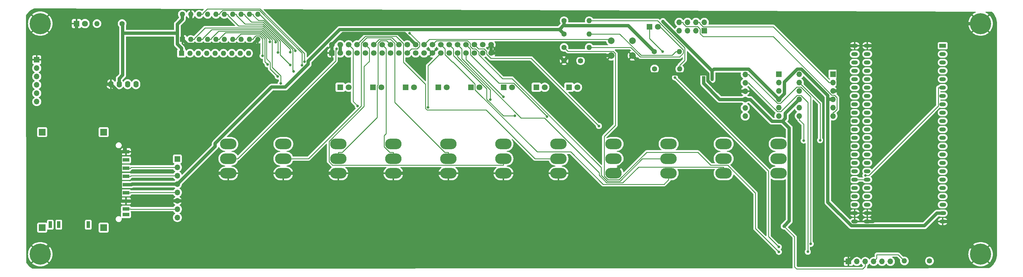
<source format=gbr>
%TF.GenerationSoftware,KiCad,Pcbnew,8.0.6*%
%TF.CreationDate,2025-04-19T20:02:08-05:00*%
%TF.ProjectId,front-panel.processor,66726f6e-742d-4706-916e-656c2e70726f,rev?*%
%TF.SameCoordinates,Original*%
%TF.FileFunction,Copper,L2,Bot*%
%TF.FilePolarity,Positive*%
%FSLAX46Y46*%
G04 Gerber Fmt 4.6, Leading zero omitted, Abs format (unit mm)*
G04 Created by KiCad (PCBNEW 8.0.6) date 2025-04-19 20:02:08*
%MOMM*%
%LPD*%
G01*
G04 APERTURE LIST*
G04 Aperture macros list*
%AMRoundRect*
0 Rectangle with rounded corners*
0 $1 Rounding radius*
0 $2 $3 $4 $5 $6 $7 $8 $9 X,Y pos of 4 corners*
0 Add a 4 corners polygon primitive as box body*
4,1,4,$2,$3,$4,$5,$6,$7,$8,$9,$2,$3,0*
0 Add four circle primitives for the rounded corners*
1,1,$1+$1,$2,$3*
1,1,$1+$1,$4,$5*
1,1,$1+$1,$6,$7*
1,1,$1+$1,$8,$9*
0 Add four rect primitives between the rounded corners*
20,1,$1+$1,$2,$3,$4,$5,0*
20,1,$1+$1,$4,$5,$6,$7,0*
20,1,$1+$1,$6,$7,$8,$9,0*
20,1,$1+$1,$8,$9,$2,$3,0*%
G04 Aperture macros list end*
%TA.AperFunction,ComponentPad*%
%ADD10C,1.600000*%
%TD*%
%TA.AperFunction,ComponentPad*%
%ADD11O,1.600000X1.600000*%
%TD*%
%TA.AperFunction,ComponentPad*%
%ADD12R,1.700000X1.700000*%
%TD*%
%TA.AperFunction,ComponentPad*%
%ADD13O,1.700000X1.700000*%
%TD*%
%TA.AperFunction,ComponentPad*%
%ADD14RoundRect,0.250000X0.600000X-0.600000X0.600000X0.600000X-0.600000X0.600000X-0.600000X-0.600000X0*%
%TD*%
%TA.AperFunction,ComponentPad*%
%ADD15C,1.700000*%
%TD*%
%TA.AperFunction,ComponentPad*%
%ADD16C,6.400000*%
%TD*%
%TA.AperFunction,ComponentPad*%
%ADD17R,1.800000X1.800000*%
%TD*%
%TA.AperFunction,ComponentPad*%
%ADD18C,1.800000*%
%TD*%
%TA.AperFunction,ComponentPad*%
%ADD19C,2.000000*%
%TD*%
%TA.AperFunction,ComponentPad*%
%ADD20R,1.600000X1.600000*%
%TD*%
%TA.AperFunction,ComponentPad*%
%ADD21O,5.000000X3.200000*%
%TD*%
%TA.AperFunction,ComponentPad*%
%ADD22R,1.050000X1.500000*%
%TD*%
%TA.AperFunction,ComponentPad*%
%ADD23O,1.050000X1.500000*%
%TD*%
%TA.AperFunction,ComponentPad*%
%ADD24O,1.600000X2.000000*%
%TD*%
%TA.AperFunction,SMDPad,CuDef*%
%ADD25R,2.000000X1.100000*%
%TD*%
%TA.AperFunction,SMDPad,CuDef*%
%ADD26R,1.000000X2.000000*%
%TD*%
%TA.AperFunction,SMDPad,CuDef*%
%ADD27R,2.000000X2.000000*%
%TD*%
%TA.AperFunction,ComponentPad*%
%ADD28R,2.000000X1.200000*%
%TD*%
%TA.AperFunction,ComponentPad*%
%ADD29O,2.000000X1.200000*%
%TD*%
%TA.AperFunction,ViaPad*%
%ADD30C,0.800000*%
%TD*%
%TA.AperFunction,Conductor*%
%ADD31C,1.000000*%
%TD*%
%TA.AperFunction,Conductor*%
%ADD32C,0.250000*%
%TD*%
G04 APERTURE END LIST*
D10*
%TO.P,R7,1*%
%TO.N,/UPDI-TX*%
X309523200Y-227028200D03*
D11*
%TO.P,R7,2*%
%TO.N,/UPDI*%
X301903200Y-227028200D03*
%TD*%
D12*
%TO.P,J6,1,Pin_1*%
%TO.N,GND*%
X284961400Y-227206000D03*
D13*
%TO.P,J6,2,Pin_2*%
%TO.N,unconnected-(J6-Pin_2-Pad2)*%
X287501400Y-227206000D03*
%TO.P,J6,3,Pin_3*%
%TO.N,+3.3V*%
X290041400Y-227206000D03*
%TO.P,J6,4,Pin_4*%
%TO.N,/UPDI*%
X292581400Y-227206000D03*
%TO.P,J6,5,Pin_5*%
%TO.N,/UPDI-TX*%
X295121400Y-227206000D03*
%TO.P,J6,6,Pin_6*%
%TO.N,unconnected-(J6-Pin_6-Pad6)*%
X297661400Y-227206000D03*
%TD*%
D14*
%TO.P,J1,1,Pin_1*%
%TO.N,GND*%
X128370000Y-163947500D03*
D15*
%TO.P,J1,2,Pin_2*%
X128370000Y-161407500D03*
%TO.P,J1,3,Pin_3*%
%TO.N,VCC*%
X130910000Y-163947500D03*
%TO.P,J1,4,Pin_4*%
X130910000Y-161407500D03*
%TO.P,J1,5,Pin_5*%
%TO.N,/LED0*%
X133450000Y-163947500D03*
%TO.P,J1,6,Pin_6*%
%TO.N,/FP-D0*%
X133450000Y-161407500D03*
%TO.P,J1,7,Pin_7*%
%TO.N,/LED1*%
X135990000Y-163947500D03*
%TO.P,J1,8,Pin_8*%
%TO.N,/FP-D1*%
X135990000Y-161407500D03*
%TO.P,J1,9,Pin_9*%
%TO.N,/LED2*%
X138530000Y-163947500D03*
%TO.P,J1,10,Pin_10*%
%TO.N,/FP-D2*%
X138530000Y-161407500D03*
%TO.P,J1,11,Pin_11*%
%TO.N,/LED3*%
X141070000Y-163947500D03*
%TO.P,J1,12,Pin_12*%
%TO.N,/FP-D3*%
X141070000Y-161407500D03*
%TO.P,J1,13,Pin_13*%
%TO.N,/LED4*%
X143610000Y-163947500D03*
%TO.P,J1,14,Pin_14*%
%TO.N,/FP-D4*%
X143610000Y-161407500D03*
%TO.P,J1,15,Pin_15*%
%TO.N,/LED5*%
X146150000Y-163947500D03*
%TO.P,J1,16,Pin_16*%
%TO.N,/FP-D5*%
X146150000Y-161407500D03*
%TO.P,J1,17,Pin_17*%
%TO.N,/LED6*%
X148690000Y-163947500D03*
%TO.P,J1,18,Pin_18*%
%TO.N,/FP-D6*%
X148690000Y-161407500D03*
%TO.P,J1,19,Pin_19*%
%TO.N,/LED7*%
X151230000Y-163947500D03*
%TO.P,J1,20,Pin_20*%
%TO.N,/FP-D7*%
X151230000Y-161407500D03*
%TO.P,J1,21,Pin_21*%
%TO.N,I2C_SDA*%
X153770000Y-163947500D03*
%TO.P,J1,22,Pin_22*%
%TO.N,GND*%
X153770000Y-161407500D03*
%TO.P,J1,23,Pin_23*%
%TO.N,I2C_SCL*%
X156310000Y-163947500D03*
%TO.P,J1,24,Pin_24*%
%TO.N,~{EXT_RES}*%
X156310000Y-161407500D03*
%TO.P,J1,25,Pin_25*%
%TO.N,GND*%
X158850000Y-163947500D03*
%TO.P,J1,26,Pin_26*%
%TO.N,~{IM2-EN}*%
X158850000Y-161407500D03*
%TO.P,J1,27,Pin_27*%
%TO.N,~{RTS}*%
X161390000Y-163947500D03*
%TO.P,J1,28,Pin_28*%
%TO.N,~{IM2-EN-OE}*%
X161390000Y-161407500D03*
%TO.P,J1,29,Pin_29*%
%TO.N,unconnected-(J1-Pin_29-Pad29)*%
X163930000Y-163947500D03*
%TO.P,J1,30,Pin_30*%
%TO.N,~{INT0-EN}*%
X163930000Y-161407500D03*
%TO.P,J1,31,Pin_31*%
%TO.N,RX*%
X166470000Y-163947500D03*
%TO.P,J1,32,Pin_32*%
%TO.N,~{INT0}*%
X166470000Y-161407500D03*
%TO.P,J1,33,Pin_33*%
%TO.N,TX*%
X169010000Y-163947500D03*
%TO.P,J1,34,Pin_34*%
%TO.N,~{WAIT-EN}*%
X169010000Y-161407500D03*
%TO.P,J1,35,Pin_35*%
%TO.N,~{CTS}*%
X171550000Y-163947500D03*
%TO.P,J1,36,Pin_36*%
%TO.N,~{WAIT}*%
X171550000Y-161407500D03*
%TO.P,J1,37,Pin_37*%
%TO.N,VCC*%
X174090000Y-163947500D03*
%TO.P,J1,38,Pin_38*%
X174090000Y-161407500D03*
%TO.P,J1,39,Pin_39*%
%TO.N,GND*%
X176630000Y-163947500D03*
%TO.P,J1,40,Pin_40*%
X176630000Y-161407500D03*
%TD*%
D12*
%TO.P,J2,1,Pin_1*%
%TO.N,GND*%
X38937000Y-165992000D03*
D13*
%TO.P,J2,2,Pin_2*%
%TO.N,~{RTS}*%
X38937000Y-168532000D03*
%TO.P,J2,3,Pin_3*%
%TO.N,unconnected-(J2-Pin_3-Pad3)*%
X38937000Y-171072000D03*
%TO.P,J2,4,Pin_4*%
%TO.N,RX*%
X38937000Y-173612000D03*
%TO.P,J2,5,Pin_5*%
%TO.N,TX*%
X38937000Y-176152000D03*
%TO.P,J2,6,Pin_6*%
%TO.N,~{CTS}*%
X38937000Y-178692000D03*
%TD*%
D16*
%TO.P,H1,1,1*%
%TO.N,GND*%
X40000000Y-155000000D03*
%TD*%
%TO.P,H2,1,1*%
%TO.N,GND*%
X325000000Y-155000000D03*
%TD*%
%TO.P,H3,1,1*%
%TO.N,GND*%
X325000000Y-225000000D03*
%TD*%
%TO.P,H4,1,1*%
%TO.N,GND*%
X40000000Y-225000000D03*
%TD*%
D17*
%TO.P,D5,1,K*%
%TO.N,GND*%
X51000000Y-155000000D03*
D18*
%TO.P,D5,2,A*%
%TO.N,Net-(D5-A)*%
X53540000Y-155000000D03*
%TD*%
D10*
%TO.P,R6,1*%
%TO.N,VCC*%
X64810000Y-155000000D03*
D11*
%TO.P,R6,2*%
%TO.N,Net-(D5-A)*%
X57190000Y-155000000D03*
%TD*%
D17*
%TO.P,D4,1,K*%
%TO.N,Net-(D4-K)*%
X170549000Y-174327000D03*
D18*
%TO.P,D4,2,A*%
%TO.N,Net-(D4-A)*%
X173089000Y-174327000D03*
%TD*%
D19*
%TO.P,SW9,1,1*%
%TO.N,~{EXT_RES}*%
X213031000Y-160222000D03*
X219531000Y-160222000D03*
%TO.P,SW9,2,2*%
%TO.N,GND*%
X213031000Y-164722000D03*
X219531000Y-164722000D03*
%TD*%
D17*
%TO.P,D6,1,K*%
%TO.N,Net-(D6-K)*%
X160643100Y-174327000D03*
D18*
%TO.P,D6,2,A*%
%TO.N,Net-(D6-A)*%
X163183100Y-174327000D03*
%TD*%
D17*
%TO.P,D3,1,K*%
%TO.N,Net-(D3-K)*%
X180454900Y-174329300D03*
D18*
%TO.P,D3,2,A*%
%TO.N,Net-(D3-A)*%
X182994900Y-174329300D03*
%TD*%
D20*
%TO.P,U1,1,OEa*%
%TO.N,GND*%
X83075000Y-159800000D03*
D11*
%TO.P,U1,2,I0a*%
%TO.N,/LED0*%
X85615000Y-159800000D03*
%TO.P,U1,3,O3b*%
%TO.N,Net-(D9-K)*%
X88155000Y-159800000D03*
%TO.P,U1,4,I1a*%
%TO.N,/LED1*%
X90695000Y-159800000D03*
%TO.P,U1,5,O2b*%
%TO.N,Net-(D8-K)*%
X93235000Y-159800000D03*
%TO.P,U1,6,I2a*%
%TO.N,/LED2*%
X95775000Y-159800000D03*
%TO.P,U1,7,O1b*%
%TO.N,Net-(D7-K)*%
X98315000Y-159800000D03*
%TO.P,U1,8,I3a*%
%TO.N,/LED3*%
X100855000Y-159800000D03*
%TO.P,U1,9,O0b*%
%TO.N,Net-(D6-K)*%
X103395000Y-159800000D03*
%TO.P,U1,10,GND*%
%TO.N,GND*%
X105935000Y-159800000D03*
%TO.P,U1,11,I0b*%
%TO.N,/LED4*%
X105935000Y-152180000D03*
%TO.P,U1,12,O3a*%
%TO.N,Net-(D4-K)*%
X103395000Y-152180000D03*
%TO.P,U1,13,I1b*%
%TO.N,/LED5*%
X100855000Y-152180000D03*
%TO.P,U1,14,O2a*%
%TO.N,Net-(D3-K)*%
X98315000Y-152180000D03*
%TO.P,U1,15,I2b*%
%TO.N,/LED6*%
X95775000Y-152180000D03*
%TO.P,U1,16,O1a*%
%TO.N,Net-(D2-K)*%
X93235000Y-152180000D03*
%TO.P,U1,17,I3b*%
%TO.N,/LED7*%
X90695000Y-152180000D03*
%TO.P,U1,18,O0a*%
%TO.N,Net-(D1-K)*%
X88155000Y-152180000D03*
%TO.P,U1,19,OEb*%
%TO.N,GND*%
X85615000Y-152180000D03*
%TO.P,U1,20,VCC*%
%TO.N,VCC*%
X83075000Y-152180000D03*
%TD*%
D21*
%TO.P,SW8,1,A*%
%TO.N,GND*%
X97000000Y-200450000D03*
%TO.P,SW8,2,B*%
%TO.N,/FP-D7*%
X97000000Y-196000000D03*
%TO.P,SW8,3,C*%
%TO.N,unconnected-(SW8-C-Pad3)*%
X97000000Y-191550000D03*
%TD*%
%TO.P,SW3,1,A*%
%TO.N,GND*%
X180405000Y-200450000D03*
%TO.P,SW3,2,B*%
%TO.N,/FP-D2*%
X180405000Y-196000000D03*
%TO.P,SW3,3,C*%
%TO.N,unconnected-(SW3-C-Pad3)*%
X180405000Y-191550000D03*
%TD*%
%TO.P,SW7,1,A*%
%TO.N,GND*%
X113681000Y-200450000D03*
%TO.P,SW7,2,B*%
%TO.N,/FP-D6*%
X113681000Y-196000000D03*
%TO.P,SW7,3,C*%
%TO.N,unconnected-(SW7-C-Pad3)*%
X113681000Y-191550000D03*
%TD*%
D10*
%TO.P,R4,1*%
%TO.N,+3.3V*%
X198757600Y-158171400D03*
D11*
%TO.P,R4,2*%
%TO.N,LV_I2C_SDA*%
X206377600Y-158171400D03*
%TD*%
D21*
%TO.P,SW1,1,A*%
%TO.N,GND*%
X213767000Y-200450000D03*
%TO.P,SW1,2,B*%
%TO.N,/FP-D0*%
X213767000Y-196000000D03*
%TO.P,SW1,3,C*%
%TO.N,unconnected-(SW1-C-Pad3)*%
X213767000Y-191550000D03*
%TD*%
%TO.P,SW5,1,A*%
%TO.N,GND*%
X147043000Y-200450000D03*
%TO.P,SW5,2,B*%
%TO.N,/FP-D4*%
X147043000Y-196000000D03*
%TO.P,SW5,3,C*%
%TO.N,unconnected-(SW5-C-Pad3)*%
X147043000Y-191550000D03*
%TD*%
D10*
%TO.P,R3,1*%
%TO.N,+3.3V*%
X198757600Y-154121400D03*
D11*
%TO.P,R3,2*%
%TO.N,LV_I2C_SCL*%
X206377600Y-154121400D03*
%TD*%
D17*
%TO.P,D2,1,K*%
%TO.N,Net-(D2-K)*%
X190360800Y-174328800D03*
D18*
%TO.P,D2,2,A*%
%TO.N,Net-(D2-A)*%
X192900800Y-174328800D03*
%TD*%
D10*
%TO.P,R5,1*%
%TO.N,Net-(U7-PB2)*%
X198757600Y-162221400D03*
D11*
%TO.P,R5,2*%
%TO.N,Net-(D10-AK)*%
X206377600Y-162221400D03*
%TD*%
D21*
%TO.P,SW10,1,A*%
%TO.N,~{IM2-EN-OE}*%
X230448000Y-200450000D03*
%TO.P,SW10,2,B*%
%TO.N,~{IM2-EN}*%
X230448000Y-196000000D03*
%TO.P,SW10,3,C*%
%TO.N,unconnected-(SW10-C-Pad3)*%
X230448000Y-191550000D03*
%TD*%
D17*
%TO.P,D7,1,K*%
%TO.N,Net-(D7-K)*%
X150737300Y-174328800D03*
D18*
%TO.P,D7,2,A*%
%TO.N,Net-(D7-A)*%
X153277300Y-174328800D03*
%TD*%
D21*
%TO.P,SW6,1,A*%
%TO.N,GND*%
X130362000Y-200450000D03*
%TO.P,SW6,2,B*%
%TO.N,/FP-D5*%
X130362000Y-196000000D03*
%TO.P,SW6,3,C*%
%TO.N,unconnected-(SW6-C-Pad3)*%
X130362000Y-191550000D03*
%TD*%
%TO.P,SW11,1,A*%
%TO.N,~{INT0}*%
X247129000Y-200450000D03*
%TO.P,SW11,2,B*%
%TO.N,~{INT0-EN}*%
X247129000Y-196000000D03*
%TO.P,SW11,3,C*%
%TO.N,unconnected-(SW11-C-Pad3)*%
X247129000Y-191550000D03*
%TD*%
D20*
%TO.P,RN1,1,common*%
%TO.N,VCC*%
X82825000Y-164000000D03*
D11*
%TO.P,RN1,2,R1*%
%TO.N,Net-(D1-A)*%
X85365000Y-164000000D03*
%TO.P,RN1,3,R2*%
%TO.N,Net-(D2-A)*%
X87905000Y-164000000D03*
%TO.P,RN1,4,R3*%
%TO.N,Net-(D3-A)*%
X90445000Y-164000000D03*
%TO.P,RN1,5,R4*%
%TO.N,Net-(D4-A)*%
X92985000Y-164000000D03*
%TO.P,RN1,6,R5*%
%TO.N,Net-(D6-A)*%
X95525000Y-164000000D03*
%TO.P,RN1,7,R6*%
%TO.N,Net-(D7-A)*%
X98065000Y-164000000D03*
%TO.P,RN1,8,R7*%
%TO.N,Net-(D8-A)*%
X100605000Y-164000000D03*
%TO.P,RN1,9,R8*%
%TO.N,Net-(D9-A)*%
X103145000Y-164000000D03*
%TD*%
D17*
%TO.P,D8,1,K*%
%TO.N,Net-(D8-K)*%
X140831400Y-174327000D03*
D18*
%TO.P,D8,2,A*%
%TO.N,Net-(D8-A)*%
X143371400Y-174327000D03*
%TD*%
D17*
%TO.P,D1,1,K*%
%TO.N,Net-(D1-K)*%
X200266600Y-174327000D03*
D18*
%TO.P,D1,2,A*%
%TO.N,Net-(D1-A)*%
X202806600Y-174327000D03*
%TD*%
D17*
%TO.P,D10,1,KA*%
%TO.N,Net-(D10-KA)*%
X224682200Y-155959000D03*
D18*
%TO.P,D10,2,AK*%
%TO.N,Net-(D10-AK)*%
X227222200Y-155959000D03*
%TD*%
D21*
%TO.P,SW2,1,A*%
%TO.N,GND*%
X197086000Y-200450000D03*
%TO.P,SW2,2,B*%
%TO.N,/FP-D1*%
X197086000Y-196000000D03*
%TO.P,SW2,3,C*%
%TO.N,unconnected-(SW2-C-Pad3)*%
X197086000Y-191550000D03*
%TD*%
D22*
%TO.P,U5,1,VO*%
%TO.N,+3.3V*%
X241095600Y-171736800D03*
D23*
%TO.P,U5,2,GND*%
%TO.N,GND*%
X242365600Y-171736800D03*
%TO.P,U5,3,VI*%
%TO.N,VCC*%
X243635600Y-171736800D03*
%TD*%
D17*
%TO.P,D9,1,K*%
%TO.N,Net-(D9-K)*%
X130925500Y-174327000D03*
D18*
%TO.P,D9,2,A*%
%TO.N,Net-(D9-A)*%
X133465500Y-174327000D03*
%TD*%
D24*
%TO.P,Brd1,1,GND*%
%TO.N,GND*%
X61380000Y-173400000D03*
%TO.P,Brd1,2,VCC*%
%TO.N,VCC*%
X63920000Y-173400000D03*
%TO.P,Brd1,3,SCL*%
%TO.N,I2C_SCL_1*%
X66460000Y-173400000D03*
%TO.P,Brd1,4,SDA*%
%TO.N,I2C_SDA_1*%
X69000000Y-173400000D03*
%TD*%
D21*
%TO.P,SW12,1,A*%
%TO.N,~{WAIT}*%
X263810000Y-200450000D03*
%TO.P,SW12,2,B*%
%TO.N,~{WAIT-EN}*%
X263810000Y-196000000D03*
%TO.P,SW12,3,C*%
%TO.N,unconnected-(SW12-C-Pad3)*%
X263810000Y-191550000D03*
%TD*%
D10*
%TO.P,R2,1*%
%TO.N,+3.3V*%
X226135000Y-163502800D03*
D11*
%TO.P,R2,2*%
%TO.N,LV_I2C_SDA*%
X233755000Y-163502800D03*
%TD*%
D21*
%TO.P,SW4,1,A*%
%TO.N,GND*%
X163724000Y-200450000D03*
%TO.P,SW4,2,B*%
%TO.N,/FP-D3*%
X163724000Y-196000000D03*
%TO.P,SW4,3,C*%
%TO.N,unconnected-(SW4-C-Pad3)*%
X163724000Y-191550000D03*
%TD*%
D10*
%TO.P,C3,1*%
%TO.N,GND*%
X198757600Y-166271400D03*
%TO.P,C3,2*%
%TO.N,+3.3V*%
X203757600Y-166271400D03*
%TD*%
%TO.P,R1,1*%
%TO.N,+3.3V*%
X226185800Y-168760600D03*
D11*
%TO.P,R1,2*%
%TO.N,LV_I2C_SCL*%
X233805800Y-168760600D03*
%TD*%
D25*
%TO.P,J5,1,DAT2*%
%TO.N,unconnected-(J5-DAT2-Pad1)*%
X65977400Y-196366000D03*
%TO.P,J5,2,DAT3/CD*%
%TO.N,CS*%
X65977400Y-198866000D03*
%TO.P,J5,3,CMD*%
%TO.N,DI*%
X65977400Y-201366000D03*
%TO.P,J5,4,VDD*%
%TO.N,+3.3V*%
X65977400Y-203866000D03*
%TO.P,J5,5,CLK*%
%TO.N,CLK*%
X65977400Y-206366000D03*
%TO.P,J5,6,VSS*%
%TO.N,GND*%
X65977400Y-208866000D03*
%TO.P,J5,7,DAT0*%
%TO.N,DO*%
X65977400Y-211291000D03*
%TO.P,J5,8,DAT1*%
%TO.N,unconnected-(J5-DAT1-Pad8)*%
X65977400Y-212991000D03*
%TO.P,J5,9,SHIELD*%
%TO.N,GND*%
X65977400Y-193866000D03*
D26*
%TO.P,J5,CP*%
%TO.N,N/C*%
X54577400Y-216041000D03*
D27*
%TO.P,J5,SH*%
X40577400Y-216941000D03*
X59227400Y-216941000D03*
X40577400Y-187941000D03*
X59227400Y-187941000D03*
D26*
%TO.P,J5,SW*%
X43027400Y-216041000D03*
%TO.P,J5,WP*%
X45627400Y-216041000D03*
%TD*%
D12*
%TO.P,J3,1,Pin_1*%
%TO.N,unconnected-(J3-Pin_1-Pad1)*%
X81558200Y-196091000D03*
D13*
%TO.P,J3,2,Pin_2*%
%TO.N,CS*%
X81558200Y-198631000D03*
%TO.P,J3,3,Pin_3*%
%TO.N,DI*%
X81558200Y-201171000D03*
%TO.P,J3,4,Pin_4*%
%TO.N,+3.3V*%
X81558200Y-203711000D03*
%TO.P,J3,5,Pin_5*%
%TO.N,CLK*%
X81558200Y-206251000D03*
%TO.P,J3,6,Pin_6*%
%TO.N,GND*%
X81558200Y-208791000D03*
%TO.P,J3,7,Pin_7*%
%TO.N,DO*%
X81558200Y-211331000D03*
%TO.P,J3,8,Pin_8*%
%TO.N,unconnected-(J3-Pin_8-Pad8)*%
X81558200Y-213871000D03*
%TD*%
D28*
%TO.P,U2,1,3V3*%
%TO.N,unconnected-(U2-3V3-Pad1)*%
X313511000Y-161721900D03*
D29*
%TO.P,U2,2,3V3*%
%TO.N,unconnected-(U2-3V3-Pad1)_1*%
X313511000Y-164261900D03*
%TO.P,U2,3,CHIP_PU*%
%TO.N,unconnected-(U2-CHIP_PU-Pad3)*%
X313511000Y-166801900D03*
%TO.P,U2,4,GPIO4/ADC1_CH3*%
%TO.N,DO*%
X313511000Y-169341900D03*
%TO.P,U2,5,GPIO5/ADC1_CH4*%
%TO.N,DI*%
X313511000Y-171881900D03*
%TO.P,U2,6,GPIO6/ADC1_CH5*%
%TO.N,CS*%
X313511000Y-174421900D03*
%TO.P,U2,7,GPIO7/ADC1_CH6*%
%TO.N,unconnected-(U2-GPIO7{slash}ADC1_CH6-Pad7)*%
X313511000Y-176961900D03*
%TO.P,U2,8,GPIO15/ADC2_CH4/32K_P*%
%TO.N,unconnected-(U2-GPIO15{slash}ADC2_CH4{slash}32K_P-Pad8)*%
X313511000Y-179501900D03*
%TO.P,U2,9,GPIO16/ADC2_CH5/32K_N*%
%TO.N,unconnected-(U2-GPIO16{slash}ADC2_CH5{slash}32K_N-Pad9)*%
X313511000Y-182041900D03*
%TO.P,U2,10,GPIO17/ADC2_CH6*%
%TO.N,unconnected-(U2-GPIO17{slash}ADC2_CH6-Pad10)*%
X313511000Y-184581900D03*
%TO.P,U2,11,GPIO18/ADC2_CH7*%
%TO.N,unconnected-(U2-GPIO18{slash}ADC2_CH7-Pad11)*%
X313511000Y-187121900D03*
%TO.P,U2,12,GPIO8/ADC1_CH7*%
%TO.N,unconnected-(U2-GPIO8{slash}ADC1_CH7-Pad12)*%
X313511000Y-189661900D03*
%TO.P,U2,13,GPIO3/ADC1_CH2*%
%TO.N,CLK*%
X313511000Y-192201900D03*
%TO.P,U2,14,GPIO46*%
%TO.N,~{LV_RTS_WIFI}*%
X313511000Y-194741900D03*
%TO.P,U2,15,GPIO9/ADC1_CH8*%
%TO.N,unconnected-(U2-GPIO9{slash}ADC1_CH8-Pad15)*%
X313511000Y-197281900D03*
%TO.P,U2,16,GPIO10/ADC1_CH9*%
%TO.N,unconnected-(U2-GPIO10{slash}ADC1_CH9-Pad16)*%
X313511000Y-199821900D03*
%TO.P,U2,17,GPIO11/ADC2_CH0*%
%TO.N,unconnected-(U2-GPIO11{slash}ADC2_CH0-Pad17)*%
X313511000Y-202361900D03*
%TO.P,U2,18,GPIO12/ADC2_CH1*%
%TO.N,unconnected-(U2-GPIO12{slash}ADC2_CH1-Pad18)*%
X313511000Y-204901900D03*
%TO.P,U2,19,GPIO13/ADC2_CH2*%
%TO.N,unconnected-(U2-GPIO13{slash}ADC2_CH2-Pad19)*%
X313511000Y-207441900D03*
%TO.P,U2,20,GPIO14/ADC2_CH3*%
%TO.N,unconnected-(U2-GPIO14{slash}ADC2_CH3-Pad20)*%
X313514680Y-209979180D03*
%TO.P,U2,21,5V*%
%TO.N,VCC*%
X313514680Y-212519180D03*
%TO.P,U2,22,GND*%
%TO.N,GND*%
X313514680Y-215059180D03*
%TO.P,U2,23,GND*%
X290651000Y-215061900D03*
X286841000Y-215061900D03*
%TO.P,U2,24,GND*%
X290651000Y-212521900D03*
X286841000Y-212521900D03*
%TO.P,U2,25,GPIO19/USB_D-*%
%TO.N,unconnected-(U2-GPIO19{slash}USB_D--Pad25)_1*%
X290651000Y-209981900D03*
%TO.N,unconnected-(U2-GPIO19{slash}USB_D--Pad25)*%
X286841000Y-209981900D03*
%TO.P,U2,26,GPIO20/USB_D+*%
%TO.N,unconnected-(U2-GPIO20{slash}USB_D+-Pad26)_1*%
X290651000Y-207441900D03*
%TO.N,unconnected-(U2-GPIO20{slash}USB_D+-Pad26)*%
X286841000Y-207441900D03*
%TO.P,U2,27,GPIO21*%
%TO.N,IC_RX*%
X290651000Y-204901900D03*
X286841000Y-204901900D03*
%TO.P,U2,28,GPIO47*%
%TO.N,~{LV_CTS_WIFI}*%
X290651000Y-202361900D03*
X286841000Y-202361900D03*
%TO.P,U2,29,GPIO48*%
%TO.N,unconnected-(U2-GPIO48-Pad29)*%
X290651000Y-199821900D03*
%TO.N,unconnected-(U2-GPIO48-Pad29)_1*%
X286841000Y-199821900D03*
%TO.P,U2,30,GPIO45*%
%TO.N,LV_RX_WIFI*%
X290651000Y-197281900D03*
X286841000Y-197281900D03*
%TO.P,U2,31,GPIO0*%
%TO.N,unconnected-(U2-GPIO0-Pad31)_1*%
X290651000Y-194741900D03*
%TO.N,unconnected-(U2-GPIO0-Pad31)*%
X286841000Y-194741900D03*
%TO.P,U2,32,GPIO35*%
%TO.N,IC_TX*%
X290651000Y-192201900D03*
X286841000Y-192201900D03*
%TO.P,U2,33,GPIO36*%
%TO.N,LV_I2C_SCL_1*%
X290651000Y-189661900D03*
X286841000Y-189661900D03*
%TO.P,U2,34,GPIO37*%
%TO.N,LV_I2C_SDA_1*%
X290651000Y-187121900D03*
X286841000Y-187121900D03*
%TO.P,U2,35,GPIO38*%
%TO.N,LV_TX_WIFI*%
X290651000Y-184581900D03*
X286841000Y-184581900D03*
%TO.P,U2,36,GPIO39/MTCK*%
%TO.N,unconnected-(U2-GPIO39{slash}MTCK-Pad36)_1*%
X290651000Y-182041900D03*
%TO.N,unconnected-(U2-GPIO39{slash}MTCK-Pad36)*%
X286841000Y-182041900D03*
%TO.P,U2,37,GPIO40/MTDO*%
%TO.N,unconnected-(U2-GPIO40{slash}MTDO-Pad37)*%
X290651000Y-179501900D03*
%TO.N,unconnected-(U2-GPIO40{slash}MTDO-Pad37)_1*%
X286841000Y-179501900D03*
%TO.P,U2,38,GPIO41/MTDI*%
%TO.N,unconnected-(U2-GPIO41{slash}MTDI-Pad38)*%
X290651000Y-176961900D03*
%TO.N,unconnected-(U2-GPIO41{slash}MTDI-Pad38)_1*%
X286841000Y-176961900D03*
%TO.P,U2,39,GPIO42/MTMS*%
%TO.N,unconnected-(U2-GPIO42{slash}MTMS-Pad39)*%
X290651000Y-174421900D03*
%TO.N,unconnected-(U2-GPIO42{slash}MTMS-Pad39)_1*%
X286841000Y-174421900D03*
%TO.P,U2,40,GPIO2/ADC1_CH1*%
%TO.N,unconnected-(U2-GPIO2{slash}ADC1_CH1-Pad40)*%
X290651000Y-171881900D03*
%TO.N,unconnected-(U2-GPIO2{slash}ADC1_CH1-Pad40)_1*%
X286841000Y-171881900D03*
%TO.P,U2,41,GPIO1/ADC1_CH0*%
%TO.N,unconnected-(U2-GPIO1{slash}ADC1_CH0-Pad41)*%
X290651000Y-169341900D03*
%TO.N,unconnected-(U2-GPIO1{slash}ADC1_CH0-Pad41)_1*%
X286841000Y-169341900D03*
%TO.P,U2,42,GPIO44/U0RXD*%
%TO.N,unconnected-(U2-GPIO44{slash}U0RXD-Pad42)_1*%
X290651000Y-166801900D03*
%TO.N,unconnected-(U2-GPIO44{slash}U0RXD-Pad42)*%
X286841000Y-166801900D03*
%TO.P,U2,43,GPIO43/U0TXD*%
%TO.N,unconnected-(U2-GPIO43{slash}U0TXD-Pad43)_1*%
X290651000Y-164261900D03*
%TO.N,unconnected-(U2-GPIO43{slash}U0TXD-Pad43)*%
X286841000Y-164261900D03*
%TO.P,U2,44,GND*%
%TO.N,GND*%
X290651000Y-161721900D03*
X286841000Y-161721900D03*
%TD*%
D12*
%TO.P,J4,1,Pin_1*%
%TO.N,~{RTS}*%
X241273400Y-157127400D03*
D13*
%TO.P,J4,2,Pin_2*%
%TO.N,~{RTS_WIFI}*%
X241273400Y-154587400D03*
%TO.P,J4,3,Pin_3*%
%TO.N,RX*%
X238733400Y-157127400D03*
%TO.P,J4,4,Pin_4*%
%TO.N,RX_WIFI*%
X238733400Y-154587400D03*
%TO.P,J4,5,Pin_5*%
%TO.N,TX*%
X236193400Y-157127400D03*
%TO.P,J4,6,Pin_6*%
%TO.N,TX_WIFI*%
X236193400Y-154587400D03*
%TO.P,J4,7,Pin_7*%
%TO.N,~{CTS}*%
X233653400Y-157127400D03*
%TO.P,J4,8,Pin_8*%
%TO.N,~{CTS_WIFI}*%
X233653400Y-154587400D03*
%TD*%
D12*
%TO.P,U3,1,HV4*%
%TO.N,I2C_SCL*%
X263855400Y-170371600D03*
D13*
%TO.P,U3,2,HV3*%
%TO.N,I2C_SDA*%
X263855400Y-172911600D03*
%TO.P,U3,3,GND*%
%TO.N,GND*%
X263855400Y-175451600D03*
%TO.P,U3,4,HV*%
%TO.N,VCC*%
X263855400Y-177991600D03*
%TO.P,U3,5,HV2*%
%TO.N,I2C_SCL_1*%
X263855400Y-180531600D03*
%TO.P,U3,6,HV1*%
%TO.N,I2C_SDA_1*%
X263855400Y-183071600D03*
%TO.P,U3,7,LV1*%
%TO.N,LV_I2C_SDA_1*%
X253655400Y-183071600D03*
%TO.P,U3,8,LV2*%
%TO.N,LV_I2C_SCL_1*%
X253655400Y-180571600D03*
%TO.P,U3,9,LV*%
%TO.N,+3.3V*%
X253655400Y-178031600D03*
%TO.P,U3,10,GND*%
%TO.N,GND*%
X253655400Y-175491600D03*
%TO.P,U3,11,LV3*%
%TO.N,LV_I2C_SDA*%
X253655400Y-172951600D03*
%TO.P,U3,12,LV4*%
%TO.N,LV_I2C_SCL*%
X253655400Y-170411600D03*
%TD*%
D12*
%TO.P,U4,1,HV4*%
%TO.N,TX_WIFI*%
X280260000Y-170348900D03*
D13*
%TO.P,U4,2,HV3*%
%TO.N,RX_WIFI*%
X280260000Y-172888900D03*
%TO.P,U4,3,GND*%
%TO.N,GND*%
X280260000Y-175428900D03*
%TO.P,U4,4,HV*%
%TO.N,VCC*%
X280260000Y-177968900D03*
%TO.P,U4,5,HV2*%
%TO.N,~{RTS_WIFI}*%
X280260000Y-180508900D03*
%TO.P,U4,6,HV1*%
%TO.N,~{CTS_WIFI}*%
X280260000Y-183048900D03*
%TO.P,U4,7,LV1*%
%TO.N,~{LV_CTS_WIFI}*%
X270060000Y-183048900D03*
%TO.P,U4,8,LV2*%
%TO.N,~{LV_RTS_WIFI}*%
X270060000Y-180548900D03*
%TO.P,U4,9,LV*%
%TO.N,+3.3V*%
X270060000Y-178008900D03*
%TO.P,U4,10,GND*%
%TO.N,GND*%
X270060000Y-175468900D03*
%TO.P,U4,11,LV3*%
%TO.N,LV_RX_WIFI*%
X270060000Y-172928900D03*
%TO.P,U4,12,LV4*%
%TO.N,LV_TX_WIFI*%
X270060000Y-170388900D03*
%TD*%
D30*
%TO.N,Net-(U7-PB2)*%
X263851800Y-224285100D03*
%TO.N,Net-(D10-KA)*%
X228652900Y-163463900D03*
X232378800Y-171372200D03*
X263849600Y-222769500D03*
%TO.N,LV_RX_WIFI*%
X276354400Y-190393900D03*
%TO.N,~{LV_CTS_WIFI}*%
X271384600Y-190517300D03*
%TO.N,LV_I2C_SDA*%
X272631400Y-224252200D03*
%TO.N,LV_I2C_SCL*%
X273504200Y-221861700D03*
%TO.N,+3.3V*%
X265443000Y-216496200D03*
%TO.N,CS*%
X290105700Y-201091900D03*
%TO.N,Net-(D9-K)*%
X112896400Y-173176300D03*
%TO.N,~{WAIT}*%
X209318100Y-186088800D03*
%TO.N,~{WAIT-EN}*%
X193574400Y-183248600D03*
%TO.N,TX*%
X180342900Y-177237100D03*
%TO.N,RX*%
X176423300Y-178064500D03*
%TO.N,~{INT0-EN}*%
X183810400Y-183020100D03*
%TO.N,~{RTS}*%
X157519100Y-180444300D03*
%TO.N,/FP-D7*%
X129804600Y-162677500D03*
%TO.N,/LED7*%
X151958000Y-157886900D03*
%TO.N,/LED6*%
X112016100Y-163781900D03*
%TO.N,/LED5*%
X115750900Y-163665900D03*
%TO.N,/LED4*%
X117320700Y-163215800D03*
%TO.N,/LED1*%
X109562000Y-160514700D03*
%TO.N,/FP-D0*%
X136204800Y-180002900D03*
%TO.N,/LED0*%
X111333300Y-160624000D03*
%TO.N,Net-(D8-K)*%
X111970400Y-171031500D03*
%TO.N,Net-(D7-K)*%
X108929700Y-167420300D03*
%TO.N,Net-(D6-K)*%
X107371700Y-164805800D03*
%TO.N,Net-(D4-K)*%
X116784500Y-169527700D03*
%TO.N,Net-(D3-K)*%
X115782100Y-167531500D03*
%TO.N,Net-(D2-K)*%
X119324500Y-167674000D03*
%TO.N,Net-(D1-K)*%
X120111600Y-166538200D03*
%TO.N,VCC*%
X228717100Y-154357400D03*
%TD*%
D31*
%TO.N,GND*%
X289431800Y-222735600D02*
X284961400Y-227206000D01*
X322735600Y-222735600D02*
X289431800Y-222735600D01*
X325000000Y-225000000D02*
X322735600Y-222735600D01*
D32*
%TO.N,/UPDI*%
X293521200Y-226266200D02*
X292581400Y-227206000D01*
X299998200Y-225123200D02*
X293521200Y-225123200D01*
X301903200Y-227028200D02*
X299998200Y-225123200D01*
X293521200Y-225123200D02*
X293521200Y-226266200D01*
%TO.N,+3.3V*%
X268629200Y-228857000D02*
X268629200Y-219682400D01*
X269264200Y-229492000D02*
X268629200Y-228857000D01*
X289279400Y-229492000D02*
X269264200Y-229492000D01*
X290041400Y-228730000D02*
X289279400Y-229492000D01*
X268629200Y-219682400D02*
X265443000Y-216496200D01*
X290041400Y-227206000D02*
X290041400Y-228730000D01*
%TO.N,Net-(U7-PB2)*%
X256778500Y-217211800D02*
X263851800Y-224285100D01*
X256778500Y-206436600D02*
X256778500Y-217211800D01*
X248341800Y-197999900D02*
X256778500Y-206436600D01*
X243204000Y-197999900D02*
X248341800Y-197999900D01*
X239262400Y-194058300D02*
X243204000Y-197999900D01*
X223786100Y-194058300D02*
X239262400Y-194058300D01*
X215454800Y-202389600D02*
X223786100Y-194058300D01*
X212030500Y-202389600D02*
X215454800Y-202389600D01*
X210933800Y-201292900D02*
X212030500Y-202389600D01*
X210933800Y-189268100D02*
X210933800Y-201292900D01*
X214363700Y-185838200D02*
X210933800Y-189268100D01*
X214363700Y-164137100D02*
X214363700Y-185838200D01*
X213623300Y-163396700D02*
X214363700Y-164137100D01*
X199932900Y-163396700D02*
X213623300Y-163396700D01*
X198757600Y-162221400D02*
X199932900Y-163396700D01*
%TO.N,Net-(D10-KA)*%
X224682200Y-155959000D02*
X224682200Y-157184100D01*
X260740000Y-219659900D02*
X263849600Y-222769500D01*
X260740000Y-199733400D02*
X260740000Y-219659900D01*
X232378800Y-171372200D02*
X260740000Y-199733400D01*
X224682200Y-159493200D02*
X228652900Y-163463900D01*
X224682200Y-157184100D02*
X224682200Y-159493200D01*
%TO.N,Net-(D10-AK)*%
X219019600Y-162221400D02*
X206377600Y-162221400D01*
X221887600Y-165089400D02*
X219019600Y-162221400D01*
X233761400Y-165089400D02*
X221887600Y-165089400D01*
X234895400Y-163955400D02*
X233761400Y-165089400D01*
X234895400Y-162991600D02*
X234895400Y-163955400D01*
X227862800Y-155959000D02*
X234895400Y-162991600D01*
X227222200Y-155959000D02*
X227862800Y-155959000D01*
%TO.N,LV_RX_WIFI*%
X276354400Y-179223300D02*
X276354400Y-190393900D01*
X270060000Y-172928900D02*
X276354400Y-179223300D01*
%TO.N,~{LV_CTS_WIFI}*%
X290651000Y-202361900D02*
X289988500Y-202361900D01*
X289988500Y-202361900D02*
X286841000Y-202361900D01*
X271384600Y-185548600D02*
X271384600Y-190517300D01*
X270060000Y-184224000D02*
X271384600Y-185548600D01*
X270060000Y-183048900D02*
X270060000Y-184224000D01*
%TO.N,LV_I2C_SDA*%
X233755000Y-163502800D02*
X232629900Y-163502800D01*
X272631400Y-178912700D02*
X272631400Y-224252200D01*
X270524300Y-176805600D02*
X272631400Y-178912700D01*
X269391100Y-176805600D02*
X270524300Y-176805600D01*
X264448500Y-181748200D02*
X269391100Y-176805600D01*
X263406800Y-181748200D02*
X264448500Y-181748200D01*
X254830500Y-173171900D02*
X263406800Y-181748200D01*
X254830500Y-172951600D02*
X254830500Y-173171900D01*
X253655400Y-172951600D02*
X254830500Y-172951600D01*
X215606300Y-158171400D02*
X206377600Y-158171400D01*
X222074100Y-164639200D02*
X215606300Y-158171400D01*
X231493500Y-164639200D02*
X222074100Y-164639200D01*
X232629900Y-163502800D02*
X231493500Y-164639200D01*
%TO.N,LV_I2C_SCL*%
X233805800Y-168760600D02*
X233805800Y-167635500D01*
X206377600Y-154121400D02*
X207502700Y-154121400D01*
X273504200Y-177193600D02*
X273504200Y-221861700D01*
X270564200Y-174253600D02*
X273504200Y-177193600D01*
X269278000Y-174253600D02*
X270564200Y-174253600D01*
X264332500Y-179199100D02*
X269278000Y-174253600D01*
X263397700Y-179199100D02*
X264332500Y-179199100D01*
X254830500Y-170631900D02*
X263397700Y-179199100D01*
X254830500Y-170411600D02*
X254830500Y-170631900D01*
X253655400Y-170411600D02*
X254830500Y-170411600D01*
X227118400Y-154121400D02*
X207502700Y-154121400D01*
X235345500Y-162348500D02*
X227118400Y-154121400D01*
X235345500Y-166095800D02*
X235345500Y-162348500D01*
X233805800Y-167635500D02*
X235345500Y-166095800D01*
D31*
%TO.N,+3.3V*%
X241095600Y-171736800D02*
X241095600Y-173186900D01*
X65977400Y-203866000D02*
X67677500Y-203866000D01*
X67832500Y-203711000D02*
X81558200Y-203711000D01*
X67677500Y-203866000D02*
X67832500Y-203711000D01*
X198757600Y-158171400D02*
X197370300Y-156784100D01*
X198982400Y-155621600D02*
X198757600Y-155396800D01*
X218253800Y-155621600D02*
X198982400Y-155621600D01*
X226135000Y-163502800D02*
X218253800Y-155621600D01*
X198757600Y-154121400D02*
X198757600Y-155396800D01*
X198757600Y-155396800D02*
X197370300Y-156784100D01*
X245940300Y-178031600D02*
X253655400Y-178031600D01*
X241095600Y-173186900D02*
X245940300Y-178031600D01*
X253655400Y-178031600D02*
X255205500Y-178031600D01*
X267013700Y-214925500D02*
X265443000Y-216496200D01*
X267013700Y-186692700D02*
X267013700Y-214925500D01*
X264955500Y-184634500D02*
X267013700Y-186692700D01*
X261808400Y-184634500D02*
X264955500Y-184634500D01*
X255205500Y-178031600D02*
X261808400Y-184634500D01*
X265840400Y-182228500D02*
X270060000Y-178008900D01*
X265840400Y-183749600D02*
X265840400Y-182228500D01*
X264955500Y-184634500D02*
X265840400Y-183749600D01*
X130781300Y-156784100D02*
X197370300Y-156784100D01*
X121211700Y-166353700D02*
X130781300Y-156784100D01*
X121211700Y-167342600D02*
X121211700Y-166353700D01*
X114277900Y-174276400D02*
X121211700Y-167342600D01*
X110115000Y-174276400D02*
X114277900Y-174276400D01*
X93012100Y-191379300D02*
X110115000Y-174276400D01*
X93012100Y-192257100D02*
X93012100Y-191379300D01*
X81558200Y-203711000D02*
X93012100Y-192257100D01*
D32*
%TO.N,RX_WIFI*%
X239908500Y-154952700D02*
X239908500Y-154587400D01*
X240908000Y-155952200D02*
X239908500Y-154952700D01*
X262148200Y-155952200D02*
X240908000Y-155952200D01*
X279084900Y-172888900D02*
X262148200Y-155952200D01*
X280260000Y-172888900D02*
X279084900Y-172888900D01*
X238733400Y-154587400D02*
X239908500Y-154587400D01*
%TO.N,~{CTS_WIFI}*%
X234828500Y-154952700D02*
X234828500Y-154587400D01*
X235733200Y-155857400D02*
X234828500Y-154952700D01*
X239179400Y-155857400D02*
X235733200Y-155857400D01*
X240003400Y-156681400D02*
X239179400Y-155857400D01*
X240003400Y-158054800D02*
X240003400Y-156681400D01*
X240922900Y-158974300D02*
X240003400Y-158054800D01*
X262126900Y-158974300D02*
X240922900Y-158974300D01*
X279851500Y-176698900D02*
X262126900Y-158974300D01*
X280727200Y-176698900D02*
X279851500Y-176698900D01*
X281507800Y-177479500D02*
X280727200Y-176698900D01*
X281507800Y-180993200D02*
X281507800Y-177479500D01*
X280627200Y-181873800D02*
X281507800Y-180993200D01*
X280260000Y-181873800D02*
X280627200Y-181873800D01*
X280260000Y-183048900D02*
X280260000Y-181873800D01*
X233653400Y-154587400D02*
X234828500Y-154587400D01*
%TO.N,CLK*%
X67417500Y-206251000D02*
X67302500Y-206366000D01*
X81558200Y-206251000D02*
X67417500Y-206251000D01*
X65977400Y-206366000D02*
X67302500Y-206366000D01*
%TO.N,DI*%
X67497500Y-201171000D02*
X67302500Y-201366000D01*
X81558200Y-201171000D02*
X67497500Y-201171000D01*
X65977400Y-201366000D02*
X67302500Y-201366000D01*
%TO.N,CS*%
X291111600Y-201091900D02*
X290105700Y-201091900D01*
X312185900Y-180017600D02*
X291111600Y-201091900D01*
X312185900Y-174421900D02*
X312185900Y-180017600D01*
X313511000Y-174421900D02*
X312185900Y-174421900D01*
X67537500Y-198631000D02*
X67302500Y-198866000D01*
X81558200Y-198631000D02*
X67537500Y-198631000D01*
X65977400Y-198866000D02*
X67302500Y-198866000D01*
%TO.N,DO*%
X67342500Y-211331000D02*
X67302500Y-211291000D01*
X81558200Y-211331000D02*
X67342500Y-211331000D01*
X65977400Y-211291000D02*
X67302500Y-211291000D01*
%TO.N,Net-(D9-K)*%
X88155000Y-159800000D02*
X89280100Y-159800000D01*
X89280100Y-159518700D02*
X89280100Y-159800000D01*
X92002200Y-156796600D02*
X89280100Y-159518700D01*
X107195700Y-156796600D02*
X92002200Y-156796600D01*
X110287100Y-159888000D02*
X107195700Y-156796600D01*
X110287100Y-168252100D02*
X110287100Y-159888000D01*
X112896400Y-170861400D02*
X110287100Y-168252100D01*
X112896400Y-173176300D02*
X112896400Y-170861400D01*
%TO.N,~{WAIT}*%
X172820000Y-162677500D02*
X171550000Y-161407500D01*
X174521000Y-162677500D02*
X172820000Y-162677500D01*
X175265200Y-163421700D02*
X174521000Y-162677500D01*
X175265200Y-164254400D02*
X175265200Y-163421700D01*
X176551600Y-165540800D02*
X175265200Y-164254400D01*
X188770100Y-165540800D02*
X176551600Y-165540800D01*
X209318100Y-186088800D02*
X188770100Y-165540800D01*
%TO.N,~{WAIT-EN}*%
X170374800Y-162772300D02*
X169010000Y-161407500D01*
X170374800Y-164434400D02*
X170374800Y-162772300D01*
X179044500Y-173104100D02*
X170374800Y-164434400D01*
X183546000Y-173104100D02*
X179044500Y-173104100D01*
X193574400Y-183132500D02*
X183546000Y-173104100D01*
X193574400Y-183248600D02*
X193574400Y-183132500D01*
%TO.N,TX*%
X169010000Y-165904200D02*
X180342900Y-177237100D01*
X169010000Y-163947500D02*
X169010000Y-165904200D01*
%TO.N,~{INT0}*%
X247129000Y-200450000D02*
X247129000Y-198524900D01*
X167740000Y-162677500D02*
X166470000Y-161407500D01*
X167740000Y-165662600D02*
X167740000Y-162677500D01*
X185748400Y-183671000D02*
X167740000Y-165662600D01*
X192834000Y-183671000D02*
X185748400Y-183671000D01*
X209408800Y-200245800D02*
X192834000Y-183671000D01*
X209408800Y-201041200D02*
X209408800Y-200245800D01*
X211657500Y-203289900D02*
X209408800Y-201041200D01*
X216559900Y-203289900D02*
X211657500Y-203289900D01*
X221324900Y-198524900D02*
X216559900Y-203289900D01*
X247129000Y-198524900D02*
X221324900Y-198524900D01*
%TO.N,RX*%
X176423300Y-175103000D02*
X176423300Y-178064500D01*
X166470000Y-165149700D02*
X176423300Y-175103000D01*
X166470000Y-163947500D02*
X166470000Y-165149700D01*
%TO.N,~{INT0-EN}*%
X165200000Y-162677500D02*
X163930000Y-161407500D01*
X165200000Y-164705400D02*
X165200000Y-162677500D01*
X175301100Y-174806500D02*
X165200000Y-164705400D01*
X175301100Y-177967600D02*
X175301100Y-174806500D01*
X180353600Y-183020100D02*
X175301100Y-177967600D01*
X183810400Y-183020100D02*
X180353600Y-183020100D01*
%TO.N,~{IM2-EN-OE}*%
X162660000Y-162677500D02*
X161390000Y-161407500D01*
X162660000Y-164410600D02*
X162660000Y-162677500D01*
X164854600Y-166605200D02*
X162660000Y-164410600D01*
X165089800Y-166605200D02*
X164854600Y-166605200D01*
X171774200Y-173289600D02*
X165089800Y-166605200D01*
X171774200Y-175101600D02*
X171774200Y-173289600D01*
X190606800Y-193934200D02*
X171774200Y-175101600D01*
X200776900Y-193934200D02*
X190606800Y-193934200D01*
X210617700Y-203775000D02*
X200776900Y-193934200D01*
X229048100Y-203775000D02*
X210617700Y-203775000D01*
X230448000Y-202375100D02*
X229048100Y-203775000D01*
X230448000Y-200450000D02*
X230448000Y-202375100D01*
%TO.N,~{RTS}*%
X157519100Y-167818400D02*
X157519100Y-180444300D01*
X161390000Y-163947500D02*
X157519100Y-167818400D01*
%TO.N,~{IM2-EN}*%
X160051200Y-160206300D02*
X158850000Y-161407500D01*
X169478200Y-160206300D02*
X160051200Y-160206300D01*
X170280000Y-161008100D02*
X169478200Y-160206300D01*
X170280000Y-161856400D02*
X170280000Y-161008100D01*
X171101100Y-162677500D02*
X170280000Y-161856400D01*
X171945200Y-162677500D02*
X171101100Y-162677500D01*
X172884300Y-163616600D02*
X171945200Y-162677500D01*
X172884300Y-164452900D02*
X172884300Y-163616600D01*
X180109400Y-171678000D02*
X172884300Y-164452900D01*
X183029300Y-171678000D02*
X180109400Y-171678000D01*
X209990600Y-198639300D02*
X183029300Y-171678000D01*
X209990600Y-200986400D02*
X209990600Y-198639300D01*
X211844000Y-202839800D02*
X209990600Y-200986400D01*
X215641400Y-202839800D02*
X211844000Y-202839800D01*
X222481200Y-196000000D02*
X215641400Y-202839800D01*
X230448000Y-196000000D02*
X222481200Y-196000000D01*
%TO.N,~{EXT_RES}*%
X157961400Y-159756100D02*
X156310000Y-161407500D01*
X212565100Y-159756100D02*
X157961400Y-159756100D01*
X213031000Y-160222000D02*
X212565100Y-159756100D01*
%TO.N,/FP-D7*%
X97000000Y-196000000D02*
X99825100Y-196000000D01*
X129546200Y-162935900D02*
X129804600Y-162677500D01*
X129546200Y-166278900D02*
X129546200Y-162935900D01*
X99825100Y-196000000D02*
X129546200Y-166278900D01*
%TO.N,/LED7*%
X154945200Y-160874100D02*
X151958000Y-157886900D01*
X154945200Y-161933300D02*
X154945200Y-160874100D01*
X154201000Y-162677500D02*
X154945200Y-161933300D01*
X152500000Y-162677500D02*
X154201000Y-162677500D01*
X151230000Y-163947500D02*
X152500000Y-162677500D01*
%TO.N,/FP-D6*%
X146580900Y-159298400D02*
X148690000Y-161407500D01*
X138951400Y-159298400D02*
X146580900Y-159298400D01*
X137260000Y-160989800D02*
X138951400Y-159298400D01*
X137260000Y-179983500D02*
X137260000Y-160989800D01*
X121243500Y-196000000D02*
X137260000Y-179983500D01*
X113681000Y-196000000D02*
X121243500Y-196000000D01*
%TO.N,/LED6*%
X95775000Y-152180000D02*
X96900100Y-152180000D01*
X112083400Y-163714600D02*
X112016100Y-163781900D01*
X112083400Y-160339500D02*
X112083400Y-163714600D01*
X107455000Y-155711100D02*
X112083400Y-160339500D01*
X100149900Y-155711100D02*
X107455000Y-155711100D01*
X96900100Y-152461300D02*
X100149900Y-155711100D01*
X96900100Y-152180000D02*
X96900100Y-152461300D01*
%TO.N,/FP-D5*%
X144953600Y-160211100D02*
X146150000Y-161407500D01*
X143121900Y-160211100D02*
X144953600Y-160211100D01*
X142340000Y-160993000D02*
X143121900Y-160211100D01*
X142340000Y-173625800D02*
X142340000Y-160993000D01*
X142107800Y-173858000D02*
X142340000Y-173625800D01*
X142107800Y-183457100D02*
X142107800Y-173858000D01*
X131490000Y-194074900D02*
X142107800Y-183457100D01*
X130362000Y-194074900D02*
X131490000Y-194074900D01*
X130362000Y-196000000D02*
X130362000Y-194074900D01*
%TO.N,/LED5*%
X100855000Y-152180000D02*
X101980100Y-152180000D01*
X101980100Y-152461300D02*
X101980100Y-152180000D01*
X104042400Y-154523600D02*
X101980100Y-152461300D01*
X107540700Y-154523600D02*
X104042400Y-154523600D01*
X115750900Y-162733800D02*
X107540700Y-154523600D01*
X115750900Y-163665900D02*
X115750900Y-162733800D01*
%TO.N,/FP-D4*%
X144795300Y-162592800D02*
X143610000Y-161407500D01*
X144795300Y-188401900D02*
X144795300Y-162592800D01*
X144202100Y-188995100D02*
X144795300Y-188401900D01*
X144202100Y-192362000D02*
X144202100Y-188995100D01*
X145915000Y-194074900D02*
X144202100Y-192362000D01*
X147043000Y-194074900D02*
X145915000Y-194074900D01*
X147043000Y-196000000D02*
X147043000Y-194074900D01*
%TO.N,/LED4*%
X106470300Y-152180000D02*
X105935000Y-152180000D01*
X117320700Y-163030400D02*
X106470300Y-152180000D01*
X117320700Y-163215800D02*
X117320700Y-163030400D01*
%TO.N,/FP-D3*%
X163724000Y-196000000D02*
X163724000Y-194074900D01*
X162596000Y-194074900D02*
X163724000Y-194074900D01*
X147420000Y-178898900D02*
X162596000Y-194074900D01*
X147420000Y-160995400D02*
X147420000Y-178898900D01*
X146185500Y-159760900D02*
X147420000Y-160995400D01*
X142716600Y-159760900D02*
X146185500Y-159760900D01*
X141070000Y-161407500D02*
X142716600Y-159760900D01*
%TO.N,/FP-D2*%
X180405000Y-196000000D02*
X180405000Y-197925100D01*
X139720600Y-162598100D02*
X138530000Y-161407500D01*
X139720600Y-166470600D02*
X139720600Y-162598100D01*
X138165800Y-168025400D02*
X139720600Y-166470600D01*
X138165800Y-180119200D02*
X138165800Y-168025400D01*
X127504100Y-190780900D02*
X138165800Y-180119200D01*
X127504100Y-196834500D02*
X127504100Y-190780900D01*
X128594700Y-197925100D02*
X127504100Y-196834500D01*
X180405000Y-197925100D02*
X128594700Y-197925100D01*
%TO.N,/FP-D1*%
X189973300Y-196000000D02*
X197086000Y-196000000D01*
X175142700Y-181169400D02*
X189973300Y-196000000D01*
X157218800Y-181169400D02*
X175142700Y-181169400D01*
X156794000Y-180744600D02*
X157218800Y-181169400D01*
X156794000Y-173439700D02*
X156794000Y-180744600D01*
X150054800Y-166700500D02*
X156794000Y-173439700D01*
X150054800Y-161071300D02*
X150054800Y-166700500D01*
X147831700Y-158848200D02*
X150054800Y-161071300D01*
X138549300Y-158848200D02*
X147831700Y-158848200D01*
X135990000Y-161407500D02*
X138549300Y-158848200D01*
%TO.N,/LED1*%
X90695000Y-159800000D02*
X91820100Y-159800000D01*
X109562000Y-159838200D02*
X109562000Y-160514700D01*
X107014000Y-157290200D02*
X109562000Y-159838200D01*
X94048600Y-157290200D02*
X107014000Y-157290200D01*
X91820100Y-159518700D02*
X94048600Y-157290200D01*
X91820100Y-159800000D02*
X91820100Y-159518700D01*
%TO.N,/FP-D0*%
X134814800Y-178612900D02*
X136204800Y-180002900D01*
X134814800Y-162772300D02*
X134814800Y-178612900D01*
X133450000Y-161407500D02*
X134814800Y-162772300D01*
%TO.N,/LED0*%
X85615000Y-159800000D02*
X86740100Y-159800000D01*
X111333300Y-160297600D02*
X111333300Y-160624000D01*
X107357900Y-156322200D02*
X111333300Y-160297600D01*
X89936600Y-156322200D02*
X107357900Y-156322200D01*
X86740100Y-159518700D02*
X89936600Y-156322200D01*
X86740100Y-159800000D02*
X86740100Y-159518700D01*
%TO.N,Net-(D8-K)*%
X93235000Y-159800000D02*
X94360100Y-159800000D01*
X109670700Y-168731800D02*
X111970400Y-171031500D01*
X109670700Y-166766900D02*
X109670700Y-168731800D01*
X108547300Y-165643500D02*
X109670700Y-166766900D01*
X108547300Y-159506200D02*
X108547300Y-165643500D01*
X106781500Y-157740400D02*
X108547300Y-159506200D01*
X96138400Y-157740400D02*
X106781500Y-157740400D01*
X94360100Y-159518700D02*
X96138400Y-157740400D01*
X94360100Y-159800000D02*
X94360100Y-159518700D01*
%TO.N,Net-(D7-K)*%
X98315000Y-159800000D02*
X99440100Y-159800000D01*
X108097100Y-166587700D02*
X108929700Y-167420300D01*
X108097100Y-159692700D02*
X108097100Y-166587700D01*
X106604800Y-158200400D02*
X108097100Y-159692700D01*
X100758400Y-158200400D02*
X106604800Y-158200400D01*
X99440100Y-159518700D02*
X100758400Y-158200400D01*
X99440100Y-159800000D02*
X99440100Y-159518700D01*
%TO.N,Net-(D6-K)*%
X103395000Y-159800000D02*
X104520100Y-159800000D01*
X107371700Y-159606500D02*
X107371700Y-164805800D01*
X106424900Y-158659700D02*
X107371700Y-159606500D01*
X105379100Y-158659700D02*
X106424900Y-158659700D01*
X104520100Y-159518700D02*
X105379100Y-158659700D01*
X104520100Y-159800000D02*
X104520100Y-159518700D01*
%TO.N,Net-(D4-K)*%
X103395000Y-152180000D02*
X104520100Y-152180000D01*
X116514100Y-169257300D02*
X116784500Y-169527700D01*
X116514100Y-162860400D02*
X116514100Y-169257300D01*
X107703800Y-154050100D02*
X116514100Y-162860400D01*
X106108800Y-154050100D02*
X107703800Y-154050100D01*
X104520100Y-152461400D02*
X106108800Y-154050100D01*
X104520100Y-152180000D02*
X104520100Y-152461400D01*
%TO.N,Net-(D3-K)*%
X98315000Y-152180000D02*
X99440100Y-152180000D01*
X112747400Y-164496800D02*
X115782100Y-167531500D01*
X112747400Y-160366900D02*
X112747400Y-164496800D01*
X107489800Y-155109300D02*
X112747400Y-160366900D01*
X102088100Y-155109300D02*
X107489800Y-155109300D01*
X99440100Y-152461300D02*
X102088100Y-155109300D01*
X99440100Y-152180000D02*
X99440100Y-152461300D01*
%TO.N,Net-(D2-K)*%
X119324500Y-163918800D02*
X119324500Y-167674000D01*
X106421700Y-151016000D02*
X119324500Y-163918800D01*
X95242800Y-151016000D02*
X106421700Y-151016000D01*
X94360100Y-151898700D02*
X95242800Y-151016000D01*
X94360100Y-152180000D02*
X94360100Y-151898700D01*
X93235000Y-152180000D02*
X94360100Y-152180000D01*
%TO.N,Net-(D1-K)*%
X120111600Y-164069200D02*
X120111600Y-166538200D01*
X106608200Y-150565800D02*
X120111600Y-164069200D01*
X90613000Y-150565800D02*
X106608200Y-150565800D01*
X89280100Y-151898700D02*
X90613000Y-150565800D01*
X89280100Y-152180000D02*
X89280100Y-151898700D01*
X88155000Y-152180000D02*
X89280100Y-152180000D01*
D31*
%TO.N,VCC*%
X130910000Y-161407500D02*
X130910000Y-163947500D01*
X63920000Y-173400000D02*
X63920000Y-171699900D01*
X83075000Y-152180000D02*
X83075000Y-153680100D01*
X82825000Y-164000000D02*
X82825000Y-162499900D01*
X64990300Y-157940100D02*
X81539300Y-157940100D01*
X81539300Y-155215800D02*
X81539300Y-157940100D01*
X83075000Y-153680100D02*
X81539300Y-155215800D01*
X81539300Y-161214200D02*
X82825000Y-162499900D01*
X81539300Y-157940100D02*
X81539300Y-161214200D01*
X64990300Y-170629600D02*
X64990300Y-157940100D01*
X63920000Y-171699900D02*
X64990300Y-170629600D01*
X64990300Y-155180300D02*
X64810000Y-155000000D01*
X64990300Y-157940100D02*
X64990300Y-155180300D01*
X280260000Y-177968900D02*
X278709900Y-177968900D01*
X313514700Y-212519200D02*
X311814600Y-212519200D01*
X278709900Y-209195100D02*
X278709900Y-177968900D01*
X285882600Y-216367800D02*
X278709900Y-209195100D01*
X307966000Y-216367800D02*
X285882600Y-216367800D01*
X311814600Y-212519200D02*
X307966000Y-216367800D01*
X265530400Y-176316600D02*
X263855400Y-177991600D01*
X265530400Y-172722100D02*
X265530400Y-176316600D01*
X269430000Y-168822500D02*
X265530400Y-172722100D01*
X270719300Y-168822500D02*
X269430000Y-168822500D01*
X278709900Y-176813100D02*
X270719300Y-168822500D01*
X278709900Y-177968900D02*
X278709900Y-176813100D01*
X244195400Y-168826600D02*
X243635600Y-169386400D01*
X254690400Y-168826600D02*
X244195400Y-168826600D01*
X263855400Y-177991600D02*
X254690400Y-168826600D01*
X243635600Y-171736800D02*
X243635600Y-169386400D01*
X228717100Y-154467900D02*
X228717100Y-154357400D01*
X243635600Y-169386400D02*
X228717100Y-154467900D01*
%TO.N,GND*%
X292351100Y-212521900D02*
X292351100Y-215061900D01*
X290651000Y-212521900D02*
X292351100Y-212521900D01*
X290651000Y-215061900D02*
X292351100Y-215061900D01*
X65977400Y-208866000D02*
X67677500Y-208866000D01*
X67752500Y-208791000D02*
X81558200Y-208791000D01*
X67677500Y-208866000D02*
X67752500Y-208791000D01*
X59879900Y-165480000D02*
X51000000Y-156600100D01*
X59879900Y-173400000D02*
X59879900Y-165480000D01*
X61380000Y-173400000D02*
X59879900Y-173400000D01*
X51000000Y-155000000D02*
X51000000Y-156600100D01*
X104404600Y-161330400D02*
X105935000Y-159800000D01*
X84605400Y-161330400D02*
X104404600Y-161330400D01*
X83075000Y-159800000D02*
X84605400Y-161330400D01*
X65977400Y-208866000D02*
X64577400Y-208866000D01*
X85615000Y-155759900D02*
X83075000Y-158299900D01*
X85615000Y-152180000D02*
X85615000Y-155759900D01*
X83075000Y-159800000D02*
X83075000Y-158299900D01*
X91449300Y-200450000D02*
X83108300Y-208791000D01*
X97000000Y-200450000D02*
X91449300Y-200450000D01*
X81558200Y-208791000D02*
X83108300Y-208791000D01*
X200307000Y-164722000D02*
X198757600Y-166271400D01*
X213031000Y-164722000D02*
X200307000Y-164722000D01*
X130362000Y-200450000D02*
X113681000Y-200450000D01*
X286841000Y-161721900D02*
X285140900Y-161721900D01*
X286841000Y-212521900D02*
X285140900Y-212521900D01*
X280260000Y-175428900D02*
X281810100Y-175428900D01*
X281810100Y-165052700D02*
X285140900Y-161721900D01*
X281810100Y-175428900D02*
X281810100Y-165052700D01*
X285140900Y-178759700D02*
X285140900Y-212521900D01*
X281810100Y-175428900D02*
X285140900Y-178759700D01*
X163724000Y-200450000D02*
X147043000Y-200450000D01*
X242365600Y-171736800D02*
X242365600Y-170286700D01*
X242351000Y-170272100D02*
X224469600Y-170272100D01*
X242365600Y-170286700D02*
X242351000Y-170272100D01*
X224469600Y-189747400D02*
X224469600Y-170272100D01*
X213767000Y-200450000D02*
X224469600Y-189747400D01*
X224469600Y-169660600D02*
X219531000Y-164722000D01*
X224469600Y-170272100D02*
X224469600Y-169660600D01*
X242365600Y-172436500D02*
X242365600Y-171736800D01*
X245420700Y-175491600D02*
X242365600Y-172436500D01*
X253655400Y-175491600D02*
X245420700Y-175491600D01*
X315214800Y-215214800D02*
X325000000Y-225000000D01*
X315214800Y-215059200D02*
X315214800Y-215214800D01*
X313514700Y-215059200D02*
X315214800Y-215059200D01*
X299073000Y-155000000D02*
X325000000Y-155000000D01*
X292351100Y-161721900D02*
X299073000Y-155000000D01*
X290651000Y-161721900D02*
X292351100Y-161721900D01*
X196433700Y-163947500D02*
X176630000Y-163947500D01*
X198757600Y-166271400D02*
X196433700Y-163947500D01*
X176630000Y-163947500D02*
X176630000Y-161407500D01*
X64277300Y-208866000D02*
X64277300Y-193866000D01*
X64577400Y-208866000D02*
X64277300Y-208866000D01*
X56134000Y-208866000D02*
X40000000Y-225000000D01*
X64277300Y-208866000D02*
X56134000Y-208866000D01*
X65977400Y-193866000D02*
X65602400Y-193866000D01*
X65602400Y-193866000D02*
X64277300Y-193866000D01*
X65602400Y-177622400D02*
X61380000Y-173400000D01*
X65602400Y-193866000D02*
X65602400Y-177622400D01*
X131754400Y-158023100D02*
X128370000Y-161407500D01*
X150385600Y-158023100D02*
X131754400Y-158023100D01*
X153770000Y-161407500D02*
X150385600Y-158023100D01*
X128370000Y-161407500D02*
X128370000Y-163947500D01*
%TD*%
%TA.AperFunction,Conductor*%
%TO.N,GND*%
G36*
X89444377Y-150539606D02*
G01*
X89511343Y-150559532D01*
X89556908Y-150612501D01*
X89566601Y-150681695D01*
X89537347Y-150745145D01*
X89531609Y-150751286D01*
X89137449Y-151145446D01*
X89076126Y-151178931D01*
X89006434Y-151173947D01*
X88978647Y-151159340D01*
X88811749Y-151042477D01*
X88811745Y-151042475D01*
X88604249Y-150945718D01*
X88604238Y-150945714D01*
X88383089Y-150886457D01*
X88383081Y-150886456D01*
X88155002Y-150866502D01*
X88154998Y-150866502D01*
X87926918Y-150886456D01*
X87926910Y-150886457D01*
X87705761Y-150945714D01*
X87705750Y-150945718D01*
X87498254Y-151042475D01*
X87498252Y-151042476D01*
X87498251Y-151042477D01*
X87310700Y-151173802D01*
X87310698Y-151173803D01*
X87310695Y-151173806D01*
X87148806Y-151335695D01*
X87148803Y-151335698D01*
X87148802Y-151335700D01*
X87101007Y-151403958D01*
X87017476Y-151523252D01*
X87017474Y-151523256D01*
X86992691Y-151576402D01*
X86946518Y-151628841D01*
X86879324Y-151647992D01*
X86812444Y-151627775D01*
X86767927Y-151576399D01*
X86745133Y-151527517D01*
X86614657Y-151341179D01*
X86453820Y-151180342D01*
X86267482Y-151049865D01*
X86061328Y-150953734D01*
X85865000Y-150901127D01*
X85865000Y-151864314D01*
X85860606Y-151859920D01*
X85769394Y-151807259D01*
X85667661Y-151780000D01*
X85562339Y-151780000D01*
X85460606Y-151807259D01*
X85369394Y-151859920D01*
X85365000Y-151864314D01*
X85365000Y-150901127D01*
X85168671Y-150953734D01*
X84962517Y-151049865D01*
X84776179Y-151180342D01*
X84615342Y-151341179D01*
X84484865Y-151527517D01*
X84462071Y-151576401D01*
X84415898Y-151628840D01*
X84348705Y-151647992D01*
X84281824Y-151627776D01*
X84237307Y-151576401D01*
X84212523Y-151523251D01*
X84206137Y-151514131D01*
X84081198Y-151335700D01*
X83919300Y-151173802D01*
X83731749Y-151042477D01*
X83731745Y-151042475D01*
X83524249Y-150945718D01*
X83524238Y-150945714D01*
X83303089Y-150886457D01*
X83303081Y-150886456D01*
X83075002Y-150866502D01*
X83074998Y-150866502D01*
X82846918Y-150886456D01*
X82846910Y-150886457D01*
X82625761Y-150945714D01*
X82625750Y-150945718D01*
X82418254Y-151042475D01*
X82418252Y-151042476D01*
X82418251Y-151042477D01*
X82230700Y-151173802D01*
X82230698Y-151173803D01*
X82230695Y-151173806D01*
X82068806Y-151335695D01*
X82068803Y-151335698D01*
X82068802Y-151335700D01*
X82021007Y-151403958D01*
X81937476Y-151523252D01*
X81937475Y-151523254D01*
X81840718Y-151730750D01*
X81840714Y-151730761D01*
X81781457Y-151951910D01*
X81781456Y-151951918D01*
X81761502Y-152179998D01*
X81761502Y-152180001D01*
X81781456Y-152408081D01*
X81781457Y-152408089D01*
X81840714Y-152629238D01*
X81840718Y-152629249D01*
X81935486Y-152832479D01*
X81937477Y-152836749D01*
X82044075Y-152988986D01*
X82066402Y-153055191D01*
X82066500Y-153060109D01*
X82066500Y-153211003D01*
X82046815Y-153278042D01*
X82030181Y-153298684D01*
X81458451Y-153870415D01*
X80896419Y-154432447D01*
X80857413Y-154471453D01*
X80755945Y-154572920D01*
X80645582Y-154738089D01*
X80645577Y-154738098D01*
X80569556Y-154921630D01*
X80569554Y-154921638D01*
X80530800Y-155116466D01*
X80530800Y-156807600D01*
X80511115Y-156874639D01*
X80458311Y-156920394D01*
X80406800Y-156931600D01*
X66122800Y-156931600D01*
X66055761Y-156911915D01*
X66010006Y-156859111D01*
X65998800Y-156807600D01*
X65998800Y-155574273D01*
X66010418Y-155521868D01*
X66044284Y-155449243D01*
X66103543Y-155228087D01*
X66121665Y-155020948D01*
X66123498Y-155000001D01*
X66123498Y-154999998D01*
X66117796Y-154934832D01*
X66103543Y-154771913D01*
X66044284Y-154550757D01*
X65947523Y-154343251D01*
X65816198Y-154155700D01*
X65654300Y-153993802D01*
X65466749Y-153862477D01*
X65456966Y-153857915D01*
X65259249Y-153765718D01*
X65259238Y-153765714D01*
X65038089Y-153706457D01*
X65038081Y-153706456D01*
X64810002Y-153686502D01*
X64809998Y-153686502D01*
X64581918Y-153706456D01*
X64581910Y-153706457D01*
X64360761Y-153765714D01*
X64360750Y-153765718D01*
X64153254Y-153862475D01*
X64153252Y-153862476D01*
X64082856Y-153911767D01*
X63965700Y-153993802D01*
X63965698Y-153993803D01*
X63965695Y-153993806D01*
X63803806Y-154155695D01*
X63803803Y-154155698D01*
X63803802Y-154155700D01*
X63752008Y-154229669D01*
X63672476Y-154343252D01*
X63672475Y-154343254D01*
X63575718Y-154550750D01*
X63575714Y-154550761D01*
X63516457Y-154771910D01*
X63516456Y-154771918D01*
X63496502Y-154999998D01*
X63496502Y-155000001D01*
X63516456Y-155228081D01*
X63516457Y-155228089D01*
X63575714Y-155449238D01*
X63575718Y-155449249D01*
X63672475Y-155656745D01*
X63672477Y-155656749D01*
X63803802Y-155844300D01*
X63803806Y-155844304D01*
X63945481Y-155985979D01*
X63978966Y-156047302D01*
X63981800Y-156073660D01*
X63981800Y-170160503D01*
X63962115Y-170227542D01*
X63945481Y-170248184D01*
X63598937Y-170594729D01*
X63277119Y-170916547D01*
X63237304Y-170956362D01*
X63136645Y-171057020D01*
X63026282Y-171222189D01*
X63026277Y-171222198D01*
X62950256Y-171405730D01*
X62950254Y-171405738D01*
X62911500Y-171600566D01*
X62911500Y-172321638D01*
X62891815Y-172388677D01*
X62887818Y-172394523D01*
X62800871Y-172514195D01*
X62755714Y-172602820D01*
X62707740Y-172653615D01*
X62639918Y-172670410D01*
X62573784Y-172647872D01*
X62534745Y-172602818D01*
X62491861Y-172518652D01*
X62371582Y-172353105D01*
X62371582Y-172353104D01*
X62226895Y-172208417D01*
X62061349Y-172088140D01*
X61879029Y-171995244D01*
X61684413Y-171932009D01*
X61630000Y-171923390D01*
X61630000Y-172966988D01*
X61572993Y-172934075D01*
X61445826Y-172900000D01*
X61314174Y-172900000D01*
X61187007Y-172934075D01*
X61130000Y-172966988D01*
X61130000Y-171923390D01*
X61075586Y-171932009D01*
X60880970Y-171995244D01*
X60698650Y-172088140D01*
X60533105Y-172208417D01*
X60533104Y-172208417D01*
X60388417Y-172353104D01*
X60388417Y-172353105D01*
X60268140Y-172518650D01*
X60175244Y-172700968D01*
X60112009Y-172895582D01*
X60080000Y-173097682D01*
X60080000Y-173150000D01*
X60946988Y-173150000D01*
X60914075Y-173207007D01*
X60880000Y-173334174D01*
X60880000Y-173465826D01*
X60914075Y-173592993D01*
X60946988Y-173650000D01*
X60080000Y-173650000D01*
X60080000Y-173702317D01*
X60112009Y-173904417D01*
X60175244Y-174099031D01*
X60268140Y-174281349D01*
X60388417Y-174446894D01*
X60388417Y-174446895D01*
X60533104Y-174591582D01*
X60698650Y-174711859D01*
X60880968Y-174804754D01*
X61075578Y-174867988D01*
X61130000Y-174876607D01*
X61130000Y-173833012D01*
X61187007Y-173865925D01*
X61314174Y-173900000D01*
X61445826Y-173900000D01*
X61572993Y-173865925D01*
X61630000Y-173833012D01*
X61630000Y-174876606D01*
X61684421Y-174867988D01*
X61879031Y-174804754D01*
X62061349Y-174711859D01*
X62226894Y-174591582D01*
X62226895Y-174591582D01*
X62371582Y-174446895D01*
X62371582Y-174446894D01*
X62491861Y-174281347D01*
X62534745Y-174197181D01*
X62582718Y-174146385D01*
X62650539Y-174129589D01*
X62716674Y-174152126D01*
X62755715Y-174197180D01*
X62788127Y-174260792D01*
X62800873Y-174285806D01*
X62921926Y-174452423D01*
X62921930Y-174452428D01*
X63067571Y-174598069D01*
X63067576Y-174598073D01*
X63182369Y-174681474D01*
X63234197Y-174719129D01*
X63339818Y-174772946D01*
X63417705Y-174812632D01*
X63417707Y-174812632D01*
X63417710Y-174812634D01*
X63494658Y-174837636D01*
X63613591Y-174876280D01*
X63715305Y-174892390D01*
X63817019Y-174908500D01*
X63817020Y-174908500D01*
X64022980Y-174908500D01*
X64022981Y-174908500D01*
X64226408Y-174876280D01*
X64422290Y-174812634D01*
X64605803Y-174719129D01*
X64772430Y-174598068D01*
X64918068Y-174452430D01*
X65039129Y-174285803D01*
X65079515Y-174206540D01*
X65127490Y-174155745D01*
X65195311Y-174138950D01*
X65261446Y-174161487D01*
X65300484Y-174206540D01*
X65328127Y-174260792D01*
X65340873Y-174285806D01*
X65461926Y-174452423D01*
X65461930Y-174452428D01*
X65607571Y-174598069D01*
X65607576Y-174598073D01*
X65722369Y-174681474D01*
X65774197Y-174719129D01*
X65879818Y-174772946D01*
X65957705Y-174812632D01*
X65957707Y-174812632D01*
X65957710Y-174812634D01*
X66034658Y-174837636D01*
X66153591Y-174876280D01*
X66255305Y-174892390D01*
X66357019Y-174908500D01*
X66357020Y-174908500D01*
X66562980Y-174908500D01*
X66562981Y-174908500D01*
X66766408Y-174876280D01*
X66962290Y-174812634D01*
X67145803Y-174719129D01*
X67312430Y-174598068D01*
X67458068Y-174452430D01*
X67579129Y-174285803D01*
X67619515Y-174206540D01*
X67667490Y-174155745D01*
X67735311Y-174138950D01*
X67801446Y-174161487D01*
X67840484Y-174206540D01*
X67868127Y-174260792D01*
X67880873Y-174285806D01*
X68001926Y-174452423D01*
X68001930Y-174452428D01*
X68147571Y-174598069D01*
X68147576Y-174598073D01*
X68262369Y-174681474D01*
X68314197Y-174719129D01*
X68419818Y-174772946D01*
X68497705Y-174812632D01*
X68497707Y-174812632D01*
X68497710Y-174812634D01*
X68574658Y-174837636D01*
X68693591Y-174876280D01*
X68795305Y-174892390D01*
X68897019Y-174908500D01*
X68897020Y-174908500D01*
X69102980Y-174908500D01*
X69102981Y-174908500D01*
X69306408Y-174876280D01*
X69502290Y-174812634D01*
X69685803Y-174719129D01*
X69852430Y-174598068D01*
X69998068Y-174452430D01*
X70119129Y-174285803D01*
X70212634Y-174102290D01*
X70276280Y-173906408D01*
X70308500Y-173702981D01*
X70308500Y-173097019D01*
X70291613Y-172990400D01*
X70276280Y-172893591D01*
X70235090Y-172766822D01*
X70212634Y-172697710D01*
X70212632Y-172697707D01*
X70212632Y-172697705D01*
X70178709Y-172631128D01*
X70119129Y-172514197D01*
X70081846Y-172462881D01*
X69998073Y-172347576D01*
X69998069Y-172347571D01*
X69852428Y-172201930D01*
X69852423Y-172201926D01*
X69685806Y-172080873D01*
X69685805Y-172080872D01*
X69685803Y-172080871D01*
X69611462Y-172042992D01*
X69502294Y-171987367D01*
X69306408Y-171923719D01*
X69118077Y-171893891D01*
X69102981Y-171891500D01*
X68897019Y-171891500D01*
X68881923Y-171893891D01*
X68693591Y-171923719D01*
X68497705Y-171987367D01*
X68314193Y-172080873D01*
X68147576Y-172201926D01*
X68147571Y-172201930D01*
X68001930Y-172347571D01*
X68001926Y-172347576D01*
X67880871Y-172514195D01*
X67840484Y-172593459D01*
X67792510Y-172644254D01*
X67724689Y-172661049D01*
X67658554Y-172638511D01*
X67619516Y-172593459D01*
X67579128Y-172514195D01*
X67458073Y-172347576D01*
X67458069Y-172347571D01*
X67312428Y-172201930D01*
X67312423Y-172201926D01*
X67145806Y-172080873D01*
X67145805Y-172080872D01*
X67145803Y-172080871D01*
X67071462Y-172042992D01*
X66962294Y-171987367D01*
X66766408Y-171923719D01*
X66578077Y-171893891D01*
X66562981Y-171891500D01*
X66357019Y-171891500D01*
X66341923Y-171893891D01*
X66153591Y-171923719D01*
X65957705Y-171987367D01*
X65774193Y-172080873D01*
X65607576Y-172201926D01*
X65607571Y-172201930D01*
X65461930Y-172347571D01*
X65461926Y-172347576D01*
X65340871Y-172514195D01*
X65300484Y-172593459D01*
X65252510Y-172644254D01*
X65184689Y-172661049D01*
X65118554Y-172638511D01*
X65079516Y-172593459D01*
X65039128Y-172514195D01*
X64952182Y-172394523D01*
X64928702Y-172328717D01*
X64928500Y-172321638D01*
X64928500Y-172168996D01*
X64948185Y-172101957D01*
X64964819Y-172081315D01*
X65352408Y-171693727D01*
X65773654Y-171272481D01*
X65884022Y-171107304D01*
X65960044Y-170923768D01*
X65961481Y-170916547D01*
X65998800Y-170728929D01*
X65998800Y-159072600D01*
X66018485Y-159005561D01*
X66071289Y-158959806D01*
X66122800Y-158948600D01*
X80406800Y-158948600D01*
X80473839Y-158968285D01*
X80519594Y-159021089D01*
X80530800Y-159072600D01*
X80530800Y-161313533D01*
X80569554Y-161508361D01*
X80569556Y-161508369D01*
X80612583Y-161612245D01*
X80645577Y-161691901D01*
X80645582Y-161691910D01*
X80755946Y-161857080D01*
X80755949Y-161857084D01*
X81617385Y-162718519D01*
X81650870Y-162779842D01*
X81645886Y-162849533D01*
X81628971Y-162880510D01*
X81574112Y-162953792D01*
X81574111Y-162953793D01*
X81523011Y-163090795D01*
X81523011Y-163090797D01*
X81516500Y-163151345D01*
X81516500Y-164848654D01*
X81523011Y-164909202D01*
X81523011Y-164909204D01*
X81570721Y-165037116D01*
X81574111Y-165046204D01*
X81661739Y-165163261D01*
X81778796Y-165250889D01*
X81915799Y-165301989D01*
X81943050Y-165304918D01*
X81976345Y-165308499D01*
X81976362Y-165308500D01*
X83673638Y-165308500D01*
X83673654Y-165308499D01*
X83700692Y-165305591D01*
X83734201Y-165301989D01*
X83871204Y-165250889D01*
X83988261Y-165163261D01*
X84075889Y-165046204D01*
X84126989Y-164909201D01*
X84128569Y-164894500D01*
X84155304Y-164829952D01*
X84212695Y-164790102D01*
X84282521Y-164787606D01*
X84342611Y-164823257D01*
X84353428Y-164836626D01*
X84358802Y-164844300D01*
X84520700Y-165006198D01*
X84708251Y-165137523D01*
X84813798Y-165186740D01*
X84915750Y-165234281D01*
X84915752Y-165234281D01*
X84915757Y-165234284D01*
X85136913Y-165293543D01*
X85299832Y-165307796D01*
X85364998Y-165313498D01*
X85365000Y-165313498D01*
X85365002Y-165313498D01*
X85422139Y-165308499D01*
X85593087Y-165293543D01*
X85814243Y-165234284D01*
X86021749Y-165137523D01*
X86209300Y-165006198D01*
X86371198Y-164844300D01*
X86502523Y-164656749D01*
X86522618Y-164613655D01*
X86568790Y-164561215D01*
X86635983Y-164542063D01*
X86702864Y-164562278D01*
X86747382Y-164613655D01*
X86764653Y-164650694D01*
X86767477Y-164656749D01*
X86898802Y-164844300D01*
X87060700Y-165006198D01*
X87248251Y-165137523D01*
X87353798Y-165186740D01*
X87455750Y-165234281D01*
X87455752Y-165234281D01*
X87455757Y-165234284D01*
X87676913Y-165293543D01*
X87839832Y-165307796D01*
X87904998Y-165313498D01*
X87905000Y-165313498D01*
X87905002Y-165313498D01*
X87962139Y-165308499D01*
X88133087Y-165293543D01*
X88354243Y-165234284D01*
X88561749Y-165137523D01*
X88749300Y-165006198D01*
X88911198Y-164844300D01*
X89042523Y-164656749D01*
X89062618Y-164613655D01*
X89108790Y-164561215D01*
X89175983Y-164542063D01*
X89242864Y-164562278D01*
X89287382Y-164613655D01*
X89304653Y-164650694D01*
X89307477Y-164656749D01*
X89438802Y-164844300D01*
X89600700Y-165006198D01*
X89788251Y-165137523D01*
X89893798Y-165186740D01*
X89995750Y-165234281D01*
X89995752Y-165234281D01*
X89995757Y-165234284D01*
X90216913Y-165293543D01*
X90379832Y-165307796D01*
X90444998Y-165313498D01*
X90445000Y-165313498D01*
X90445002Y-165313498D01*
X90502139Y-165308499D01*
X90673087Y-165293543D01*
X90894243Y-165234284D01*
X91101749Y-165137523D01*
X91289300Y-165006198D01*
X91451198Y-164844300D01*
X91582523Y-164656749D01*
X91602618Y-164613655D01*
X91648790Y-164561215D01*
X91715983Y-164542063D01*
X91782864Y-164562278D01*
X91827382Y-164613655D01*
X91844653Y-164650694D01*
X91847477Y-164656749D01*
X91978802Y-164844300D01*
X92140700Y-165006198D01*
X92328251Y-165137523D01*
X92433798Y-165186740D01*
X92535750Y-165234281D01*
X92535752Y-165234281D01*
X92535757Y-165234284D01*
X92756913Y-165293543D01*
X92919832Y-165307796D01*
X92984998Y-165313498D01*
X92985000Y-165313498D01*
X92985002Y-165313498D01*
X93042139Y-165308499D01*
X93213087Y-165293543D01*
X93434243Y-165234284D01*
X93641749Y-165137523D01*
X93829300Y-165006198D01*
X93991198Y-164844300D01*
X94122523Y-164656749D01*
X94142618Y-164613655D01*
X94188790Y-164561215D01*
X94255983Y-164542063D01*
X94322864Y-164562278D01*
X94367382Y-164613655D01*
X94384653Y-164650694D01*
X94387477Y-164656749D01*
X94518802Y-164844300D01*
X94680700Y-165006198D01*
X94868251Y-165137523D01*
X94973798Y-165186740D01*
X95075750Y-165234281D01*
X95075752Y-165234281D01*
X95075757Y-165234284D01*
X95296913Y-165293543D01*
X95459832Y-165307796D01*
X95524998Y-165313498D01*
X95525000Y-165313498D01*
X95525002Y-165313498D01*
X95582139Y-165308499D01*
X95753087Y-165293543D01*
X95974243Y-165234284D01*
X96181749Y-165137523D01*
X96369300Y-165006198D01*
X96531198Y-164844300D01*
X96662523Y-164656749D01*
X96682618Y-164613655D01*
X96728790Y-164561215D01*
X96795983Y-164542063D01*
X96862864Y-164562278D01*
X96907382Y-164613655D01*
X96924653Y-164650694D01*
X96927477Y-164656749D01*
X97058802Y-164844300D01*
X97220700Y-165006198D01*
X97408251Y-165137523D01*
X97513798Y-165186740D01*
X97615750Y-165234281D01*
X97615752Y-165234281D01*
X97615757Y-165234284D01*
X97836913Y-165293543D01*
X97999832Y-165307796D01*
X98064998Y-165313498D01*
X98065000Y-165313498D01*
X98065002Y-165313498D01*
X98122139Y-165308499D01*
X98293087Y-165293543D01*
X98514243Y-165234284D01*
X98721749Y-165137523D01*
X98909300Y-165006198D01*
X99071198Y-164844300D01*
X99202523Y-164656749D01*
X99222618Y-164613655D01*
X99268790Y-164561215D01*
X99335983Y-164542063D01*
X99402864Y-164562278D01*
X99447382Y-164613655D01*
X99464653Y-164650694D01*
X99467477Y-164656749D01*
X99598802Y-164844300D01*
X99760700Y-165006198D01*
X99948251Y-165137523D01*
X100053798Y-165186740D01*
X100155750Y-165234281D01*
X100155752Y-165234281D01*
X100155757Y-165234284D01*
X100376913Y-165293543D01*
X100539832Y-165307796D01*
X100604998Y-165313498D01*
X100605000Y-165313498D01*
X100605002Y-165313498D01*
X100662139Y-165308499D01*
X100833087Y-165293543D01*
X101054243Y-165234284D01*
X101261749Y-165137523D01*
X101449300Y-165006198D01*
X101611198Y-164844300D01*
X101742523Y-164656749D01*
X101762618Y-164613655D01*
X101808790Y-164561215D01*
X101875983Y-164542063D01*
X101942864Y-164562278D01*
X101987382Y-164613655D01*
X102004653Y-164650694D01*
X102007477Y-164656749D01*
X102138802Y-164844300D01*
X102300700Y-165006198D01*
X102488251Y-165137523D01*
X102593798Y-165186740D01*
X102695750Y-165234281D01*
X102695752Y-165234281D01*
X102695757Y-165234284D01*
X102916913Y-165293543D01*
X103079832Y-165307796D01*
X103144998Y-165313498D01*
X103145000Y-165313498D01*
X103145002Y-165313498D01*
X103202139Y-165308499D01*
X103373087Y-165293543D01*
X103594243Y-165234284D01*
X103801749Y-165137523D01*
X103989300Y-165006198D01*
X104151198Y-164844300D01*
X104282523Y-164656749D01*
X104379284Y-164449243D01*
X104438543Y-164228087D01*
X104458498Y-164000000D01*
X104457274Y-163986015D01*
X104449794Y-163900510D01*
X104438543Y-163771913D01*
X104379284Y-163550757D01*
X104374159Y-163539767D01*
X104315133Y-163413184D01*
X104282523Y-163343251D01*
X104151198Y-163155700D01*
X103989300Y-162993802D01*
X103801749Y-162862477D01*
X103785500Y-162854900D01*
X103594249Y-162765718D01*
X103594238Y-162765714D01*
X103373089Y-162706457D01*
X103373081Y-162706456D01*
X103145002Y-162686502D01*
X103144998Y-162686502D01*
X102916918Y-162706456D01*
X102916910Y-162706457D01*
X102695761Y-162765714D01*
X102695750Y-162765718D01*
X102488254Y-162862475D01*
X102488252Y-162862476D01*
X102441712Y-162895064D01*
X102300700Y-162993802D01*
X102300698Y-162993803D01*
X102300695Y-162993806D01*
X102138806Y-163155695D01*
X102138803Y-163155698D01*
X102138802Y-163155700D01*
X102111418Y-163194809D01*
X102007476Y-163343251D01*
X101987382Y-163386345D01*
X101941209Y-163438784D01*
X101874016Y-163457936D01*
X101807135Y-163437720D01*
X101762618Y-163386345D01*
X101742523Y-163343251D01*
X101730772Y-163326469D01*
X101611198Y-163155700D01*
X101449300Y-162993802D01*
X101261749Y-162862477D01*
X101245500Y-162854900D01*
X101054249Y-162765718D01*
X101054238Y-162765714D01*
X100833089Y-162706457D01*
X100833081Y-162706456D01*
X100605002Y-162686502D01*
X100604998Y-162686502D01*
X100376918Y-162706456D01*
X100376910Y-162706457D01*
X100155761Y-162765714D01*
X100155750Y-162765718D01*
X99948254Y-162862475D01*
X99948252Y-162862476D01*
X99901712Y-162895064D01*
X99760700Y-162993802D01*
X99760698Y-162993803D01*
X99760695Y-162993806D01*
X99598806Y-163155695D01*
X99598803Y-163155698D01*
X99598802Y-163155700D01*
X99571418Y-163194809D01*
X99467476Y-163343251D01*
X99447382Y-163386345D01*
X99401209Y-163438784D01*
X99334016Y-163457936D01*
X99267135Y-163437720D01*
X99222618Y-163386345D01*
X99202523Y-163343251D01*
X99190772Y-163326469D01*
X99071198Y-163155700D01*
X98909300Y-162993802D01*
X98721749Y-162862477D01*
X98705500Y-162854900D01*
X98514249Y-162765718D01*
X98514238Y-162765714D01*
X98293089Y-162706457D01*
X98293081Y-162706456D01*
X98065002Y-162686502D01*
X98064998Y-162686502D01*
X97836918Y-162706456D01*
X97836910Y-162706457D01*
X97615761Y-162765714D01*
X97615750Y-162765718D01*
X97408254Y-162862475D01*
X97408252Y-162862476D01*
X97361712Y-162895064D01*
X97220700Y-162993802D01*
X97220698Y-162993803D01*
X97220695Y-162993806D01*
X97058806Y-163155695D01*
X97058803Y-163155698D01*
X97058802Y-163155700D01*
X97031418Y-163194809D01*
X96927476Y-163343251D01*
X96907382Y-163386345D01*
X96861209Y-163438784D01*
X96794016Y-163457936D01*
X96727135Y-163437720D01*
X96682618Y-163386345D01*
X96662523Y-163343251D01*
X96650772Y-163326469D01*
X96531198Y-163155700D01*
X96369300Y-162993802D01*
X96181749Y-162862477D01*
X96165500Y-162854900D01*
X95974249Y-162765718D01*
X95974238Y-162765714D01*
X95753089Y-162706457D01*
X95753081Y-162706456D01*
X95525002Y-162686502D01*
X95524998Y-162686502D01*
X95296918Y-162706456D01*
X95296910Y-162706457D01*
X95075761Y-162765714D01*
X95075750Y-162765718D01*
X94868254Y-162862475D01*
X94868252Y-162862476D01*
X94821712Y-162895064D01*
X94680700Y-162993802D01*
X94680698Y-162993803D01*
X94680695Y-162993806D01*
X94518806Y-163155695D01*
X94518803Y-163155698D01*
X94518802Y-163155700D01*
X94491418Y-163194809D01*
X94387476Y-163343251D01*
X94367382Y-163386345D01*
X94321209Y-163438784D01*
X94254016Y-163457936D01*
X94187135Y-163437720D01*
X94142618Y-163386345D01*
X94122523Y-163343251D01*
X94110772Y-163326469D01*
X93991198Y-163155700D01*
X93829300Y-162993802D01*
X93641749Y-162862477D01*
X93625500Y-162854900D01*
X93434249Y-162765718D01*
X93434238Y-162765714D01*
X93213089Y-162706457D01*
X93213081Y-162706456D01*
X92985002Y-162686502D01*
X92984998Y-162686502D01*
X92756918Y-162706456D01*
X92756910Y-162706457D01*
X92535761Y-162765714D01*
X92535750Y-162765718D01*
X92328254Y-162862475D01*
X92328252Y-162862476D01*
X92281712Y-162895064D01*
X92140700Y-162993802D01*
X92140698Y-162993803D01*
X92140695Y-162993806D01*
X91978806Y-163155695D01*
X91978803Y-163155698D01*
X91978802Y-163155700D01*
X91951418Y-163194809D01*
X91847476Y-163343251D01*
X91827382Y-163386345D01*
X91781209Y-163438784D01*
X91714016Y-163457936D01*
X91647135Y-163437720D01*
X91602618Y-163386345D01*
X91582523Y-163343251D01*
X91570772Y-163326469D01*
X91451198Y-163155700D01*
X91289300Y-162993802D01*
X91101749Y-162862477D01*
X91085500Y-162854900D01*
X90894249Y-162765718D01*
X90894238Y-162765714D01*
X90673089Y-162706457D01*
X90673081Y-162706456D01*
X90445002Y-162686502D01*
X90444998Y-162686502D01*
X90216918Y-162706456D01*
X90216910Y-162706457D01*
X89995761Y-162765714D01*
X89995750Y-162765718D01*
X89788254Y-162862475D01*
X89788252Y-162862476D01*
X89741712Y-162895064D01*
X89600700Y-162993802D01*
X89600698Y-162993803D01*
X89600695Y-162993806D01*
X89438806Y-163155695D01*
X89438803Y-163155698D01*
X89438802Y-163155700D01*
X89411418Y-163194809D01*
X89307476Y-163343251D01*
X89287382Y-163386345D01*
X89241209Y-163438784D01*
X89174016Y-163457936D01*
X89107135Y-163437720D01*
X89062618Y-163386345D01*
X89042523Y-163343251D01*
X89030772Y-163326469D01*
X88911198Y-163155700D01*
X88749300Y-162993802D01*
X88561749Y-162862477D01*
X88545500Y-162854900D01*
X88354249Y-162765718D01*
X88354238Y-162765714D01*
X88133089Y-162706457D01*
X88133081Y-162706456D01*
X87905002Y-162686502D01*
X87904998Y-162686502D01*
X87676918Y-162706456D01*
X87676910Y-162706457D01*
X87455761Y-162765714D01*
X87455750Y-162765718D01*
X87248254Y-162862475D01*
X87248252Y-162862476D01*
X87201712Y-162895064D01*
X87060700Y-162993802D01*
X87060698Y-162993803D01*
X87060695Y-162993806D01*
X86898806Y-163155695D01*
X86898803Y-163155698D01*
X86898802Y-163155700D01*
X86871418Y-163194809D01*
X86767476Y-163343251D01*
X86747382Y-163386345D01*
X86701209Y-163438784D01*
X86634016Y-163457936D01*
X86567135Y-163437720D01*
X86522618Y-163386345D01*
X86502523Y-163343251D01*
X86490772Y-163326469D01*
X86371198Y-163155700D01*
X86209300Y-162993802D01*
X86021749Y-162862477D01*
X86005500Y-162854900D01*
X85814249Y-162765718D01*
X85814238Y-162765714D01*
X85593089Y-162706457D01*
X85593081Y-162706456D01*
X85365002Y-162686502D01*
X85364998Y-162686502D01*
X85136918Y-162706456D01*
X85136910Y-162706457D01*
X84915761Y-162765714D01*
X84915750Y-162765718D01*
X84708254Y-162862475D01*
X84708252Y-162862476D01*
X84661712Y-162895064D01*
X84520700Y-162993802D01*
X84520698Y-162993803D01*
X84520695Y-162993806D01*
X84358805Y-163155696D01*
X84353429Y-163163374D01*
X84298849Y-163206995D01*
X84229350Y-163214184D01*
X84166997Y-163182658D01*
X84131587Y-163122426D01*
X84128570Y-163105510D01*
X84126989Y-163090799D01*
X84117627Y-163065700D01*
X84098979Y-163015703D01*
X84075889Y-162953796D01*
X83988261Y-162836739D01*
X83883188Y-162758082D01*
X83841318Y-162702149D01*
X83833500Y-162658816D01*
X83833500Y-162400570D01*
X83833499Y-162400566D01*
X83817034Y-162317789D01*
X83794744Y-162205731D01*
X83718721Y-162022196D01*
X83718720Y-162022195D01*
X83718717Y-162022189D01*
X83608354Y-161857020D01*
X83542309Y-161790975D01*
X83467881Y-161716547D01*
X82861319Y-161109985D01*
X82827834Y-161048662D01*
X82825000Y-161022304D01*
X82825000Y-160115686D01*
X82829394Y-160120080D01*
X82920606Y-160172741D01*
X83022339Y-160200000D01*
X83127661Y-160200000D01*
X83229394Y-160172741D01*
X83320606Y-160120080D01*
X83325000Y-160115686D01*
X83325000Y-161100000D01*
X83922828Y-161100000D01*
X83922844Y-161099999D01*
X83982372Y-161093598D01*
X83982379Y-161093596D01*
X84117086Y-161043354D01*
X84117093Y-161043350D01*
X84232187Y-160957190D01*
X84232190Y-160957187D01*
X84318350Y-160842093D01*
X84318354Y-160842086D01*
X84368596Y-160707379D01*
X84371124Y-160683871D01*
X84397861Y-160619319D01*
X84455253Y-160579470D01*
X84525079Y-160576975D01*
X84585168Y-160612627D01*
X84595984Y-160625994D01*
X84608802Y-160644300D01*
X84770700Y-160806198D01*
X84958251Y-160937523D01*
X85064600Y-160987114D01*
X85165750Y-161034281D01*
X85165752Y-161034281D01*
X85165757Y-161034284D01*
X85386913Y-161093543D01*
X85549832Y-161107796D01*
X85614998Y-161113498D01*
X85615000Y-161113498D01*
X85615002Y-161113498D01*
X85676208Y-161108143D01*
X85843087Y-161093543D01*
X86064243Y-161034284D01*
X86271749Y-160937523D01*
X86459300Y-160806198D01*
X86621198Y-160644300D01*
X86734796Y-160482065D01*
X86789371Y-160438443D01*
X86812177Y-160431574D01*
X86819607Y-160430096D01*
X86897550Y-160414592D01*
X86967140Y-160420819D01*
X87022317Y-160463681D01*
X87023244Y-160464985D01*
X87148802Y-160644300D01*
X87310700Y-160806198D01*
X87498251Y-160937523D01*
X87604600Y-160987114D01*
X87705750Y-161034281D01*
X87705752Y-161034281D01*
X87705757Y-161034284D01*
X87926913Y-161093543D01*
X88089832Y-161107796D01*
X88154998Y-161113498D01*
X88155000Y-161113498D01*
X88155002Y-161113498D01*
X88216208Y-161108143D01*
X88383087Y-161093543D01*
X88604243Y-161034284D01*
X88811749Y-160937523D01*
X88999300Y-160806198D01*
X89161198Y-160644300D01*
X89274796Y-160482065D01*
X89329371Y-160438443D01*
X89352177Y-160431574D01*
X89359607Y-160430096D01*
X89437550Y-160414592D01*
X89507140Y-160420819D01*
X89562317Y-160463681D01*
X89563244Y-160464985D01*
X89688802Y-160644300D01*
X89850700Y-160806198D01*
X90038251Y-160937523D01*
X90144600Y-160987114D01*
X90245750Y-161034281D01*
X90245752Y-161034281D01*
X90245757Y-161034284D01*
X90466913Y-161093543D01*
X90629832Y-161107796D01*
X90694998Y-161113498D01*
X90695000Y-161113498D01*
X90695002Y-161113498D01*
X90756208Y-161108143D01*
X90923087Y-161093543D01*
X91144243Y-161034284D01*
X91351749Y-160937523D01*
X91539300Y-160806198D01*
X91701198Y-160644300D01*
X91814796Y-160482065D01*
X91869371Y-160438443D01*
X91892177Y-160431574D01*
X91899607Y-160430096D01*
X91977550Y-160414592D01*
X92047140Y-160420819D01*
X92102317Y-160463681D01*
X92103244Y-160464985D01*
X92228802Y-160644300D01*
X92390700Y-160806198D01*
X92578251Y-160937523D01*
X92684600Y-160987114D01*
X92785750Y-161034281D01*
X92785752Y-161034281D01*
X92785757Y-161034284D01*
X93006913Y-161093543D01*
X93169832Y-161107796D01*
X93234998Y-161113498D01*
X93235000Y-161113498D01*
X93235002Y-161113498D01*
X93296208Y-161108143D01*
X93463087Y-161093543D01*
X93684243Y-161034284D01*
X93891749Y-160937523D01*
X94079300Y-160806198D01*
X94241198Y-160644300D01*
X94354796Y-160482065D01*
X94409371Y-160438443D01*
X94432177Y-160431574D01*
X94439607Y-160430096D01*
X94517550Y-160414592D01*
X94587140Y-160420819D01*
X94642317Y-160463681D01*
X94643244Y-160464985D01*
X94768802Y-160644300D01*
X94930700Y-160806198D01*
X95118251Y-160937523D01*
X95224600Y-160987114D01*
X95325750Y-161034281D01*
X95325752Y-161034281D01*
X95325757Y-161034284D01*
X95546913Y-161093543D01*
X95709832Y-161107796D01*
X95774998Y-161113498D01*
X95775000Y-161113498D01*
X95775002Y-161113498D01*
X95836208Y-161108143D01*
X96003087Y-161093543D01*
X96224243Y-161034284D01*
X96431749Y-160937523D01*
X96619300Y-160806198D01*
X96781198Y-160644300D01*
X96912523Y-160456749D01*
X96932618Y-160413655D01*
X96978790Y-160361215D01*
X97045983Y-160342063D01*
X97112864Y-160362278D01*
X97157382Y-160413655D01*
X97177477Y-160456749D01*
X97308802Y-160644300D01*
X97470700Y-160806198D01*
X97658251Y-160937523D01*
X97764600Y-160987114D01*
X97865750Y-161034281D01*
X97865752Y-161034281D01*
X97865757Y-161034284D01*
X98086913Y-161093543D01*
X98249832Y-161107796D01*
X98314998Y-161113498D01*
X98315000Y-161113498D01*
X98315002Y-161113498D01*
X98376208Y-161108143D01*
X98543087Y-161093543D01*
X98764243Y-161034284D01*
X98971749Y-160937523D01*
X99159300Y-160806198D01*
X99321198Y-160644300D01*
X99434796Y-160482065D01*
X99489371Y-160438443D01*
X99512177Y-160431574D01*
X99519607Y-160430096D01*
X99597550Y-160414592D01*
X99667140Y-160420819D01*
X99722317Y-160463681D01*
X99723244Y-160464985D01*
X99848802Y-160644300D01*
X100010700Y-160806198D01*
X100198251Y-160937523D01*
X100304600Y-160987114D01*
X100405750Y-161034281D01*
X100405752Y-161034281D01*
X100405757Y-161034284D01*
X100626913Y-161093543D01*
X100789832Y-161107796D01*
X100854998Y-161113498D01*
X100855000Y-161113498D01*
X100855002Y-161113498D01*
X100916208Y-161108143D01*
X101083087Y-161093543D01*
X101304243Y-161034284D01*
X101511749Y-160937523D01*
X101699300Y-160806198D01*
X101861198Y-160644300D01*
X101992523Y-160456749D01*
X102012618Y-160413655D01*
X102058790Y-160361215D01*
X102125983Y-160342063D01*
X102192864Y-160362278D01*
X102237382Y-160413655D01*
X102257477Y-160456749D01*
X102388802Y-160644300D01*
X102550700Y-160806198D01*
X102738251Y-160937523D01*
X102844600Y-160987114D01*
X102945750Y-161034281D01*
X102945752Y-161034281D01*
X102945757Y-161034284D01*
X103166913Y-161093543D01*
X103329832Y-161107796D01*
X103394998Y-161113498D01*
X103395000Y-161113498D01*
X103395002Y-161113498D01*
X103456208Y-161108143D01*
X103623087Y-161093543D01*
X103844243Y-161034284D01*
X104051749Y-160937523D01*
X104239300Y-160806198D01*
X104401198Y-160644300D01*
X104514796Y-160482065D01*
X104569371Y-160438443D01*
X104592178Y-160431574D01*
X104686656Y-160412781D01*
X104756247Y-160419008D01*
X104811425Y-160461871D01*
X104812421Y-160463274D01*
X104935338Y-160638816D01*
X105096179Y-160799657D01*
X105282517Y-160930134D01*
X105488673Y-161026265D01*
X105488682Y-161026269D01*
X105684999Y-161078872D01*
X105685000Y-161078871D01*
X105685000Y-160115686D01*
X105689394Y-160120080D01*
X105780606Y-160172741D01*
X105882339Y-160200000D01*
X105987661Y-160200000D01*
X106089394Y-160172741D01*
X106180606Y-160120080D01*
X106185000Y-160115686D01*
X106185000Y-161078872D01*
X106381317Y-161026269D01*
X106381326Y-161026265D01*
X106561795Y-160942112D01*
X106630873Y-160931620D01*
X106694657Y-160960140D01*
X106732896Y-161018616D01*
X106738200Y-161054494D01*
X106738200Y-164104041D01*
X106718515Y-164171080D01*
X106706350Y-164187013D01*
X106632663Y-164268850D01*
X106632658Y-164268857D01*
X106537173Y-164434243D01*
X106537170Y-164434250D01*
X106478878Y-164613655D01*
X106478158Y-164615872D01*
X106458196Y-164805800D01*
X106478158Y-164995728D01*
X106478159Y-164995731D01*
X106537170Y-165177349D01*
X106537173Y-165177356D01*
X106632660Y-165342744D01*
X106760447Y-165484666D01*
X106914948Y-165596918D01*
X107089412Y-165674594D01*
X107276213Y-165714300D01*
X107339600Y-165714300D01*
X107406639Y-165733985D01*
X107452394Y-165786789D01*
X107463600Y-165838300D01*
X107463600Y-166650098D01*
X107487943Y-166772477D01*
X107487945Y-166772485D01*
X107535698Y-166887772D01*
X107535703Y-166887781D01*
X107605028Y-166991532D01*
X107605031Y-166991536D01*
X107983078Y-167369583D01*
X108016563Y-167430906D01*
X108018718Y-167444302D01*
X108025170Y-167505681D01*
X108036158Y-167610228D01*
X108036159Y-167610231D01*
X108095170Y-167791849D01*
X108095173Y-167791856D01*
X108190660Y-167957244D01*
X108318447Y-168099166D01*
X108472948Y-168211418D01*
X108647412Y-168289094D01*
X108834213Y-168328800D01*
X108913200Y-168328800D01*
X108980239Y-168348485D01*
X109025994Y-168401289D01*
X109037200Y-168452800D01*
X109037200Y-168794198D01*
X109061543Y-168916577D01*
X109061545Y-168916585D01*
X109109298Y-169031872D01*
X109109303Y-169031881D01*
X109178628Y-169135632D01*
X109178631Y-169135636D01*
X111023778Y-170980782D01*
X111057263Y-171042105D01*
X111059418Y-171055501D01*
X111067392Y-171131368D01*
X111076858Y-171221428D01*
X111076859Y-171221431D01*
X111135870Y-171403049D01*
X111135873Y-171403056D01*
X111231360Y-171568444D01*
X111359147Y-171710366D01*
X111513648Y-171822618D01*
X111688112Y-171900294D01*
X111874913Y-171940000D01*
X112065886Y-171940000D01*
X112065887Y-171940000D01*
X112113120Y-171929960D01*
X112182785Y-171935275D01*
X112238519Y-171977412D01*
X112262625Y-172042992D01*
X112262900Y-172051250D01*
X112262900Y-172474541D01*
X112243215Y-172541580D01*
X112231050Y-172557513D01*
X112157363Y-172639350D01*
X112157358Y-172639357D01*
X112061873Y-172804743D01*
X112061870Y-172804750D01*
X112005607Y-172977911D01*
X112002858Y-172986372D01*
X111987136Y-173135959D01*
X111984939Y-173156862D01*
X111958354Y-173221476D01*
X111901057Y-173261461D01*
X111861618Y-173267900D01*
X110015666Y-173267900D01*
X109820838Y-173306654D01*
X109820830Y-173306656D01*
X109637298Y-173382677D01*
X109637289Y-173382682D01*
X109472119Y-173493046D01*
X109472115Y-173493049D01*
X96566636Y-186398530D01*
X92369219Y-190595947D01*
X92298982Y-190666184D01*
X92228745Y-190736420D01*
X92118382Y-190901589D01*
X92118377Y-190901598D01*
X92042356Y-191085130D01*
X92042354Y-191085138D01*
X92003600Y-191279966D01*
X92003600Y-191788003D01*
X91983915Y-191855042D01*
X91967281Y-191875684D01*
X83055778Y-200787186D01*
X82994455Y-200820671D01*
X82924763Y-200815687D01*
X82868830Y-200773815D01*
X82849423Y-200733152D01*
X82849164Y-200733242D01*
X82848388Y-200730983D01*
X82847890Y-200729939D01*
X82847497Y-200728388D01*
X82847496Y-200728384D01*
X82757060Y-200522209D01*
X82754189Y-200517815D01*
X82633923Y-200333734D01*
X82633915Y-200333723D01*
X82481443Y-200168097D01*
X82481438Y-200168092D01*
X82303777Y-200029812D01*
X82303778Y-200029812D01*
X82303776Y-200029811D01*
X82267270Y-200010055D01*
X82217679Y-199960836D01*
X82202571Y-199892619D01*
X82226741Y-199827064D01*
X82267270Y-199791945D01*
X82267284Y-199791936D01*
X82303776Y-199772189D01*
X82481440Y-199633906D01*
X82633922Y-199468268D01*
X82757060Y-199279791D01*
X82847496Y-199073616D01*
X82902764Y-198855368D01*
X82902765Y-198855359D01*
X82921356Y-198631005D01*
X82921356Y-198630994D01*
X82902765Y-198406640D01*
X82902763Y-198406628D01*
X82887901Y-198347939D01*
X82847496Y-198188384D01*
X82757060Y-197982209D01*
X82737806Y-197952739D01*
X82659659Y-197833126D01*
X82633922Y-197793732D01*
X82633919Y-197793729D01*
X82633915Y-197793723D01*
X82488710Y-197635991D01*
X82457787Y-197573337D01*
X82465647Y-197503911D01*
X82509794Y-197449755D01*
X82536605Y-197435827D01*
X82616784Y-197405920D01*
X82654404Y-197391889D01*
X82771461Y-197304261D01*
X82859089Y-197187204D01*
X82910189Y-197050201D01*
X82913791Y-197016692D01*
X82916699Y-196989654D01*
X82916700Y-196989637D01*
X82916700Y-195192362D01*
X82916699Y-195192345D01*
X82912664Y-195154819D01*
X82910189Y-195131799D01*
X82859089Y-194994796D01*
X82771461Y-194877739D01*
X82654404Y-194790111D01*
X82609038Y-194773190D01*
X82517403Y-194739011D01*
X82456854Y-194732500D01*
X82456838Y-194732500D01*
X80659562Y-194732500D01*
X80659545Y-194732500D01*
X80598997Y-194739011D01*
X80598995Y-194739011D01*
X80461995Y-194790111D01*
X80344939Y-194877739D01*
X80257311Y-194994795D01*
X80206211Y-195131795D01*
X80206211Y-195131797D01*
X80199700Y-195192345D01*
X80199700Y-196989654D01*
X80206211Y-197050202D01*
X80206211Y-197050204D01*
X80237680Y-197134572D01*
X80257311Y-197187204D01*
X80344939Y-197304261D01*
X80461996Y-197391889D01*
X80513937Y-197411262D01*
X80579795Y-197435827D01*
X80635728Y-197477699D01*
X80660144Y-197543163D01*
X80645292Y-197611436D01*
X80627690Y-197635991D01*
X80482479Y-197793730D01*
X80482476Y-197793734D01*
X80386052Y-197941322D01*
X80332906Y-197986679D01*
X80282244Y-197997500D01*
X67475099Y-197997500D01*
X67463879Y-197999732D01*
X67394288Y-197993502D01*
X67347858Y-197958091D01*
X67346936Y-197959014D01*
X67340663Y-197952742D01*
X67340661Y-197952739D01*
X67223604Y-197865111D01*
X67160071Y-197841414D01*
X67086603Y-197814011D01*
X67026054Y-197807500D01*
X67026038Y-197807500D01*
X64928762Y-197807500D01*
X64928745Y-197807500D01*
X64868197Y-197814011D01*
X64868195Y-197814011D01*
X64731195Y-197865111D01*
X64614139Y-197952739D01*
X64526511Y-198069795D01*
X64475411Y-198206795D01*
X64475411Y-198206797D01*
X64468900Y-198267345D01*
X64468900Y-199464654D01*
X64475411Y-199525202D01*
X64475411Y-199525204D01*
X64526511Y-199662204D01*
X64614139Y-199779261D01*
X64731196Y-199866889D01*
X64868199Y-199917989D01*
X64895450Y-199920918D01*
X64928745Y-199924499D01*
X64928762Y-199924500D01*
X67026038Y-199924500D01*
X67026054Y-199924499D01*
X67053092Y-199921591D01*
X67086601Y-199917989D01*
X67223604Y-199866889D01*
X67340661Y-199779261D01*
X67428289Y-199662204D01*
X67479389Y-199525202D01*
X67481162Y-199520449D01*
X67523033Y-199464516D01*
X67549890Y-199449223D01*
X67552562Y-199448115D01*
X67602575Y-199427400D01*
X67706333Y-199358071D01*
X67763586Y-199300817D01*
X67824907Y-199267334D01*
X67851266Y-199264500D01*
X80282244Y-199264500D01*
X80349283Y-199284185D01*
X80386052Y-199320678D01*
X80482476Y-199468265D01*
X80482484Y-199468276D01*
X80569063Y-199562324D01*
X80634960Y-199633906D01*
X80812624Y-199772189D01*
X80812629Y-199772191D01*
X80812631Y-199772193D01*
X80849130Y-199791946D01*
X80898720Y-199841165D01*
X80913828Y-199909382D01*
X80889657Y-199974937D01*
X80849130Y-200010054D01*
X80812631Y-200029806D01*
X80812622Y-200029812D01*
X80634961Y-200168092D01*
X80634956Y-200168097D01*
X80482484Y-200333723D01*
X80482476Y-200333734D01*
X80386052Y-200481322D01*
X80332906Y-200526679D01*
X80282244Y-200537500D01*
X67466182Y-200537500D01*
X67399143Y-200517815D01*
X67366917Y-200487813D01*
X67340661Y-200452739D01*
X67223604Y-200365111D01*
X67086603Y-200314011D01*
X67026054Y-200307500D01*
X67026038Y-200307500D01*
X64928762Y-200307500D01*
X64928745Y-200307500D01*
X64868197Y-200314011D01*
X64868195Y-200314011D01*
X64731195Y-200365111D01*
X64614139Y-200452739D01*
X64526511Y-200569795D01*
X64475411Y-200706795D01*
X64475411Y-200706797D01*
X64468900Y-200767345D01*
X64468900Y-201964654D01*
X64475411Y-202025202D01*
X64475411Y-202025204D01*
X64504177Y-202102326D01*
X64526511Y-202162204D01*
X64614139Y-202279261D01*
X64731196Y-202366889D01*
X64868199Y-202417989D01*
X64895450Y-202420918D01*
X64928745Y-202424499D01*
X64928762Y-202424500D01*
X67026038Y-202424500D01*
X67026054Y-202424499D01*
X67053092Y-202421591D01*
X67086601Y-202417989D01*
X67223604Y-202366889D01*
X67340661Y-202279261D01*
X67428289Y-202162204D01*
X67474370Y-202038657D01*
X67481162Y-202020449D01*
X67523033Y-201964516D01*
X67549890Y-201949223D01*
X67580888Y-201936383D01*
X67602575Y-201927400D01*
X67706333Y-201858071D01*
X67706336Y-201858068D01*
X67723586Y-201840819D01*
X67784909Y-201807334D01*
X67811267Y-201804500D01*
X80282244Y-201804500D01*
X80349283Y-201824185D01*
X80386052Y-201860678D01*
X80482476Y-202008265D01*
X80482484Y-202008276D01*
X80634956Y-202173902D01*
X80634961Y-202173907D01*
X80668271Y-202199833D01*
X80812624Y-202312189D01*
X80812629Y-202312191D01*
X80812631Y-202312193D01*
X80849130Y-202331946D01*
X80898720Y-202381165D01*
X80913828Y-202449382D01*
X80889657Y-202514937D01*
X80849130Y-202550054D01*
X80812633Y-202569804D01*
X80812620Y-202569813D01*
X80675739Y-202676353D01*
X80610745Y-202701996D01*
X80599577Y-202702500D01*
X67733166Y-202702500D01*
X67538338Y-202741254D01*
X67538330Y-202741256D01*
X67354798Y-202817277D01*
X67354787Y-202817283D01*
X67325878Y-202836601D01*
X67259201Y-202857480D01*
X67256986Y-202857500D01*
X67225571Y-202857500D01*
X67182238Y-202849682D01*
X67095373Y-202817283D01*
X67086601Y-202814011D01*
X67086600Y-202814010D01*
X67086599Y-202814010D01*
X67026054Y-202807500D01*
X67026038Y-202807500D01*
X64928762Y-202807500D01*
X64928745Y-202807500D01*
X64868197Y-202814011D01*
X64868195Y-202814011D01*
X64731195Y-202865111D01*
X64614139Y-202952739D01*
X64526511Y-203069795D01*
X64475411Y-203206795D01*
X64475411Y-203206797D01*
X64468900Y-203267345D01*
X64468900Y-204464654D01*
X64475411Y-204525202D01*
X64475411Y-204525204D01*
X64519096Y-204642324D01*
X64526511Y-204662204D01*
X64614139Y-204779261D01*
X64731196Y-204866889D01*
X64868199Y-204917989D01*
X64895450Y-204920918D01*
X64928745Y-204924499D01*
X64928762Y-204924500D01*
X67026038Y-204924500D01*
X67026054Y-204924499D01*
X67072677Y-204919485D01*
X67086601Y-204917989D01*
X67160289Y-204890504D01*
X67182238Y-204882318D01*
X67225571Y-204874500D01*
X67776830Y-204874500D01*
X67776831Y-204874499D01*
X67971669Y-204835744D01*
X68155204Y-204759721D01*
X68155209Y-204759717D01*
X68155212Y-204759716D01*
X68184122Y-204740399D01*
X68250799Y-204719520D01*
X68253014Y-204719500D01*
X80599577Y-204719500D01*
X80666616Y-204739185D01*
X80675739Y-204745647D01*
X80812620Y-204852186D01*
X80812633Y-204852195D01*
X80849130Y-204871946D01*
X80898720Y-204921165D01*
X80913828Y-204989382D01*
X80889657Y-205054937D01*
X80849130Y-205090054D01*
X80812631Y-205109806D01*
X80812622Y-205109812D01*
X80634961Y-205248092D01*
X80634956Y-205248097D01*
X80482484Y-205413723D01*
X80482476Y-205413734D01*
X80386052Y-205561322D01*
X80332906Y-205606679D01*
X80282244Y-205617500D01*
X67526070Y-205617500D01*
X67459031Y-205597815D01*
X67426803Y-205567811D01*
X67363227Y-205482884D01*
X67340661Y-205452739D01*
X67223604Y-205365111D01*
X67086603Y-205314011D01*
X67026054Y-205307500D01*
X67026038Y-205307500D01*
X64928762Y-205307500D01*
X64928745Y-205307500D01*
X64868197Y-205314011D01*
X64868195Y-205314011D01*
X64731195Y-205365111D01*
X64614139Y-205452739D01*
X64526511Y-205569795D01*
X64475411Y-205706795D01*
X64475411Y-205706797D01*
X64468900Y-205767345D01*
X64468900Y-206964654D01*
X64475411Y-207025202D01*
X64475411Y-207025204D01*
X64526511Y-207162204D01*
X64614139Y-207279261D01*
X64731196Y-207366889D01*
X64868199Y-207417989D01*
X64895450Y-207420918D01*
X64928745Y-207424499D01*
X64928762Y-207424500D01*
X67026038Y-207424500D01*
X67026054Y-207424499D01*
X67053092Y-207421591D01*
X67086601Y-207417989D01*
X67223604Y-207366889D01*
X67340661Y-207279261D01*
X67428289Y-207162204D01*
X67479389Y-207025202D01*
X67481162Y-207020449D01*
X67523033Y-206964516D01*
X67549890Y-206949223D01*
X67602573Y-206927401D01*
X67602573Y-206927400D01*
X67602575Y-206927400D01*
X67635503Y-206905397D01*
X67702181Y-206884520D01*
X67704394Y-206884500D01*
X80282244Y-206884500D01*
X80349283Y-206904185D01*
X80386052Y-206940678D01*
X80482476Y-207088265D01*
X80482484Y-207088276D01*
X80569063Y-207182324D01*
X80634960Y-207253906D01*
X80812624Y-207392189D01*
X80855893Y-207415605D01*
X80855895Y-207415606D01*
X80905486Y-207464825D01*
X80920594Y-207533042D01*
X80896424Y-207598597D01*
X80868002Y-207626236D01*
X80687122Y-207752890D01*
X80687120Y-207752891D01*
X80520091Y-207919920D01*
X80520086Y-207919926D01*
X80384600Y-208113420D01*
X80384599Y-208113422D01*
X80284770Y-208327507D01*
X80284767Y-208327513D01*
X80227564Y-208540999D01*
X80227564Y-208541000D01*
X81125188Y-208541000D01*
X81092275Y-208598007D01*
X81058200Y-208725174D01*
X81058200Y-208856826D01*
X81092275Y-208983993D01*
X81125188Y-209041000D01*
X80227564Y-209041000D01*
X80284767Y-209254486D01*
X80284770Y-209254492D01*
X80384599Y-209468578D01*
X80520094Y-209662082D01*
X80687117Y-209829105D01*
X80868002Y-209955763D01*
X80911627Y-210010340D01*
X80918819Y-210079839D01*
X80887297Y-210142193D01*
X80855897Y-210166392D01*
X80812627Y-210189809D01*
X80812622Y-210189812D01*
X80634961Y-210328092D01*
X80634956Y-210328097D01*
X80482484Y-210493723D01*
X80482476Y-210493734D01*
X80386052Y-210641322D01*
X80332906Y-210686679D01*
X80282244Y-210697500D01*
X67589989Y-210697500D01*
X67522950Y-210677815D01*
X67477195Y-210625011D01*
X67473808Y-210616834D01*
X67428289Y-210494796D01*
X67427486Y-210493723D01*
X67340661Y-210377739D01*
X67223604Y-210290111D01*
X67086603Y-210239011D01*
X67026054Y-210232500D01*
X67026038Y-210232500D01*
X64928762Y-210232500D01*
X64928745Y-210232500D01*
X64868197Y-210239011D01*
X64868195Y-210239011D01*
X64731195Y-210290111D01*
X64614139Y-210377739D01*
X64526511Y-210494795D01*
X64475411Y-210631795D01*
X64475411Y-210631797D01*
X64468900Y-210692345D01*
X64468900Y-211889654D01*
X64475411Y-211950202D01*
X64475411Y-211950204D01*
X64529610Y-212095512D01*
X64526708Y-212096594D01*
X64538286Y-212149874D01*
X64527740Y-212185790D01*
X64529610Y-212186488D01*
X64475411Y-212331795D01*
X64475411Y-212331797D01*
X64468900Y-212392345D01*
X64468900Y-213488035D01*
X64449215Y-213555074D01*
X64396411Y-213600829D01*
X64327253Y-213610773D01*
X64276009Y-213591137D01*
X64203953Y-213542990D01*
X64203940Y-213542983D01*
X64040067Y-213475106D01*
X64040058Y-213475103D01*
X63866094Y-213440500D01*
X63866091Y-213440500D01*
X63688709Y-213440500D01*
X63688706Y-213440500D01*
X63514741Y-213475103D01*
X63514732Y-213475106D01*
X63350859Y-213542983D01*
X63350846Y-213542990D01*
X63203365Y-213641535D01*
X63203361Y-213641538D01*
X63077938Y-213766961D01*
X63077935Y-213766965D01*
X62979390Y-213914446D01*
X62979383Y-213914459D01*
X62911506Y-214078332D01*
X62911503Y-214078341D01*
X62876900Y-214252304D01*
X62876900Y-214429695D01*
X62911503Y-214603658D01*
X62911506Y-214603667D01*
X62979383Y-214767540D01*
X62979390Y-214767553D01*
X63077935Y-214915034D01*
X63077938Y-214915038D01*
X63203361Y-215040461D01*
X63203365Y-215040464D01*
X63350846Y-215139009D01*
X63350859Y-215139016D01*
X63468878Y-215187900D01*
X63514734Y-215206894D01*
X63514736Y-215206894D01*
X63514741Y-215206896D01*
X63688704Y-215241499D01*
X63688707Y-215241500D01*
X63688709Y-215241500D01*
X63866093Y-215241500D01*
X63866094Y-215241499D01*
X63926419Y-215229500D01*
X64040058Y-215206896D01*
X64040061Y-215206894D01*
X64040066Y-215206894D01*
X64203947Y-215139013D01*
X64351435Y-215040464D01*
X64476864Y-214915035D01*
X64575413Y-214767547D01*
X64643294Y-214603666D01*
X64645991Y-214590111D01*
X64677899Y-214429695D01*
X64677900Y-214429693D01*
X64677900Y-214252306D01*
X64661055Y-214167625D01*
X64667282Y-214098034D01*
X64710144Y-214042856D01*
X64776034Y-214019611D01*
X64826006Y-214027251D01*
X64848088Y-214035488D01*
X64868198Y-214042989D01*
X64928745Y-214049499D01*
X64928762Y-214049500D01*
X67026038Y-214049500D01*
X67026054Y-214049499D01*
X67053092Y-214046591D01*
X67086601Y-214042989D01*
X67223604Y-213991889D01*
X67340661Y-213904261D01*
X67428289Y-213787204D01*
X67479389Y-213650201D01*
X67485344Y-213594814D01*
X67485899Y-213589654D01*
X67485900Y-213589637D01*
X67485900Y-212392362D01*
X67485899Y-212392345D01*
X67482557Y-212361270D01*
X67479389Y-212331799D01*
X67479387Y-212331795D01*
X67479387Y-212331792D01*
X67425190Y-212186486D01*
X67428100Y-212185400D01*
X67416508Y-212132195D01*
X67427071Y-212096216D01*
X67425189Y-212095514D01*
X67428287Y-212087205D01*
X67428289Y-212087204D01*
X67443969Y-212045164D01*
X67485840Y-211989233D01*
X67551304Y-211964816D01*
X67560150Y-211964500D01*
X80282244Y-211964500D01*
X80349283Y-211984185D01*
X80386052Y-212020678D01*
X80482476Y-212168265D01*
X80482484Y-212168276D01*
X80633020Y-212331799D01*
X80634960Y-212333906D01*
X80812624Y-212472189D01*
X80812629Y-212472191D01*
X80812631Y-212472193D01*
X80849130Y-212491946D01*
X80898720Y-212541165D01*
X80913828Y-212609382D01*
X80889657Y-212674937D01*
X80849130Y-212710054D01*
X80812631Y-212729806D01*
X80812622Y-212729812D01*
X80634961Y-212868092D01*
X80634956Y-212868097D01*
X80482484Y-213033723D01*
X80482476Y-213033734D01*
X80359340Y-213222207D01*
X80268903Y-213428385D01*
X80213636Y-213646628D01*
X80213634Y-213646640D01*
X80195044Y-213870994D01*
X80195044Y-213871005D01*
X80213634Y-214095359D01*
X80213636Y-214095371D01*
X80268903Y-214313614D01*
X80359340Y-214519792D01*
X80482476Y-214708265D01*
X80482484Y-214708276D01*
X80591016Y-214826171D01*
X80634960Y-214873906D01*
X80812624Y-215012189D01*
X80812625Y-215012189D01*
X80812627Y-215012191D01*
X80939335Y-215080761D01*
X81010626Y-215119342D01*
X81223565Y-215192444D01*
X81445631Y-215229500D01*
X81670769Y-215229500D01*
X81892835Y-215192444D01*
X82105774Y-215119342D01*
X82303776Y-215012189D01*
X82481440Y-214873906D01*
X82633922Y-214708268D01*
X82757060Y-214519791D01*
X82847496Y-214313616D01*
X82902764Y-214095368D01*
X82906565Y-214049499D01*
X82921356Y-213871005D01*
X82921356Y-213870994D01*
X82902765Y-213646640D01*
X82902763Y-213646628D01*
X82888331Y-213589637D01*
X82847496Y-213428384D01*
X82757060Y-213222209D01*
X82633922Y-213033732D01*
X82633919Y-213033729D01*
X82633915Y-213033723D01*
X82481443Y-212868097D01*
X82481438Y-212868092D01*
X82303777Y-212729812D01*
X82303778Y-212729812D01*
X82303776Y-212729811D01*
X82267270Y-212710055D01*
X82217679Y-212660836D01*
X82202571Y-212592619D01*
X82226741Y-212527064D01*
X82267270Y-212491945D01*
X82267284Y-212491936D01*
X82303776Y-212472189D01*
X82481440Y-212333906D01*
X82633922Y-212168268D01*
X82757060Y-211979791D01*
X82847496Y-211773616D01*
X82902764Y-211555368D01*
X82903254Y-211549454D01*
X82921356Y-211331005D01*
X82921356Y-211330994D01*
X82902765Y-211106640D01*
X82902763Y-211106628D01*
X82847496Y-210888385D01*
X82820755Y-210827422D01*
X82757060Y-210682209D01*
X82754189Y-210677815D01*
X82633923Y-210493734D01*
X82633915Y-210493723D01*
X82481443Y-210328097D01*
X82481438Y-210328092D01*
X82303777Y-210189812D01*
X82303777Y-210189811D01*
X82260503Y-210166393D01*
X82210913Y-210117173D01*
X82195805Y-210048957D01*
X82219975Y-209983401D01*
X82248398Y-209955763D01*
X82429279Y-209829108D01*
X82596305Y-209662082D01*
X82731800Y-209468578D01*
X82831629Y-209254492D01*
X82831632Y-209254486D01*
X82888836Y-209041000D01*
X81991212Y-209041000D01*
X82024125Y-208983993D01*
X82058200Y-208856826D01*
X82058200Y-208725174D01*
X82024125Y-208598007D01*
X81991212Y-208541000D01*
X82888836Y-208541000D01*
X82888835Y-208540999D01*
X82831632Y-208327513D01*
X82831629Y-208327507D01*
X82731800Y-208113422D01*
X82731799Y-208113420D01*
X82596313Y-207919926D01*
X82596308Y-207919920D01*
X82429282Y-207752894D01*
X82248397Y-207626236D01*
X82204772Y-207571659D01*
X82197580Y-207502160D01*
X82229102Y-207439806D01*
X82260500Y-207415608D01*
X82303776Y-207392189D01*
X82481440Y-207253906D01*
X82633922Y-207088268D01*
X82757060Y-206899791D01*
X82847496Y-206693616D01*
X82902764Y-206475368D01*
X82902765Y-206475359D01*
X82921356Y-206251005D01*
X82921356Y-206250994D01*
X82902765Y-206026640D01*
X82902763Y-206026628D01*
X82847496Y-205808385D01*
X82829494Y-205767345D01*
X82757060Y-205602209D01*
X82754189Y-205597815D01*
X82679099Y-205482881D01*
X82633922Y-205413732D01*
X82633919Y-205413729D01*
X82633915Y-205413723D01*
X82481443Y-205248097D01*
X82481438Y-205248092D01*
X82303777Y-205109812D01*
X82303778Y-205109812D01*
X82303776Y-205109811D01*
X82267270Y-205090055D01*
X82217679Y-205040836D01*
X82202571Y-204972619D01*
X82226741Y-204907064D01*
X82267270Y-204871945D01*
X82267284Y-204871936D01*
X82303776Y-204852189D01*
X82481440Y-204713906D01*
X82633922Y-204548268D01*
X82757060Y-204359791D01*
X82847496Y-204153616D01*
X82902764Y-203935368D01*
X82911902Y-203825074D01*
X82937056Y-203759891D01*
X82947790Y-203747642D01*
X93795454Y-192899981D01*
X93905822Y-192734803D01*
X93950354Y-192627291D01*
X93981844Y-192551269D01*
X93984591Y-192537461D01*
X94016975Y-192475550D01*
X94077691Y-192440976D01*
X94147460Y-192444715D01*
X94204133Y-192485581D01*
X94213595Y-192499652D01*
X94307369Y-192662072D01*
X94343084Y-192723932D01*
X94343091Y-192723942D01*
X94511342Y-192943212D01*
X94511348Y-192943219D01*
X94706780Y-193138651D01*
X94706787Y-193138657D01*
X94926057Y-193306908D01*
X94926061Y-193306910D01*
X94926067Y-193306915D01*
X95165433Y-193445114D01*
X95165438Y-193445116D01*
X95165442Y-193445118D01*
X95420783Y-193550883D01*
X95420785Y-193550883D01*
X95420791Y-193550886D01*
X95687769Y-193622423D01*
X95829517Y-193641084D01*
X95912891Y-193652061D01*
X95976788Y-193680327D01*
X96015259Y-193738652D01*
X96016090Y-193808517D01*
X95979018Y-193867740D01*
X95915812Y-193897519D01*
X95912891Y-193897939D01*
X95687772Y-193927576D01*
X95420783Y-193999116D01*
X95165442Y-194104881D01*
X95165432Y-194104886D01*
X94926067Y-194243085D01*
X94926057Y-194243091D01*
X94706787Y-194411342D01*
X94706780Y-194411348D01*
X94511348Y-194606780D01*
X94511342Y-194606787D01*
X94343091Y-194826057D01*
X94343085Y-194826067D01*
X94204886Y-195065432D01*
X94204881Y-195065442D01*
X94099116Y-195320783D01*
X94027576Y-195587772D01*
X93993001Y-195850400D01*
X93991500Y-195861802D01*
X93991500Y-196138198D01*
X93991500Y-196138204D01*
X93991501Y-196138208D01*
X94017254Y-196333826D01*
X94027577Y-196412231D01*
X94086887Y-196633579D01*
X94099116Y-196679216D01*
X94204881Y-196934557D01*
X94204882Y-196934558D01*
X94204886Y-196934567D01*
X94343085Y-197173933D01*
X94343087Y-197173936D01*
X94343091Y-197173942D01*
X94511342Y-197393212D01*
X94511348Y-197393219D01*
X94706780Y-197588651D01*
X94706787Y-197588657D01*
X94926057Y-197756908D01*
X94926061Y-197756910D01*
X94926067Y-197756915D01*
X95165433Y-197895114D01*
X95165438Y-197895116D01*
X95165442Y-197895118D01*
X95420783Y-198000883D01*
X95420785Y-198000883D01*
X95420791Y-198000886D01*
X95687769Y-198072423D01*
X95945453Y-198106347D01*
X96009349Y-198134613D01*
X96047820Y-198192938D01*
X96048651Y-198262802D01*
X96011579Y-198322026D01*
X95948374Y-198351805D01*
X95945452Y-198352225D01*
X95689434Y-198385930D01*
X95423528Y-198457180D01*
X95169212Y-198562520D01*
X95169197Y-198562527D01*
X94930798Y-198700166D01*
X94712402Y-198867749D01*
X94517749Y-199062402D01*
X94350166Y-199280798D01*
X94212527Y-199519197D01*
X94212520Y-199519212D01*
X94107180Y-199773528D01*
X94035930Y-200039434D01*
X94014791Y-200200000D01*
X95916988Y-200200000D01*
X95884075Y-200257007D01*
X95850000Y-200384174D01*
X95850000Y-200515826D01*
X95884075Y-200642993D01*
X95916988Y-200700000D01*
X94014792Y-200700000D01*
X94035930Y-200860565D01*
X94107180Y-201126471D01*
X94212520Y-201380787D01*
X94212527Y-201380802D01*
X94350166Y-201619201D01*
X94517749Y-201837597D01*
X94517757Y-201837606D01*
X94712394Y-202032243D01*
X94712402Y-202032250D01*
X94930798Y-202199833D01*
X95169197Y-202337472D01*
X95169212Y-202337479D01*
X95423528Y-202442819D01*
X95689434Y-202514069D01*
X95962358Y-202550000D01*
X96750000Y-202550000D01*
X96750000Y-200950000D01*
X97250000Y-200950000D01*
X97250000Y-202550000D01*
X98037642Y-202550000D01*
X98310565Y-202514069D01*
X98576471Y-202442819D01*
X98830787Y-202337479D01*
X98830802Y-202337472D01*
X99069201Y-202199833D01*
X99287597Y-202032250D01*
X99287606Y-202032243D01*
X99482243Y-201837606D01*
X99482250Y-201837597D01*
X99649833Y-201619201D01*
X99787472Y-201380802D01*
X99787479Y-201380787D01*
X99892819Y-201126471D01*
X99964069Y-200860565D01*
X99985208Y-200700000D01*
X98083012Y-200700000D01*
X98115925Y-200642993D01*
X98150000Y-200515826D01*
X98150000Y-200384174D01*
X98115925Y-200257007D01*
X98083012Y-200200000D01*
X99985208Y-200200000D01*
X99964069Y-200039434D01*
X99892819Y-199773528D01*
X99787479Y-199519212D01*
X99787472Y-199519197D01*
X99649833Y-199280798D01*
X99482250Y-199062402D01*
X99482243Y-199062394D01*
X99287606Y-198867757D01*
X99287597Y-198867749D01*
X99069201Y-198700166D01*
X98830802Y-198562527D01*
X98830787Y-198562520D01*
X98576471Y-198457180D01*
X98310565Y-198385930D01*
X98054547Y-198352225D01*
X97990650Y-198323959D01*
X97952179Y-198265634D01*
X97951348Y-198195769D01*
X97988420Y-198136546D01*
X98051626Y-198106767D01*
X98054495Y-198106354D01*
X98312231Y-198072423D01*
X98579209Y-198000886D01*
X98834567Y-197895114D01*
X99073933Y-197756915D01*
X99293214Y-197588656D01*
X99488656Y-197393214D01*
X99656915Y-197173933D01*
X99795114Y-196934567D01*
X99827498Y-196856386D01*
X99897358Y-196687727D01*
X99941199Y-196633323D01*
X99987726Y-196613562D01*
X100009885Y-196609155D01*
X100125175Y-196561400D01*
X100228933Y-196492071D01*
X130038272Y-166682733D01*
X130107601Y-166578975D01*
X130154054Y-166466825D01*
X130155355Y-166463685D01*
X130179700Y-166341294D01*
X130179700Y-165305054D01*
X130199385Y-165238015D01*
X130252189Y-165192260D01*
X130321347Y-165182316D01*
X130357509Y-165194279D01*
X130357728Y-165193781D01*
X130362415Y-165195836D01*
X130362426Y-165195842D01*
X130575365Y-165268944D01*
X130797431Y-165306000D01*
X131022569Y-165306000D01*
X131244635Y-165268944D01*
X131457574Y-165195842D01*
X131655576Y-165088689D01*
X131833240Y-164950406D01*
X131962789Y-164809680D01*
X131985715Y-164784776D01*
X131985715Y-164784775D01*
X131985722Y-164784768D01*
X132076193Y-164646290D01*
X132129338Y-164600937D01*
X132198569Y-164591513D01*
X132261905Y-164621015D01*
X132283804Y-164646287D01*
X132374278Y-164784768D01*
X132374283Y-164784773D01*
X132374284Y-164784776D01*
X132526756Y-164950402D01*
X132526761Y-164950407D01*
X132564011Y-164979400D01*
X132704424Y-165088689D01*
X132704425Y-165088689D01*
X132704427Y-165088691D01*
X132816499Y-165149341D01*
X132902426Y-165195842D01*
X133115365Y-165268944D01*
X133337431Y-165306000D01*
X133562569Y-165306000D01*
X133784635Y-165268944D01*
X133997574Y-165195842D01*
X133998084Y-165195565D01*
X133998273Y-165195464D01*
X133998588Y-165195396D01*
X134002272Y-165193781D01*
X134002604Y-165194538D01*
X134066599Y-165180862D01*
X134131974Y-165205519D01*
X134173640Y-165261606D01*
X134181300Y-165304513D01*
X134181300Y-172909873D01*
X134161615Y-172976912D01*
X134108811Y-173022667D01*
X134039653Y-173032611D01*
X134017037Y-173027154D01*
X133812454Y-172956920D01*
X133621230Y-172925011D01*
X133582212Y-172918500D01*
X133348788Y-172918500D01*
X133309770Y-172925011D01*
X133118545Y-172956920D01*
X132897780Y-173032710D01*
X132897766Y-173032716D01*
X132692488Y-173143806D01*
X132692485Y-173143808D01*
X132508281Y-173287181D01*
X132504510Y-173290653D01*
X132503790Y-173289871D01*
X132448399Y-173323147D01*
X132378561Y-173321034D01*
X132320952Y-173281500D01*
X132300897Y-173246503D01*
X132286165Y-173207007D01*
X132276389Y-173180796D01*
X132188761Y-173063739D01*
X132071704Y-172976111D01*
X131934703Y-172925011D01*
X131874154Y-172918500D01*
X131874138Y-172918500D01*
X129976862Y-172918500D01*
X129976845Y-172918500D01*
X129916297Y-172925011D01*
X129916295Y-172925011D01*
X129779295Y-172976111D01*
X129662239Y-173063739D01*
X129574611Y-173180795D01*
X129523511Y-173317795D01*
X129523511Y-173317797D01*
X129517000Y-173378345D01*
X129517000Y-175275654D01*
X129523511Y-175336202D01*
X129523511Y-175336204D01*
X129550961Y-175409797D01*
X129574611Y-175473204D01*
X129662239Y-175590261D01*
X129779296Y-175677889D01*
X129916299Y-175728989D01*
X129943550Y-175731918D01*
X129976845Y-175735499D01*
X129976862Y-175735500D01*
X131874138Y-175735500D01*
X131874154Y-175735499D01*
X131901192Y-175732591D01*
X131934701Y-175728989D01*
X132071704Y-175677889D01*
X132188761Y-175590261D01*
X132276389Y-175473204D01*
X132300897Y-175407495D01*
X132342768Y-175351563D01*
X132408233Y-175327147D01*
X132476505Y-175341999D01*
X132504224Y-175363656D01*
X132504510Y-175363347D01*
X132508274Y-175366811D01*
X132508280Y-175366818D01*
X132692483Y-175510190D01*
X132692485Y-175510191D01*
X132692488Y-175510193D01*
X132775100Y-175554900D01*
X132897773Y-175621287D01*
X132965661Y-175644593D01*
X133118545Y-175697079D01*
X133118547Y-175697079D01*
X133118549Y-175697080D01*
X133348788Y-175735500D01*
X133348789Y-175735500D01*
X133582211Y-175735500D01*
X133582212Y-175735500D01*
X133812451Y-175697080D01*
X134017037Y-175626844D01*
X134086835Y-175623695D01*
X134147257Y-175658781D01*
X134179117Y-175720963D01*
X134181300Y-175744126D01*
X134181300Y-178675298D01*
X134205643Y-178797677D01*
X134205645Y-178797685D01*
X134253398Y-178912972D01*
X134253403Y-178912981D01*
X134322728Y-179016732D01*
X134322731Y-179016736D01*
X135258178Y-179952182D01*
X135291663Y-180013505D01*
X135293818Y-180026901D01*
X135300344Y-180088984D01*
X135311258Y-180192828D01*
X135311259Y-180192831D01*
X135370270Y-180374449D01*
X135370273Y-180374456D01*
X135465758Y-180539842D01*
X135478492Y-180553984D01*
X135549056Y-180632354D01*
X135579286Y-180695344D01*
X135570661Y-180764679D01*
X135544587Y-180803006D01*
X121017415Y-195330181D01*
X120956092Y-195363666D01*
X120929734Y-195366500D01*
X116683674Y-195366500D01*
X116616635Y-195346815D01*
X116570880Y-195294011D01*
X116569113Y-195289953D01*
X116509779Y-195146708D01*
X116476114Y-195065433D01*
X116337915Y-194826067D01*
X116337910Y-194826061D01*
X116337908Y-194826057D01*
X116169657Y-194606787D01*
X116169651Y-194606780D01*
X115974219Y-194411348D01*
X115974212Y-194411342D01*
X115754942Y-194243091D01*
X115754936Y-194243087D01*
X115754933Y-194243085D01*
X115515567Y-194104886D01*
X115515557Y-194104881D01*
X115260216Y-193999116D01*
X114993227Y-193927576D01*
X114768108Y-193897939D01*
X114704211Y-193869673D01*
X114665740Y-193811348D01*
X114664909Y-193741483D01*
X114701981Y-193682260D01*
X114765187Y-193652481D01*
X114768108Y-193652061D01*
X114804232Y-193647305D01*
X114993231Y-193622423D01*
X115260209Y-193550886D01*
X115515567Y-193445114D01*
X115754933Y-193306915D01*
X115974214Y-193138656D01*
X116169656Y-192943214D01*
X116337915Y-192723933D01*
X116476114Y-192484567D01*
X116581886Y-192229209D01*
X116653423Y-191962231D01*
X116689500Y-191688198D01*
X116689500Y-191411802D01*
X116653423Y-191137769D01*
X116581886Y-190870791D01*
X116538252Y-190765449D01*
X116476118Y-190615442D01*
X116476113Y-190615432D01*
X116464864Y-190595948D01*
X116337915Y-190376067D01*
X116337910Y-190376061D01*
X116337908Y-190376057D01*
X116169657Y-190156787D01*
X116169651Y-190156780D01*
X115974219Y-189961348D01*
X115974212Y-189961342D01*
X115754942Y-189793091D01*
X115754936Y-189793087D01*
X115754933Y-189793085D01*
X115515567Y-189654886D01*
X115515557Y-189654881D01*
X115260216Y-189549116D01*
X115055212Y-189494185D01*
X114993231Y-189477577D01*
X114993230Y-189477576D01*
X114993227Y-189477576D01*
X114719208Y-189441501D01*
X114719203Y-189441500D01*
X114719198Y-189441500D01*
X112642802Y-189441500D01*
X112642796Y-189441500D01*
X112642791Y-189441501D01*
X112368772Y-189477576D01*
X112101783Y-189549116D01*
X111846442Y-189654881D01*
X111846432Y-189654886D01*
X111607067Y-189793085D01*
X111607057Y-189793091D01*
X111387787Y-189961342D01*
X111387780Y-189961348D01*
X111192348Y-190156780D01*
X111192342Y-190156787D01*
X111024091Y-190376057D01*
X111024085Y-190376067D01*
X110885886Y-190615432D01*
X110885881Y-190615442D01*
X110780116Y-190870783D01*
X110708576Y-191137772D01*
X110672501Y-191411791D01*
X110672500Y-191411808D01*
X110672500Y-191688191D01*
X110672501Y-191688208D01*
X110708576Y-191962227D01*
X110780116Y-192229216D01*
X110885881Y-192484557D01*
X110885886Y-192484567D01*
X111024085Y-192723933D01*
X111024087Y-192723936D01*
X111024091Y-192723942D01*
X111192342Y-192943212D01*
X111192348Y-192943219D01*
X111387780Y-193138651D01*
X111387787Y-193138657D01*
X111607057Y-193306908D01*
X111607061Y-193306910D01*
X111607067Y-193306915D01*
X111846433Y-193445114D01*
X111846438Y-193445116D01*
X111846442Y-193445118D01*
X112101783Y-193550883D01*
X112101785Y-193550883D01*
X112101791Y-193550886D01*
X112368769Y-193622423D01*
X112510517Y-193641084D01*
X112593891Y-193652061D01*
X112657788Y-193680327D01*
X112696259Y-193738652D01*
X112697090Y-193808517D01*
X112660018Y-193867740D01*
X112596812Y-193897519D01*
X112593891Y-193897939D01*
X112368772Y-193927576D01*
X112101783Y-193999116D01*
X111846442Y-194104881D01*
X111846432Y-194104886D01*
X111607067Y-194243085D01*
X111607057Y-194243091D01*
X111387787Y-194411342D01*
X111387780Y-194411348D01*
X111192348Y-194606780D01*
X111192342Y-194606787D01*
X111024091Y-194826057D01*
X111024085Y-194826067D01*
X110885886Y-195065432D01*
X110885881Y-195065442D01*
X110780116Y-195320783D01*
X110708576Y-195587772D01*
X110674001Y-195850400D01*
X110672500Y-195861802D01*
X110672500Y-196138198D01*
X110672500Y-196138204D01*
X110672501Y-196138208D01*
X110698254Y-196333826D01*
X110708577Y-196412231D01*
X110767887Y-196633579D01*
X110780116Y-196679216D01*
X110885881Y-196934557D01*
X110885882Y-196934558D01*
X110885886Y-196934567D01*
X111024085Y-197173933D01*
X111024087Y-197173936D01*
X111024091Y-197173942D01*
X111192342Y-197393212D01*
X111192348Y-197393219D01*
X111387780Y-197588651D01*
X111387787Y-197588657D01*
X111607057Y-197756908D01*
X111607061Y-197756910D01*
X111607067Y-197756915D01*
X111846433Y-197895114D01*
X111846438Y-197895116D01*
X111846442Y-197895118D01*
X112101783Y-198000883D01*
X112101785Y-198000883D01*
X112101791Y-198000886D01*
X112368769Y-198072423D01*
X112626453Y-198106347D01*
X112690349Y-198134613D01*
X112728820Y-198192938D01*
X112729651Y-198262802D01*
X112692579Y-198322026D01*
X112629374Y-198351805D01*
X112626452Y-198352225D01*
X112370434Y-198385930D01*
X112104528Y-198457180D01*
X111850212Y-198562520D01*
X111850197Y-198562527D01*
X111611798Y-198700166D01*
X111393402Y-198867749D01*
X111198749Y-199062402D01*
X111031166Y-199280798D01*
X110893527Y-199519197D01*
X110893520Y-199519212D01*
X110788180Y-199773528D01*
X110716930Y-200039434D01*
X110695791Y-200200000D01*
X112597988Y-200200000D01*
X112565075Y-200257007D01*
X112531000Y-200384174D01*
X112531000Y-200515826D01*
X112565075Y-200642993D01*
X112597988Y-200700000D01*
X110695792Y-200700000D01*
X110716930Y-200860565D01*
X110788180Y-201126471D01*
X110893520Y-201380787D01*
X110893527Y-201380802D01*
X111031166Y-201619201D01*
X111198749Y-201837597D01*
X111198757Y-201837606D01*
X111393394Y-202032243D01*
X111393402Y-202032250D01*
X111611798Y-202199833D01*
X111850197Y-202337472D01*
X111850212Y-202337479D01*
X112104528Y-202442819D01*
X112370434Y-202514069D01*
X112643358Y-202550000D01*
X113431000Y-202550000D01*
X113431000Y-200950000D01*
X113931000Y-200950000D01*
X113931000Y-202550000D01*
X114718642Y-202550000D01*
X114991565Y-202514069D01*
X115257471Y-202442819D01*
X115511787Y-202337479D01*
X115511802Y-202337472D01*
X115750201Y-202199833D01*
X115968597Y-202032250D01*
X115968606Y-202032243D01*
X116163243Y-201837606D01*
X116163250Y-201837597D01*
X116330833Y-201619201D01*
X116468472Y-201380802D01*
X116468479Y-201380787D01*
X116573819Y-201126471D01*
X116645069Y-200860565D01*
X116666208Y-200700000D01*
X114764012Y-200700000D01*
X114796925Y-200642993D01*
X114831000Y-200515826D01*
X114831000Y-200384174D01*
X114796925Y-200257007D01*
X114764012Y-200200000D01*
X116666208Y-200200000D01*
X116645069Y-200039434D01*
X116573819Y-199773528D01*
X116468479Y-199519212D01*
X116468472Y-199519197D01*
X116330833Y-199280798D01*
X116163250Y-199062402D01*
X116163243Y-199062394D01*
X115968606Y-198867757D01*
X115968597Y-198867749D01*
X115750201Y-198700166D01*
X115511802Y-198562527D01*
X115511787Y-198562520D01*
X115257471Y-198457180D01*
X114991565Y-198385930D01*
X114735547Y-198352225D01*
X114671650Y-198323959D01*
X114633179Y-198265634D01*
X114632348Y-198195769D01*
X114669420Y-198136546D01*
X114732626Y-198106767D01*
X114735495Y-198106354D01*
X114993231Y-198072423D01*
X115260209Y-198000886D01*
X115515567Y-197895114D01*
X115754933Y-197756915D01*
X115974214Y-197588656D01*
X116169656Y-197393214D01*
X116337915Y-197173933D01*
X116476114Y-196934567D01*
X116569113Y-196710047D01*
X116612954Y-196655644D01*
X116679248Y-196633579D01*
X116683674Y-196633500D01*
X121305895Y-196633500D01*
X121305896Y-196633499D01*
X121428285Y-196609155D01*
X121543575Y-196561400D01*
X121647333Y-196492071D01*
X126658919Y-191480485D01*
X126720242Y-191447000D01*
X126789934Y-191451984D01*
X126845867Y-191493856D01*
X126870284Y-191559320D01*
X126870600Y-191568166D01*
X126870600Y-196896898D01*
X126894943Y-197019277D01*
X126894945Y-197019285D01*
X126942698Y-197134572D01*
X126942703Y-197134581D01*
X127012028Y-197238332D01*
X127012031Y-197238336D01*
X128102629Y-198328933D01*
X128151272Y-198377576D01*
X128190868Y-198417172D01*
X128299523Y-198489773D01*
X128344328Y-198543385D01*
X128353035Y-198612710D01*
X128322881Y-198675738D01*
X128295952Y-198697575D01*
X128296176Y-198697910D01*
X128292799Y-198700165D01*
X128074402Y-198867749D01*
X127879749Y-199062402D01*
X127712166Y-199280798D01*
X127574527Y-199519197D01*
X127574520Y-199519212D01*
X127469180Y-199773528D01*
X127397930Y-200039434D01*
X127376791Y-200200000D01*
X129278988Y-200200000D01*
X129246075Y-200257007D01*
X129212000Y-200384174D01*
X129212000Y-200515826D01*
X129246075Y-200642993D01*
X129278988Y-200700000D01*
X127376792Y-200700000D01*
X127397930Y-200860565D01*
X127469180Y-201126471D01*
X127574520Y-201380787D01*
X127574527Y-201380802D01*
X127712166Y-201619201D01*
X127879749Y-201837597D01*
X127879757Y-201837606D01*
X128074394Y-202032243D01*
X128074402Y-202032250D01*
X128292798Y-202199833D01*
X128531197Y-202337472D01*
X128531212Y-202337479D01*
X128785528Y-202442819D01*
X129051434Y-202514069D01*
X129324358Y-202550000D01*
X130112000Y-202550000D01*
X130112000Y-200950000D01*
X130612000Y-200950000D01*
X130612000Y-202550000D01*
X131399642Y-202550000D01*
X131672565Y-202514069D01*
X131938471Y-202442819D01*
X132192787Y-202337479D01*
X132192802Y-202337472D01*
X132431201Y-202199833D01*
X132649597Y-202032250D01*
X132649606Y-202032243D01*
X132844243Y-201837606D01*
X132844250Y-201837597D01*
X133011833Y-201619201D01*
X133149472Y-201380802D01*
X133149479Y-201380787D01*
X133254819Y-201126471D01*
X133326069Y-200860565D01*
X133347208Y-200700000D01*
X131445012Y-200700000D01*
X131477925Y-200642993D01*
X131512000Y-200515826D01*
X131512000Y-200384174D01*
X131477925Y-200257007D01*
X131445012Y-200200000D01*
X133347208Y-200200000D01*
X133326069Y-200039434D01*
X133254819Y-199773528D01*
X133149479Y-199519212D01*
X133149472Y-199519197D01*
X133011833Y-199280798D01*
X132844250Y-199062402D01*
X132844243Y-199062394D01*
X132649606Y-198867757D01*
X132649597Y-198867749D01*
X132536512Y-198780975D01*
X132495310Y-198724547D01*
X132491155Y-198654801D01*
X132525368Y-198593881D01*
X132587085Y-198561129D01*
X132611999Y-198558600D01*
X144793001Y-198558600D01*
X144860040Y-198578285D01*
X144905795Y-198631089D01*
X144915739Y-198700247D01*
X144886714Y-198763803D01*
X144868488Y-198780975D01*
X144755402Y-198867749D01*
X144560749Y-199062402D01*
X144393166Y-199280798D01*
X144255527Y-199519197D01*
X144255520Y-199519212D01*
X144150180Y-199773528D01*
X144078930Y-200039434D01*
X144057791Y-200200000D01*
X145959988Y-200200000D01*
X145927075Y-200257007D01*
X145893000Y-200384174D01*
X145893000Y-200515826D01*
X145927075Y-200642993D01*
X145959988Y-200700000D01*
X144057792Y-200700000D01*
X144078930Y-200860565D01*
X144150180Y-201126471D01*
X144255520Y-201380787D01*
X144255527Y-201380802D01*
X144393166Y-201619201D01*
X144560749Y-201837597D01*
X144560757Y-201837606D01*
X144755394Y-202032243D01*
X144755402Y-202032250D01*
X144973798Y-202199833D01*
X145212197Y-202337472D01*
X145212212Y-202337479D01*
X145466528Y-202442819D01*
X145732434Y-202514069D01*
X146005358Y-202550000D01*
X146793000Y-202550000D01*
X146793000Y-200950000D01*
X147293000Y-200950000D01*
X147293000Y-202550000D01*
X148080642Y-202550000D01*
X148353565Y-202514069D01*
X148619471Y-202442819D01*
X148873787Y-202337479D01*
X148873802Y-202337472D01*
X149112201Y-202199833D01*
X149330597Y-202032250D01*
X149330606Y-202032243D01*
X149525243Y-201837606D01*
X149525250Y-201837597D01*
X149692833Y-201619201D01*
X149830472Y-201380802D01*
X149830479Y-201380787D01*
X149935819Y-201126471D01*
X150007069Y-200860565D01*
X150028208Y-200700000D01*
X148126012Y-200700000D01*
X148158925Y-200642993D01*
X148193000Y-200515826D01*
X148193000Y-200384174D01*
X148158925Y-200257007D01*
X148126012Y-200200000D01*
X150028208Y-200200000D01*
X150007069Y-200039434D01*
X149935819Y-199773528D01*
X149830479Y-199519212D01*
X149830472Y-199519197D01*
X149692833Y-199280798D01*
X149525250Y-199062402D01*
X149525243Y-199062394D01*
X149330606Y-198867757D01*
X149330597Y-198867749D01*
X149217512Y-198780975D01*
X149176310Y-198724547D01*
X149172155Y-198654801D01*
X149206368Y-198593881D01*
X149268085Y-198561129D01*
X149292999Y-198558600D01*
X161474001Y-198558600D01*
X161541040Y-198578285D01*
X161586795Y-198631089D01*
X161596739Y-198700247D01*
X161567714Y-198763803D01*
X161549488Y-198780975D01*
X161436402Y-198867749D01*
X161241749Y-199062402D01*
X161074166Y-199280798D01*
X160936527Y-199519197D01*
X160936520Y-199519212D01*
X160831180Y-199773528D01*
X160759930Y-200039434D01*
X160738791Y-200200000D01*
X162640988Y-200200000D01*
X162608075Y-200257007D01*
X162574000Y-200384174D01*
X162574000Y-200515826D01*
X162608075Y-200642993D01*
X162640988Y-200700000D01*
X160738792Y-200700000D01*
X160759930Y-200860565D01*
X160831180Y-201126471D01*
X160936520Y-201380787D01*
X160936527Y-201380802D01*
X161074166Y-201619201D01*
X161241749Y-201837597D01*
X161241757Y-201837606D01*
X161436394Y-202032243D01*
X161436402Y-202032250D01*
X161654798Y-202199833D01*
X161893197Y-202337472D01*
X161893212Y-202337479D01*
X162147528Y-202442819D01*
X162413434Y-202514069D01*
X162686358Y-202550000D01*
X163474000Y-202550000D01*
X163474000Y-200950000D01*
X163974000Y-200950000D01*
X163974000Y-202550000D01*
X164761642Y-202550000D01*
X165034565Y-202514069D01*
X165300471Y-202442819D01*
X165554787Y-202337479D01*
X165554802Y-202337472D01*
X165793201Y-202199833D01*
X166011597Y-202032250D01*
X166011606Y-202032243D01*
X166206243Y-201837606D01*
X166206250Y-201837597D01*
X166373833Y-201619201D01*
X166511472Y-201380802D01*
X166511479Y-201380787D01*
X166616819Y-201126471D01*
X166688069Y-200860565D01*
X166709208Y-200700000D01*
X164807012Y-200700000D01*
X164839925Y-200642993D01*
X164874000Y-200515826D01*
X164874000Y-200384174D01*
X164839925Y-200257007D01*
X164807012Y-200200000D01*
X166709208Y-200200000D01*
X166688069Y-200039434D01*
X166616819Y-199773528D01*
X166511479Y-199519212D01*
X166511472Y-199519197D01*
X166373833Y-199280798D01*
X166206250Y-199062402D01*
X166206243Y-199062394D01*
X166011606Y-198867757D01*
X166011597Y-198867749D01*
X165898512Y-198780975D01*
X165857310Y-198724547D01*
X165853155Y-198654801D01*
X165887368Y-198593881D01*
X165949085Y-198561129D01*
X165973999Y-198558600D01*
X178155001Y-198558600D01*
X178222040Y-198578285D01*
X178267795Y-198631089D01*
X178277739Y-198700247D01*
X178248714Y-198763803D01*
X178230488Y-198780975D01*
X178117402Y-198867749D01*
X177922749Y-199062402D01*
X177755166Y-199280798D01*
X177617527Y-199519197D01*
X177617520Y-199519212D01*
X177512180Y-199773528D01*
X177440930Y-200039434D01*
X177419791Y-200200000D01*
X179321988Y-200200000D01*
X179289075Y-200257007D01*
X179255000Y-200384174D01*
X179255000Y-200515826D01*
X179289075Y-200642993D01*
X179321988Y-200700000D01*
X177419792Y-200700000D01*
X177440930Y-200860565D01*
X177512180Y-201126471D01*
X177617520Y-201380787D01*
X177617527Y-201380802D01*
X177755166Y-201619201D01*
X177922749Y-201837597D01*
X177922757Y-201837606D01*
X178117394Y-202032243D01*
X178117402Y-202032250D01*
X178335798Y-202199833D01*
X178574197Y-202337472D01*
X178574212Y-202337479D01*
X178828528Y-202442819D01*
X179094434Y-202514069D01*
X179367358Y-202550000D01*
X180155000Y-202550000D01*
X180155000Y-200950000D01*
X180655000Y-200950000D01*
X180655000Y-202550000D01*
X181442642Y-202550000D01*
X181715565Y-202514069D01*
X181981471Y-202442819D01*
X182235787Y-202337479D01*
X182235802Y-202337472D01*
X182474201Y-202199833D01*
X182692597Y-202032250D01*
X182692606Y-202032243D01*
X182887243Y-201837606D01*
X182887250Y-201837597D01*
X183054833Y-201619201D01*
X183192472Y-201380802D01*
X183192479Y-201380787D01*
X183297819Y-201126471D01*
X183369069Y-200860565D01*
X183390208Y-200700000D01*
X181488012Y-200700000D01*
X181520925Y-200642993D01*
X181555000Y-200515826D01*
X181555000Y-200384174D01*
X181520925Y-200257007D01*
X181488012Y-200200000D01*
X183390208Y-200200000D01*
X183369069Y-200039434D01*
X183297819Y-199773528D01*
X183192479Y-199519212D01*
X183192472Y-199519197D01*
X183054833Y-199280798D01*
X182887250Y-199062402D01*
X182887243Y-199062394D01*
X182692606Y-198867757D01*
X182692597Y-198867749D01*
X182474201Y-198700166D01*
X182235802Y-198562527D01*
X182235787Y-198562520D01*
X181981471Y-198457180D01*
X181715565Y-198385930D01*
X181459547Y-198352225D01*
X181395650Y-198323959D01*
X181357179Y-198265634D01*
X181356348Y-198195769D01*
X181393420Y-198136546D01*
X181456626Y-198106767D01*
X181459495Y-198106354D01*
X181717231Y-198072423D01*
X181984209Y-198000886D01*
X182239567Y-197895114D01*
X182478933Y-197756915D01*
X182698214Y-197588656D01*
X182893656Y-197393214D01*
X183061915Y-197173933D01*
X183200114Y-196934567D01*
X183305886Y-196679209D01*
X183377423Y-196412231D01*
X183413500Y-196138198D01*
X183413500Y-195861802D01*
X183377423Y-195587769D01*
X183305886Y-195320791D01*
X183294793Y-195294011D01*
X183200118Y-195065442D01*
X183200113Y-195065432D01*
X183061915Y-194826067D01*
X183061910Y-194826061D01*
X183061908Y-194826057D01*
X182893657Y-194606787D01*
X182893651Y-194606780D01*
X182698219Y-194411348D01*
X182698212Y-194411342D01*
X182478942Y-194243091D01*
X182478936Y-194243087D01*
X182478933Y-194243085D01*
X182239567Y-194104886D01*
X182239557Y-194104881D01*
X181984216Y-193999116D01*
X181717227Y-193927576D01*
X181492108Y-193897939D01*
X181428211Y-193869673D01*
X181389740Y-193811348D01*
X181388909Y-193741483D01*
X181425981Y-193682260D01*
X181489187Y-193652481D01*
X181492108Y-193652061D01*
X181528232Y-193647305D01*
X181717231Y-193622423D01*
X181984209Y-193550886D01*
X182239567Y-193445114D01*
X182478933Y-193306915D01*
X182698214Y-193138656D01*
X182893656Y-192943214D01*
X183061915Y-192723933D01*
X183200114Y-192484567D01*
X183305886Y-192229209D01*
X183377423Y-191962231D01*
X183413500Y-191688198D01*
X183413500Y-191411802D01*
X183377423Y-191137769D01*
X183305886Y-190870791D01*
X183262252Y-190765449D01*
X183200118Y-190615442D01*
X183200113Y-190615432D01*
X183188864Y-190595948D01*
X183061915Y-190376067D01*
X182922345Y-190194174D01*
X182897151Y-190129005D01*
X182911190Y-190060560D01*
X182960004Y-190010570D01*
X183028095Y-189994907D01*
X183093845Y-190018544D01*
X183108402Y-190031007D01*
X189569463Y-196492069D01*
X189569467Y-196492072D01*
X189673221Y-196561399D01*
X189673223Y-196561399D01*
X189673225Y-196561401D01*
X189754747Y-196595168D01*
X189788515Y-196609155D01*
X189788517Y-196609155D01*
X189788522Y-196609157D01*
X189910901Y-196633499D01*
X189910905Y-196633500D01*
X189910906Y-196633500D01*
X189910907Y-196633500D01*
X190035694Y-196633500D01*
X194083326Y-196633500D01*
X194150365Y-196653185D01*
X194196120Y-196705989D01*
X194197887Y-196710047D01*
X194275281Y-196896894D01*
X194290886Y-196934567D01*
X194429085Y-197173933D01*
X194429087Y-197173936D01*
X194429091Y-197173942D01*
X194597342Y-197393212D01*
X194597348Y-197393219D01*
X194792780Y-197588651D01*
X194792787Y-197588657D01*
X195012057Y-197756908D01*
X195012061Y-197756910D01*
X195012067Y-197756915D01*
X195251433Y-197895114D01*
X195251438Y-197895116D01*
X195251442Y-197895118D01*
X195506783Y-198000883D01*
X195506785Y-198000883D01*
X195506791Y-198000886D01*
X195773769Y-198072423D01*
X196031453Y-198106347D01*
X196095349Y-198134613D01*
X196133820Y-198192938D01*
X196134651Y-198262802D01*
X196097579Y-198322026D01*
X196034374Y-198351805D01*
X196031452Y-198352225D01*
X195775434Y-198385930D01*
X195509528Y-198457180D01*
X195255212Y-198562520D01*
X195255197Y-198562527D01*
X195016798Y-198700166D01*
X194798402Y-198867749D01*
X194603749Y-199062402D01*
X194436166Y-199280798D01*
X194298527Y-199519197D01*
X194298520Y-199519212D01*
X194193180Y-199773528D01*
X194121930Y-200039434D01*
X194100791Y-200200000D01*
X196002988Y-200200000D01*
X195970075Y-200257007D01*
X195936000Y-200384174D01*
X195936000Y-200515826D01*
X195970075Y-200642993D01*
X196002988Y-200700000D01*
X194100792Y-200700000D01*
X194121930Y-200860565D01*
X194193180Y-201126471D01*
X194298520Y-201380787D01*
X194298527Y-201380802D01*
X194436166Y-201619201D01*
X194603749Y-201837597D01*
X194603757Y-201837606D01*
X194798394Y-202032243D01*
X194798402Y-202032250D01*
X195016798Y-202199833D01*
X195255197Y-202337472D01*
X195255212Y-202337479D01*
X195509528Y-202442819D01*
X195775434Y-202514069D01*
X196048358Y-202550000D01*
X196836000Y-202550000D01*
X196836000Y-200950000D01*
X197336000Y-200950000D01*
X197336000Y-202550000D01*
X198123642Y-202550000D01*
X198396565Y-202514069D01*
X198662471Y-202442819D01*
X198916787Y-202337479D01*
X198916802Y-202337472D01*
X199155201Y-202199833D01*
X199373597Y-202032250D01*
X199373606Y-202032243D01*
X199568243Y-201837606D01*
X199568250Y-201837597D01*
X199735833Y-201619201D01*
X199873472Y-201380802D01*
X199873479Y-201380787D01*
X199978819Y-201126471D01*
X200050069Y-200860565D01*
X200071208Y-200700000D01*
X198169012Y-200700000D01*
X198201925Y-200642993D01*
X198236000Y-200515826D01*
X198236000Y-200384174D01*
X198201925Y-200257007D01*
X198169012Y-200200000D01*
X200071208Y-200200000D01*
X200050069Y-200039434D01*
X199978819Y-199773528D01*
X199873479Y-199519212D01*
X199873472Y-199519197D01*
X199735833Y-199280798D01*
X199568250Y-199062402D01*
X199568243Y-199062394D01*
X199373606Y-198867757D01*
X199373597Y-198867749D01*
X199155201Y-198700166D01*
X198916802Y-198562527D01*
X198916787Y-198562520D01*
X198662471Y-198457180D01*
X198396565Y-198385930D01*
X198140547Y-198352225D01*
X198076650Y-198323959D01*
X198038179Y-198265634D01*
X198037348Y-198195769D01*
X198074420Y-198136546D01*
X198137626Y-198106767D01*
X198140495Y-198106354D01*
X198398231Y-198072423D01*
X198665209Y-198000886D01*
X198920567Y-197895114D01*
X199159933Y-197756915D01*
X199379214Y-197588656D01*
X199574656Y-197393214D01*
X199742915Y-197173933D01*
X199881114Y-196934567D01*
X199986886Y-196679209D01*
X200058423Y-196412231D01*
X200094500Y-196138198D01*
X200094500Y-195861802D01*
X200058423Y-195587769D01*
X199986886Y-195320791D01*
X199975793Y-195294011D01*
X199881118Y-195065442D01*
X199881113Y-195065432D01*
X199742915Y-194826067D01*
X199742910Y-194826061D01*
X199742908Y-194826057D01*
X199697735Y-194767186D01*
X199672541Y-194702016D01*
X199686580Y-194633572D01*
X199735394Y-194583582D01*
X199796111Y-194567700D01*
X200463134Y-194567700D01*
X200530173Y-194587385D01*
X200550815Y-194604019D01*
X210125629Y-204178833D01*
X210213864Y-204267068D01*
X210213868Y-204267072D01*
X210317618Y-204336396D01*
X210317624Y-204336399D01*
X210317625Y-204336400D01*
X210432915Y-204384155D01*
X210555301Y-204408499D01*
X210555305Y-204408500D01*
X210555306Y-204408500D01*
X229110495Y-204408500D01*
X229110496Y-204408499D01*
X229232885Y-204384155D01*
X229348175Y-204336400D01*
X229451933Y-204267071D01*
X230940072Y-202778933D01*
X231009401Y-202675175D01*
X231026022Y-202635048D01*
X231069862Y-202580644D01*
X231136156Y-202558579D01*
X231140583Y-202558500D01*
X231486191Y-202558500D01*
X231486198Y-202558500D01*
X231760231Y-202522423D01*
X232027209Y-202450886D01*
X232282567Y-202345114D01*
X232521933Y-202206915D01*
X232741214Y-202038656D01*
X232936656Y-201843214D01*
X233104915Y-201623933D01*
X233243114Y-201384567D01*
X233243117Y-201384558D01*
X233243122Y-201384550D01*
X233348883Y-201129216D01*
X233348884Y-201129214D01*
X233348886Y-201129209D01*
X233420423Y-200862231D01*
X233456500Y-200588198D01*
X233456500Y-200311802D01*
X233420423Y-200037769D01*
X233348886Y-199770791D01*
X233247161Y-199525204D01*
X233243118Y-199515442D01*
X233243110Y-199515425D01*
X233144368Y-199344400D01*
X233127895Y-199276500D01*
X233150747Y-199210473D01*
X233205669Y-199167283D01*
X233251755Y-199158400D01*
X244325245Y-199158400D01*
X244392284Y-199178085D01*
X244438039Y-199230889D01*
X244447983Y-199300047D01*
X244432632Y-199344400D01*
X244333889Y-199515425D01*
X244333881Y-199515442D01*
X244228116Y-199770783D01*
X244156576Y-200037772D01*
X244120501Y-200311791D01*
X244120500Y-200311808D01*
X244120500Y-200588191D01*
X244120501Y-200588208D01*
X244156357Y-200860565D01*
X244156577Y-200862231D01*
X244177817Y-200941501D01*
X244228116Y-201129216D01*
X244333878Y-201384550D01*
X244333886Y-201384567D01*
X244472085Y-201623933D01*
X244472087Y-201623936D01*
X244472091Y-201623942D01*
X244640342Y-201843212D01*
X244640348Y-201843219D01*
X244835780Y-202038651D01*
X244835787Y-202038657D01*
X245055057Y-202206908D01*
X245055061Y-202206910D01*
X245055067Y-202206915D01*
X245294433Y-202345114D01*
X245294438Y-202345116D01*
X245294442Y-202345118D01*
X245549783Y-202450883D01*
X245549785Y-202450883D01*
X245549791Y-202450886D01*
X245816769Y-202522423D01*
X246090802Y-202558500D01*
X246090809Y-202558500D01*
X248167191Y-202558500D01*
X248167198Y-202558500D01*
X248441231Y-202522423D01*
X248708209Y-202450886D01*
X248963567Y-202345114D01*
X249202933Y-202206915D01*
X249422214Y-202038656D01*
X249617656Y-201843214D01*
X249785915Y-201623933D01*
X249924114Y-201384567D01*
X249924117Y-201384558D01*
X249924122Y-201384550D01*
X250029884Y-201129214D01*
X250029884Y-201129213D01*
X250029886Y-201129209D01*
X250089538Y-200906582D01*
X250125902Y-200846925D01*
X250188749Y-200816396D01*
X250258124Y-200824691D01*
X250296993Y-200850998D01*
X256108681Y-206662685D01*
X256142166Y-206724008D01*
X256145000Y-206750366D01*
X256145000Y-217274198D01*
X256169343Y-217396577D01*
X256169345Y-217396585D01*
X256217098Y-217511872D01*
X256217103Y-217511881D01*
X256286428Y-217615632D01*
X256286431Y-217615636D01*
X262905179Y-224234384D01*
X262938664Y-224295707D01*
X262940818Y-224309099D01*
X262958258Y-224475028D01*
X262958259Y-224475031D01*
X263017270Y-224656649D01*
X263017273Y-224656656D01*
X263112760Y-224822044D01*
X263240547Y-224963966D01*
X263395048Y-225076218D01*
X263569512Y-225153894D01*
X263756313Y-225193600D01*
X263947287Y-225193600D01*
X264134088Y-225153894D01*
X264308552Y-225076218D01*
X264463053Y-224963966D01*
X264590840Y-224822044D01*
X264686327Y-224656656D01*
X264745342Y-224475028D01*
X264765304Y-224285100D01*
X264745342Y-224095172D01*
X264686327Y-223913544D01*
X264590840Y-223748156D01*
X264465589Y-223609050D01*
X264435359Y-223546058D01*
X264443984Y-223476723D01*
X264465589Y-223443106D01*
X264468929Y-223439397D01*
X264588640Y-223306444D01*
X264684127Y-223141056D01*
X264743142Y-222959428D01*
X264763104Y-222769500D01*
X264743142Y-222579572D01*
X264684127Y-222397944D01*
X264588640Y-222232556D01*
X264460853Y-222090634D01*
X264306352Y-221978382D01*
X264131888Y-221900706D01*
X264131886Y-221900705D01*
X263945087Y-221861000D01*
X263888366Y-221861000D01*
X263821327Y-221841315D01*
X263800685Y-221824681D01*
X261409819Y-219433815D01*
X261376334Y-219372492D01*
X261373500Y-219346134D01*
X261373500Y-202180155D01*
X261393185Y-202113116D01*
X261445989Y-202067361D01*
X261515147Y-202057417D01*
X261572984Y-202081778D01*
X261736067Y-202206915D01*
X261975433Y-202345114D01*
X261975438Y-202345116D01*
X261975442Y-202345118D01*
X262230783Y-202450883D01*
X262230785Y-202450883D01*
X262230791Y-202450886D01*
X262497769Y-202522423D01*
X262771802Y-202558500D01*
X262771809Y-202558500D01*
X264848191Y-202558500D01*
X264848198Y-202558500D01*
X265122231Y-202522423D01*
X265389209Y-202450886D01*
X265644567Y-202345114D01*
X265819200Y-202244288D01*
X265887100Y-202227816D01*
X265953127Y-202250668D01*
X265996317Y-202305589D01*
X266005200Y-202351676D01*
X266005200Y-214456403D01*
X265985515Y-214523442D01*
X265968881Y-214544084D01*
X264659649Y-215853315D01*
X264659646Y-215853319D01*
X264549282Y-216018489D01*
X264549277Y-216018498D01*
X264473256Y-216202031D01*
X264473254Y-216202039D01*
X264434500Y-216396866D01*
X264434500Y-216595533D01*
X264473254Y-216790360D01*
X264473256Y-216790368D01*
X264549277Y-216973901D01*
X264549282Y-216973910D01*
X264659646Y-217139080D01*
X264659649Y-217139084D01*
X264800115Y-217279550D01*
X264800119Y-217279553D01*
X264965289Y-217389917D01*
X264965295Y-217389920D01*
X264965296Y-217389921D01*
X265148832Y-217465944D01*
X265332601Y-217502498D01*
X265343666Y-217504699D01*
X265343669Y-217504700D01*
X265504234Y-217504700D01*
X265571273Y-217524385D01*
X265591915Y-217541019D01*
X267959381Y-219908485D01*
X267992866Y-219969808D01*
X267995700Y-219996166D01*
X267995700Y-228919398D01*
X268020043Y-229041777D01*
X268020046Y-229041789D01*
X268046115Y-229104725D01*
X268053584Y-229174194D01*
X268022309Y-229236673D01*
X267962219Y-229272325D01*
X267931629Y-229276177D01*
X37742300Y-229414607D01*
X37687766Y-229402008D01*
X37637009Y-229377195D01*
X37628001Y-229372320D01*
X37283608Y-229167108D01*
X37275028Y-229161502D01*
X36948775Y-228928560D01*
X36940688Y-228922266D01*
X36634770Y-228663168D01*
X36627230Y-228656226D01*
X36343773Y-228372769D01*
X36336831Y-228365229D01*
X36077733Y-228059311D01*
X36071439Y-228051224D01*
X35838497Y-227724971D01*
X35832891Y-227716391D01*
X35777687Y-227623746D01*
X35760211Y-227560397D01*
X35757744Y-224999999D01*
X36294922Y-224999999D01*
X36294922Y-225000000D01*
X36315219Y-225387287D01*
X36375886Y-225770323D01*
X36375887Y-225770330D01*
X36476262Y-226144936D01*
X36615244Y-226506994D01*
X36791310Y-226852543D01*
X37002531Y-227177793D01*
X37211095Y-227435350D01*
X37211096Y-227435350D01*
X38705748Y-225940698D01*
X38779588Y-226042330D01*
X38957670Y-226220412D01*
X39059300Y-226294251D01*
X37564648Y-227788903D01*
X37564649Y-227788904D01*
X37822206Y-227997468D01*
X38147456Y-228208689D01*
X38493005Y-228384755D01*
X38855063Y-228523737D01*
X39229669Y-228624112D01*
X39229676Y-228624113D01*
X39612712Y-228684780D01*
X39999999Y-228705078D01*
X40000001Y-228705078D01*
X40387287Y-228684780D01*
X40770323Y-228624113D01*
X40770330Y-228624112D01*
X41144936Y-228523737D01*
X41506994Y-228384755D01*
X41852543Y-228208689D01*
X42177783Y-227997476D01*
X42177785Y-227997475D01*
X42435349Y-227788902D01*
X40940698Y-226294251D01*
X41042330Y-226220412D01*
X41220412Y-226042330D01*
X41294251Y-225940698D01*
X42788902Y-227435349D01*
X42997475Y-227177785D01*
X42997476Y-227177783D01*
X43208689Y-226852543D01*
X43384755Y-226506994D01*
X43523737Y-226144936D01*
X43624112Y-225770330D01*
X43624113Y-225770323D01*
X43684780Y-225387287D01*
X43705078Y-225000000D01*
X43705078Y-224999999D01*
X43684780Y-224612712D01*
X43624113Y-224229676D01*
X43624112Y-224229669D01*
X43523737Y-223855063D01*
X43384755Y-223493005D01*
X43208689Y-223147456D01*
X42997468Y-222822206D01*
X42788904Y-222564649D01*
X42788903Y-222564648D01*
X41294251Y-224059300D01*
X41220412Y-223957670D01*
X41042330Y-223779588D01*
X40940698Y-223705748D01*
X42435350Y-222211096D01*
X42435350Y-222211095D01*
X42177793Y-222002531D01*
X41852543Y-221791310D01*
X41506994Y-221615244D01*
X41144936Y-221476262D01*
X40770330Y-221375887D01*
X40770323Y-221375886D01*
X40387287Y-221315219D01*
X40000001Y-221294922D01*
X39999999Y-221294922D01*
X39612712Y-221315219D01*
X39229676Y-221375886D01*
X39229669Y-221375887D01*
X38855063Y-221476262D01*
X38493005Y-221615244D01*
X38147456Y-221791310D01*
X37822206Y-222002531D01*
X37564648Y-222211095D01*
X37564648Y-222211096D01*
X39059301Y-223705748D01*
X38957670Y-223779588D01*
X38779588Y-223957670D01*
X38705748Y-224059300D01*
X37211096Y-222564648D01*
X37211095Y-222564648D01*
X37002531Y-222822206D01*
X36791310Y-223147456D01*
X36615244Y-223493005D01*
X36476262Y-223855063D01*
X36375887Y-224229669D01*
X36375886Y-224229676D01*
X36315219Y-224612712D01*
X36294922Y-224999999D01*
X35757744Y-224999999D01*
X35748967Y-215892345D01*
X39068900Y-215892345D01*
X39068900Y-217989654D01*
X39075411Y-218050202D01*
X39075411Y-218050204D01*
X39126511Y-218187204D01*
X39214139Y-218304261D01*
X39331196Y-218391889D01*
X39468199Y-218442989D01*
X39495450Y-218445918D01*
X39528745Y-218449499D01*
X39528762Y-218449500D01*
X41626038Y-218449500D01*
X41626054Y-218449499D01*
X41653092Y-218446591D01*
X41686601Y-218442989D01*
X41823604Y-218391889D01*
X41940661Y-218304261D01*
X42028289Y-218187204D01*
X42079389Y-218050201D01*
X42082991Y-218016692D01*
X42085899Y-217989654D01*
X42085900Y-217989637D01*
X42085900Y-217593412D01*
X42105585Y-217526373D01*
X42158389Y-217480618D01*
X42227547Y-217470674D01*
X42272500Y-217489298D01*
X42273408Y-217487637D01*
X42281193Y-217491888D01*
X42315541Y-217504699D01*
X42418199Y-217542989D01*
X42445450Y-217545918D01*
X42478745Y-217549499D01*
X42478762Y-217549500D01*
X43576038Y-217549500D01*
X43576054Y-217549499D01*
X43603092Y-217546591D01*
X43636601Y-217542989D01*
X43773604Y-217491889D01*
X43890661Y-217404261D01*
X43978289Y-217287204D01*
X44023955Y-217164768D01*
X44029388Y-217150204D01*
X44029388Y-217150203D01*
X44029389Y-217150201D01*
X44032991Y-217116692D01*
X44035899Y-217089654D01*
X44035900Y-217089637D01*
X44035900Y-214992362D01*
X44035899Y-214992345D01*
X44618900Y-214992345D01*
X44618900Y-217089654D01*
X44625411Y-217150202D01*
X44625411Y-217150204D01*
X44666932Y-217261522D01*
X44676511Y-217287204D01*
X44764139Y-217404261D01*
X44881196Y-217491889D01*
X45018199Y-217542989D01*
X45045450Y-217545918D01*
X45078745Y-217549499D01*
X45078762Y-217549500D01*
X46176038Y-217549500D01*
X46176054Y-217549499D01*
X46203092Y-217546591D01*
X46236601Y-217542989D01*
X46373604Y-217491889D01*
X46490661Y-217404261D01*
X46578289Y-217287204D01*
X46623955Y-217164768D01*
X46629388Y-217150204D01*
X46629388Y-217150203D01*
X46629389Y-217150201D01*
X46632991Y-217116692D01*
X46635899Y-217089654D01*
X46635900Y-217089637D01*
X46635900Y-214992362D01*
X46635899Y-214992345D01*
X53568900Y-214992345D01*
X53568900Y-217089654D01*
X53575411Y-217150202D01*
X53575411Y-217150204D01*
X53616932Y-217261522D01*
X53626511Y-217287204D01*
X53714139Y-217404261D01*
X53831196Y-217491889D01*
X53968199Y-217542989D01*
X53995450Y-217545918D01*
X54028745Y-217549499D01*
X54028762Y-217549500D01*
X55126038Y-217549500D01*
X55126054Y-217549499D01*
X55153092Y-217546591D01*
X55186601Y-217542989D01*
X55323604Y-217491889D01*
X55440661Y-217404261D01*
X55528289Y-217287204D01*
X55573955Y-217164768D01*
X55579388Y-217150204D01*
X55579388Y-217150203D01*
X55579389Y-217150201D01*
X55582991Y-217116692D01*
X55585899Y-217089654D01*
X55585900Y-217089637D01*
X55585900Y-215892345D01*
X57718900Y-215892345D01*
X57718900Y-217989654D01*
X57725411Y-218050202D01*
X57725411Y-218050204D01*
X57776511Y-218187204D01*
X57864139Y-218304261D01*
X57981196Y-218391889D01*
X58118199Y-218442989D01*
X58145450Y-218445918D01*
X58178745Y-218449499D01*
X58178762Y-218449500D01*
X60276038Y-218449500D01*
X60276054Y-218449499D01*
X60303092Y-218446591D01*
X60336601Y-218442989D01*
X60473604Y-218391889D01*
X60590661Y-218304261D01*
X60678289Y-218187204D01*
X60729389Y-218050201D01*
X60732991Y-218016692D01*
X60735899Y-217989654D01*
X60735900Y-217989637D01*
X60735900Y-215892362D01*
X60735899Y-215892345D01*
X60732557Y-215861270D01*
X60729389Y-215831799D01*
X60678289Y-215694796D01*
X60590661Y-215577739D01*
X60473604Y-215490111D01*
X60450343Y-215481435D01*
X60336603Y-215439011D01*
X60276054Y-215432500D01*
X60276038Y-215432500D01*
X58178762Y-215432500D01*
X58178745Y-215432500D01*
X58118197Y-215439011D01*
X58118195Y-215439011D01*
X57981195Y-215490111D01*
X57864139Y-215577739D01*
X57776511Y-215694795D01*
X57725411Y-215831795D01*
X57725411Y-215831797D01*
X57718900Y-215892345D01*
X55585900Y-215892345D01*
X55585900Y-214992362D01*
X55585899Y-214992345D01*
X55582557Y-214961270D01*
X55579389Y-214931799D01*
X55573137Y-214915038D01*
X55536307Y-214816294D01*
X55528289Y-214794796D01*
X55440661Y-214677739D01*
X55323604Y-214590111D01*
X55186603Y-214539011D01*
X55126054Y-214532500D01*
X55126038Y-214532500D01*
X54028762Y-214532500D01*
X54028745Y-214532500D01*
X53968197Y-214539011D01*
X53968195Y-214539011D01*
X53831195Y-214590111D01*
X53714139Y-214677739D01*
X53626511Y-214794795D01*
X53575411Y-214931795D01*
X53575411Y-214931797D01*
X53568900Y-214992345D01*
X46635899Y-214992345D01*
X46632557Y-214961270D01*
X46629389Y-214931799D01*
X46623137Y-214915038D01*
X46586307Y-214816294D01*
X46578289Y-214794796D01*
X46490661Y-214677739D01*
X46373604Y-214590111D01*
X46236603Y-214539011D01*
X46176054Y-214532500D01*
X46176038Y-214532500D01*
X45078762Y-214532500D01*
X45078745Y-214532500D01*
X45018197Y-214539011D01*
X45018195Y-214539011D01*
X44881195Y-214590111D01*
X44764139Y-214677739D01*
X44676511Y-214794795D01*
X44625411Y-214931795D01*
X44625411Y-214931797D01*
X44618900Y-214992345D01*
X44035899Y-214992345D01*
X44032557Y-214961270D01*
X44029389Y-214931799D01*
X44023137Y-214915038D01*
X43986307Y-214816294D01*
X43978289Y-214794796D01*
X43890661Y-214677739D01*
X43773604Y-214590111D01*
X43636603Y-214539011D01*
X43576054Y-214532500D01*
X43576038Y-214532500D01*
X42478762Y-214532500D01*
X42478745Y-214532500D01*
X42418197Y-214539011D01*
X42418195Y-214539011D01*
X42281195Y-214590111D01*
X42164139Y-214677739D01*
X42076511Y-214794795D01*
X42025411Y-214931795D01*
X42025411Y-214931797D01*
X42018900Y-214992345D01*
X42018900Y-215388587D01*
X41999215Y-215455626D01*
X41946411Y-215501381D01*
X41877253Y-215511325D01*
X41832297Y-215492703D01*
X41831392Y-215494363D01*
X41823606Y-215490111D01*
X41686603Y-215439011D01*
X41626054Y-215432500D01*
X41626038Y-215432500D01*
X39528762Y-215432500D01*
X39528745Y-215432500D01*
X39468197Y-215439011D01*
X39468195Y-215439011D01*
X39331195Y-215490111D01*
X39214139Y-215577739D01*
X39126511Y-215694795D01*
X39075411Y-215831795D01*
X39075411Y-215831797D01*
X39068900Y-215892345D01*
X35748967Y-215892345D01*
X35742772Y-209463844D01*
X64477400Y-209463844D01*
X64483801Y-209523372D01*
X64483803Y-209523379D01*
X64534045Y-209658086D01*
X64534049Y-209658093D01*
X64620209Y-209773187D01*
X64620212Y-209773190D01*
X64735306Y-209859350D01*
X64735313Y-209859354D01*
X64870020Y-209909596D01*
X64870027Y-209909598D01*
X64929555Y-209915999D01*
X64929572Y-209916000D01*
X65727400Y-209916000D01*
X66227400Y-209916000D01*
X67025228Y-209916000D01*
X67025244Y-209915999D01*
X67084772Y-209909598D01*
X67084779Y-209909596D01*
X67219486Y-209859354D01*
X67219493Y-209859350D01*
X67334587Y-209773190D01*
X67334590Y-209773187D01*
X67420750Y-209658093D01*
X67420754Y-209658086D01*
X67470996Y-209523379D01*
X67470998Y-209523372D01*
X67477399Y-209463844D01*
X67477400Y-209463827D01*
X67477400Y-209116000D01*
X66227400Y-209116000D01*
X66227400Y-209916000D01*
X65727400Y-209916000D01*
X65727400Y-209116000D01*
X64477400Y-209116000D01*
X64477400Y-209463844D01*
X35742772Y-209463844D01*
X35741620Y-208268155D01*
X64477400Y-208268155D01*
X64477400Y-208616000D01*
X65727400Y-208616000D01*
X66227400Y-208616000D01*
X67477400Y-208616000D01*
X67477400Y-208268172D01*
X67477399Y-208268155D01*
X67470998Y-208208627D01*
X67470996Y-208208620D01*
X67420754Y-208073913D01*
X67420750Y-208073906D01*
X67334590Y-207958812D01*
X67334587Y-207958809D01*
X67219493Y-207872649D01*
X67219486Y-207872645D01*
X67084779Y-207822403D01*
X67084772Y-207822401D01*
X67025244Y-207816000D01*
X66227400Y-207816000D01*
X66227400Y-208616000D01*
X65727400Y-208616000D01*
X65727400Y-207816000D01*
X64929555Y-207816000D01*
X64870027Y-207822401D01*
X64870020Y-207822403D01*
X64735313Y-207872645D01*
X64735306Y-207872649D01*
X64620212Y-207958809D01*
X64620209Y-207958812D01*
X64534049Y-208073906D01*
X64534045Y-208073913D01*
X64483803Y-208208620D01*
X64483801Y-208208627D01*
X64477400Y-208268155D01*
X35741620Y-208268155D01*
X35729573Y-195767345D01*
X64468900Y-195767345D01*
X64468900Y-196964654D01*
X64475411Y-197025202D01*
X64475411Y-197025204D01*
X64526511Y-197162204D01*
X64614139Y-197279261D01*
X64731196Y-197366889D01*
X64868199Y-197417989D01*
X64895450Y-197420918D01*
X64928745Y-197424499D01*
X64928762Y-197424500D01*
X67026038Y-197424500D01*
X67026054Y-197424499D01*
X67053092Y-197421591D01*
X67086601Y-197417989D01*
X67223604Y-197366889D01*
X67340661Y-197279261D01*
X67428289Y-197162204D01*
X67479389Y-197025201D01*
X67483212Y-196989637D01*
X67485899Y-196964654D01*
X67485900Y-196964637D01*
X67485900Y-195767362D01*
X67485899Y-195767345D01*
X67482557Y-195736270D01*
X67479389Y-195706799D01*
X67473112Y-195689971D01*
X67456922Y-195646564D01*
X67428289Y-195569796D01*
X67340661Y-195452739D01*
X67223604Y-195365111D01*
X67219730Y-195363666D01*
X67086603Y-195314011D01*
X67026054Y-195307500D01*
X67026038Y-195307500D01*
X64928762Y-195307500D01*
X64928745Y-195307500D01*
X64868197Y-195314011D01*
X64868195Y-195314011D01*
X64731195Y-195365111D01*
X64614139Y-195452739D01*
X64526511Y-195569795D01*
X64475411Y-195706795D01*
X64475411Y-195706797D01*
X64468900Y-195767345D01*
X35729573Y-195767345D01*
X35728317Y-194463844D01*
X64477400Y-194463844D01*
X64483801Y-194523372D01*
X64483803Y-194523379D01*
X64534045Y-194658086D01*
X64534049Y-194658093D01*
X64620209Y-194773187D01*
X64620212Y-194773190D01*
X64735306Y-194859350D01*
X64735313Y-194859354D01*
X64870020Y-194909596D01*
X64870027Y-194909598D01*
X64929555Y-194915999D01*
X64929572Y-194916000D01*
X65727400Y-194916000D01*
X66227400Y-194916000D01*
X67025228Y-194916000D01*
X67025244Y-194915999D01*
X67084772Y-194909598D01*
X67084779Y-194909596D01*
X67219486Y-194859354D01*
X67219493Y-194859350D01*
X67334587Y-194773190D01*
X67334590Y-194773187D01*
X67420750Y-194658093D01*
X67420754Y-194658086D01*
X67470996Y-194523379D01*
X67470998Y-194523372D01*
X67477399Y-194463844D01*
X67477400Y-194463827D01*
X67477400Y-194116000D01*
X66227400Y-194116000D01*
X66227400Y-194916000D01*
X65727400Y-194916000D01*
X65727400Y-194116000D01*
X64477400Y-194116000D01*
X64477400Y-194463844D01*
X35728317Y-194463844D01*
X35727164Y-193268155D01*
X64477400Y-193268155D01*
X64477400Y-193616000D01*
X65727400Y-193616000D01*
X66227400Y-193616000D01*
X67477400Y-193616000D01*
X67477400Y-193268172D01*
X67477399Y-193268155D01*
X67470998Y-193208627D01*
X67470996Y-193208620D01*
X67420754Y-193073913D01*
X67420750Y-193073906D01*
X67334590Y-192958812D01*
X67334587Y-192958809D01*
X67219493Y-192872649D01*
X67219486Y-192872645D01*
X67084779Y-192822403D01*
X67084772Y-192822401D01*
X67025244Y-192816000D01*
X66227400Y-192816000D01*
X66227400Y-193616000D01*
X65727400Y-193616000D01*
X65727400Y-192816000D01*
X64929555Y-192816000D01*
X64870027Y-192822401D01*
X64870020Y-192822403D01*
X64735313Y-192872645D01*
X64735306Y-192872649D01*
X64620212Y-192958809D01*
X64620209Y-192958812D01*
X64534049Y-193073906D01*
X64534045Y-193073913D01*
X64483803Y-193208620D01*
X64483801Y-193208627D01*
X64477400Y-193268155D01*
X35727164Y-193268155D01*
X35725800Y-191852304D01*
X62876900Y-191852304D01*
X62876900Y-192029695D01*
X62911503Y-192203658D01*
X62911506Y-192203667D01*
X62979383Y-192367540D01*
X62979390Y-192367553D01*
X63077935Y-192515034D01*
X63077938Y-192515038D01*
X63203361Y-192640461D01*
X63203365Y-192640464D01*
X63350846Y-192739009D01*
X63350859Y-192739016D01*
X63415610Y-192765836D01*
X63514734Y-192806894D01*
X63514736Y-192806894D01*
X63514741Y-192806896D01*
X63688704Y-192841499D01*
X63688707Y-192841500D01*
X63688709Y-192841500D01*
X63866093Y-192841500D01*
X63866094Y-192841499D01*
X63924082Y-192829964D01*
X64040058Y-192806896D01*
X64040061Y-192806894D01*
X64040066Y-192806894D01*
X64203947Y-192739013D01*
X64351435Y-192640464D01*
X64476864Y-192515035D01*
X64575413Y-192367547D01*
X64643294Y-192203666D01*
X64677900Y-192029691D01*
X64677900Y-191852309D01*
X64677900Y-191852306D01*
X64677899Y-191852304D01*
X64643296Y-191678341D01*
X64643293Y-191678332D01*
X64575416Y-191514459D01*
X64575409Y-191514446D01*
X64476864Y-191366965D01*
X64476861Y-191366961D01*
X64351438Y-191241538D01*
X64351434Y-191241535D01*
X64203953Y-191142990D01*
X64203940Y-191142983D01*
X64040067Y-191075106D01*
X64040058Y-191075103D01*
X63866094Y-191040500D01*
X63866091Y-191040500D01*
X63688709Y-191040500D01*
X63688706Y-191040500D01*
X63514741Y-191075103D01*
X63514732Y-191075106D01*
X63350859Y-191142983D01*
X63350846Y-191142990D01*
X63203365Y-191241535D01*
X63203361Y-191241538D01*
X63077938Y-191366961D01*
X63077935Y-191366965D01*
X62979390Y-191514446D01*
X62979383Y-191514459D01*
X62911506Y-191678332D01*
X62911503Y-191678341D01*
X62876900Y-191852304D01*
X35725800Y-191852304D01*
X35721020Y-186892345D01*
X39068900Y-186892345D01*
X39068900Y-188989654D01*
X39075411Y-189050202D01*
X39075411Y-189050204D01*
X39126511Y-189187204D01*
X39214139Y-189304261D01*
X39331196Y-189391889D01*
X39411430Y-189421815D01*
X39464209Y-189441501D01*
X39468199Y-189442989D01*
X39495450Y-189445918D01*
X39528745Y-189449499D01*
X39528762Y-189449500D01*
X41626038Y-189449500D01*
X41626054Y-189449499D01*
X41653092Y-189446591D01*
X41686601Y-189442989D01*
X41690591Y-189441501D01*
X41701168Y-189437555D01*
X41823604Y-189391889D01*
X41940661Y-189304261D01*
X42028289Y-189187204D01*
X42079389Y-189050201D01*
X42082991Y-189016692D01*
X42085899Y-188989654D01*
X42085900Y-188989637D01*
X42085900Y-186892362D01*
X42085899Y-186892345D01*
X57718900Y-186892345D01*
X57718900Y-188989654D01*
X57725411Y-189050202D01*
X57725411Y-189050204D01*
X57776511Y-189187204D01*
X57864139Y-189304261D01*
X57981196Y-189391889D01*
X58061430Y-189421815D01*
X58114209Y-189441501D01*
X58118199Y-189442989D01*
X58145450Y-189445918D01*
X58178745Y-189449499D01*
X58178762Y-189449500D01*
X60276038Y-189449500D01*
X60276054Y-189449499D01*
X60303092Y-189446591D01*
X60336601Y-189442989D01*
X60340591Y-189441501D01*
X60351168Y-189437555D01*
X60473604Y-189391889D01*
X60590661Y-189304261D01*
X60678289Y-189187204D01*
X60729389Y-189050201D01*
X60732991Y-189016692D01*
X60735899Y-188989654D01*
X60735900Y-188989637D01*
X60735900Y-186892362D01*
X60735899Y-186892345D01*
X60732557Y-186861270D01*
X60729389Y-186831799D01*
X60678289Y-186694796D01*
X60590661Y-186577739D01*
X60473604Y-186490111D01*
X60336603Y-186439011D01*
X60276054Y-186432500D01*
X60276038Y-186432500D01*
X58178762Y-186432500D01*
X58178745Y-186432500D01*
X58118197Y-186439011D01*
X58118195Y-186439011D01*
X57981195Y-186490111D01*
X57864139Y-186577739D01*
X57776511Y-186694795D01*
X57725411Y-186831795D01*
X57725411Y-186831797D01*
X57718900Y-186892345D01*
X42085899Y-186892345D01*
X42082557Y-186861270D01*
X42079389Y-186831799D01*
X42028289Y-186694796D01*
X41940661Y-186577739D01*
X41823604Y-186490111D01*
X41686603Y-186439011D01*
X41626054Y-186432500D01*
X41626038Y-186432500D01*
X39528762Y-186432500D01*
X39528745Y-186432500D01*
X39468197Y-186439011D01*
X39468195Y-186439011D01*
X39331195Y-186490111D01*
X39214139Y-186577739D01*
X39126511Y-186694795D01*
X39075411Y-186831795D01*
X39075411Y-186831797D01*
X39068900Y-186892345D01*
X35721020Y-186892345D01*
X35703326Y-168531994D01*
X37573844Y-168531994D01*
X37573844Y-168532005D01*
X37592434Y-168756359D01*
X37592436Y-168756371D01*
X37647703Y-168974614D01*
X37738140Y-169180792D01*
X37861276Y-169369265D01*
X37861284Y-169369276D01*
X38007125Y-169527699D01*
X38013760Y-169534906D01*
X38191424Y-169673189D01*
X38191429Y-169673191D01*
X38191431Y-169673193D01*
X38227930Y-169692946D01*
X38277520Y-169742165D01*
X38292628Y-169810382D01*
X38268457Y-169875937D01*
X38227930Y-169911054D01*
X38191431Y-169930806D01*
X38191422Y-169930812D01*
X38013761Y-170069092D01*
X38013756Y-170069097D01*
X37861284Y-170234723D01*
X37861276Y-170234734D01*
X37738140Y-170423207D01*
X37647703Y-170629385D01*
X37592436Y-170847628D01*
X37592434Y-170847640D01*
X37573844Y-171071994D01*
X37573844Y-171072005D01*
X37592434Y-171296359D01*
X37592436Y-171296371D01*
X37647703Y-171514614D01*
X37738140Y-171720792D01*
X37861276Y-171909265D01*
X37861284Y-171909276D01*
X38013756Y-172074902D01*
X38013761Y-172074907D01*
X38068656Y-172117634D01*
X38191424Y-172213189D01*
X38191429Y-172213191D01*
X38191431Y-172213193D01*
X38227930Y-172232946D01*
X38277520Y-172282165D01*
X38292628Y-172350382D01*
X38268457Y-172415937D01*
X38227930Y-172451054D01*
X38191431Y-172470806D01*
X38191422Y-172470812D01*
X38013761Y-172609092D01*
X38013756Y-172609097D01*
X37861284Y-172774723D01*
X37861276Y-172774734D01*
X37738140Y-172963207D01*
X37647703Y-173169385D01*
X37592436Y-173387628D01*
X37592434Y-173387640D01*
X37573844Y-173611994D01*
X37573844Y-173612005D01*
X37592434Y-173836359D01*
X37592436Y-173836371D01*
X37647703Y-174054614D01*
X37738140Y-174260792D01*
X37861276Y-174449265D01*
X37861284Y-174449276D01*
X37998259Y-174598068D01*
X38013760Y-174614906D01*
X38191424Y-174753189D01*
X38191429Y-174753191D01*
X38191431Y-174753193D01*
X38227930Y-174772946D01*
X38277520Y-174822165D01*
X38292628Y-174890382D01*
X38268457Y-174955937D01*
X38227930Y-174991054D01*
X38191431Y-175010806D01*
X38191422Y-175010812D01*
X38013761Y-175149092D01*
X38013756Y-175149097D01*
X37861284Y-175314723D01*
X37861276Y-175314734D01*
X37738140Y-175503207D01*
X37647703Y-175709385D01*
X37592436Y-175927628D01*
X37592434Y-175927640D01*
X37573844Y-176151994D01*
X37573844Y-176152005D01*
X37592434Y-176376359D01*
X37592436Y-176376371D01*
X37647703Y-176594614D01*
X37738140Y-176800792D01*
X37861276Y-176989265D01*
X37861284Y-176989276D01*
X37998085Y-177137879D01*
X38013760Y-177154906D01*
X38191424Y-177293189D01*
X38191429Y-177293191D01*
X38191431Y-177293193D01*
X38227930Y-177312946D01*
X38277520Y-177362165D01*
X38292628Y-177430382D01*
X38268457Y-177495937D01*
X38227930Y-177531054D01*
X38191431Y-177550806D01*
X38191422Y-177550812D01*
X38013761Y-177689092D01*
X38013756Y-177689097D01*
X37861284Y-177854723D01*
X37861276Y-177854734D01*
X37738140Y-178043207D01*
X37647703Y-178249385D01*
X37592436Y-178467628D01*
X37592434Y-178467640D01*
X37573844Y-178691994D01*
X37573844Y-178692005D01*
X37592434Y-178916359D01*
X37592436Y-178916371D01*
X37647703Y-179134614D01*
X37738140Y-179340792D01*
X37861276Y-179529265D01*
X37861284Y-179529276D01*
X38013756Y-179694902D01*
X38013761Y-179694907D01*
X38072981Y-179741000D01*
X38191424Y-179833189D01*
X38191425Y-179833189D01*
X38191427Y-179833191D01*
X38283114Y-179882809D01*
X38389426Y-179940342D01*
X38602365Y-180013444D01*
X38824431Y-180050500D01*
X39049569Y-180050500D01*
X39271635Y-180013444D01*
X39484574Y-179940342D01*
X39682576Y-179833189D01*
X39860240Y-179694906D01*
X39976425Y-179568697D01*
X40012715Y-179529276D01*
X40012716Y-179529274D01*
X40012722Y-179529268D01*
X40135860Y-179340791D01*
X40226296Y-179134616D01*
X40281564Y-178916368D01*
X40281845Y-178912975D01*
X40300156Y-178692005D01*
X40300156Y-178691994D01*
X40281565Y-178467640D01*
X40281563Y-178467628D01*
X40251901Y-178350496D01*
X40226296Y-178249384D01*
X40135860Y-178043209D01*
X40135791Y-178043104D01*
X40012723Y-177854734D01*
X40012715Y-177854723D01*
X39860243Y-177689097D01*
X39860238Y-177689092D01*
X39682577Y-177550812D01*
X39682578Y-177550812D01*
X39682576Y-177550811D01*
X39646070Y-177531055D01*
X39596479Y-177481836D01*
X39581371Y-177413619D01*
X39605541Y-177348064D01*
X39646070Y-177312945D01*
X39646084Y-177312936D01*
X39682576Y-177293189D01*
X39860240Y-177154906D01*
X39999699Y-177003415D01*
X40012715Y-176989276D01*
X40012716Y-176989274D01*
X40012722Y-176989268D01*
X40135860Y-176800791D01*
X40226296Y-176594616D01*
X40281564Y-176376368D01*
X40284647Y-176339163D01*
X40300156Y-176152005D01*
X40300156Y-176151994D01*
X40281565Y-175927640D01*
X40281563Y-175927628D01*
X40272638Y-175892386D01*
X40226296Y-175709384D01*
X40135860Y-175503209D01*
X40135791Y-175503104D01*
X40045986Y-175365647D01*
X40012722Y-175314732D01*
X40012719Y-175314729D01*
X40012715Y-175314723D01*
X39860243Y-175149097D01*
X39860238Y-175149092D01*
X39726111Y-175044696D01*
X39682576Y-175010811D01*
X39646070Y-174991055D01*
X39596479Y-174941836D01*
X39581371Y-174873619D01*
X39605541Y-174808064D01*
X39646070Y-174772945D01*
X39646084Y-174772936D01*
X39682576Y-174753189D01*
X39860240Y-174614906D01*
X40008832Y-174453494D01*
X40012715Y-174449276D01*
X40012716Y-174449274D01*
X40012722Y-174449268D01*
X40135860Y-174260791D01*
X40226296Y-174054616D01*
X40281564Y-173836368D01*
X40282619Y-173823636D01*
X40300156Y-173612005D01*
X40300156Y-173611994D01*
X40281565Y-173387640D01*
X40281563Y-173387628D01*
X40261058Y-173306656D01*
X40226296Y-173169384D01*
X40135860Y-172963209D01*
X40135791Y-172963104D01*
X40069436Y-172861539D01*
X40012722Y-172774732D01*
X40012719Y-172774729D01*
X40012715Y-172774723D01*
X39860243Y-172609097D01*
X39860238Y-172609092D01*
X39682577Y-172470812D01*
X39682578Y-172470812D01*
X39682576Y-172470811D01*
X39646070Y-172451055D01*
X39596479Y-172401836D01*
X39581371Y-172333619D01*
X39605541Y-172268064D01*
X39646070Y-172232945D01*
X39646084Y-172232936D01*
X39682576Y-172213189D01*
X39860240Y-172074906D01*
X39976425Y-171948697D01*
X40012715Y-171909276D01*
X40012716Y-171909274D01*
X40012722Y-171909268D01*
X40135860Y-171720791D01*
X40226296Y-171514616D01*
X40281564Y-171296368D01*
X40283543Y-171272484D01*
X40300156Y-171072005D01*
X40300156Y-171071994D01*
X40281565Y-170847640D01*
X40281563Y-170847628D01*
X40254459Y-170740596D01*
X40226296Y-170629384D01*
X40135860Y-170423209D01*
X40135791Y-170423104D01*
X40048811Y-170289971D01*
X40012722Y-170234732D01*
X40012719Y-170234729D01*
X40012715Y-170234723D01*
X39860243Y-170069097D01*
X39860238Y-170069092D01*
X39682577Y-169930812D01*
X39682578Y-169930812D01*
X39682576Y-169930811D01*
X39646070Y-169911055D01*
X39596479Y-169861836D01*
X39581371Y-169793619D01*
X39605541Y-169728064D01*
X39646070Y-169692945D01*
X39646084Y-169692936D01*
X39682576Y-169673189D01*
X39860240Y-169534906D01*
X39973019Y-169412397D01*
X40012715Y-169369276D01*
X40012716Y-169369274D01*
X40012722Y-169369268D01*
X40135860Y-169180791D01*
X40226296Y-168974616D01*
X40281564Y-168756368D01*
X40286659Y-168694885D01*
X40300156Y-168532005D01*
X40300156Y-168531994D01*
X40281565Y-168307640D01*
X40281563Y-168307628D01*
X40256932Y-168210364D01*
X40226296Y-168089384D01*
X40135860Y-167883209D01*
X40135791Y-167883104D01*
X40037942Y-167733334D01*
X40012722Y-167694732D01*
X39861291Y-167530236D01*
X39830370Y-167467584D01*
X39838230Y-167398158D01*
X39882376Y-167344002D01*
X39909189Y-167330073D01*
X40029086Y-167285354D01*
X40029093Y-167285350D01*
X40144187Y-167199190D01*
X40144190Y-167199187D01*
X40230350Y-167084093D01*
X40230354Y-167084086D01*
X40280596Y-166949379D01*
X40280598Y-166949372D01*
X40286999Y-166889844D01*
X40287000Y-166889827D01*
X40287000Y-166242000D01*
X39370012Y-166242000D01*
X39402925Y-166184993D01*
X39437000Y-166057826D01*
X39437000Y-165926174D01*
X39402925Y-165799007D01*
X39370012Y-165742000D01*
X40287000Y-165742000D01*
X40287000Y-165094172D01*
X40286999Y-165094155D01*
X40280598Y-165034627D01*
X40280596Y-165034620D01*
X40230354Y-164899913D01*
X40230350Y-164899906D01*
X40144190Y-164784812D01*
X40144187Y-164784809D01*
X40029093Y-164698649D01*
X40029086Y-164698645D01*
X39894379Y-164648403D01*
X39894372Y-164648401D01*
X39834844Y-164642000D01*
X39187000Y-164642000D01*
X39187000Y-165558988D01*
X39129993Y-165526075D01*
X39002826Y-165492000D01*
X38871174Y-165492000D01*
X38744007Y-165526075D01*
X38687000Y-165558988D01*
X38687000Y-164642000D01*
X38039155Y-164642000D01*
X37979627Y-164648401D01*
X37979620Y-164648403D01*
X37844913Y-164698645D01*
X37844906Y-164698649D01*
X37729812Y-164784809D01*
X37729809Y-164784812D01*
X37643649Y-164899906D01*
X37643645Y-164899913D01*
X37593403Y-165034620D01*
X37593401Y-165034627D01*
X37587000Y-165094155D01*
X37587000Y-165742000D01*
X38503988Y-165742000D01*
X38471075Y-165799007D01*
X38437000Y-165926174D01*
X38437000Y-166057826D01*
X38471075Y-166184993D01*
X38503988Y-166242000D01*
X37587000Y-166242000D01*
X37587000Y-166889844D01*
X37593401Y-166949372D01*
X37593403Y-166949379D01*
X37643645Y-167084086D01*
X37643649Y-167084093D01*
X37729809Y-167199187D01*
X37729812Y-167199190D01*
X37844906Y-167285350D01*
X37844913Y-167285354D01*
X37964810Y-167330073D01*
X38020744Y-167371944D01*
X38045161Y-167437409D01*
X38030309Y-167505682D01*
X38012706Y-167530238D01*
X37861284Y-167694723D01*
X37861276Y-167694734D01*
X37738140Y-167883207D01*
X37647703Y-168089385D01*
X37592436Y-168307628D01*
X37592434Y-168307640D01*
X37573844Y-168531994D01*
X35703326Y-168531994D01*
X35690285Y-155000000D01*
X35690285Y-154999999D01*
X36294922Y-154999999D01*
X36294922Y-155000000D01*
X36315219Y-155387287D01*
X36375886Y-155770323D01*
X36375887Y-155770330D01*
X36476262Y-156144936D01*
X36615244Y-156506994D01*
X36791310Y-156852543D01*
X37002531Y-157177793D01*
X37211095Y-157435350D01*
X37211096Y-157435350D01*
X38705748Y-155940698D01*
X38779588Y-156042330D01*
X38957670Y-156220412D01*
X39059300Y-156294251D01*
X37564648Y-157788903D01*
X37564649Y-157788904D01*
X37822206Y-157997468D01*
X38147456Y-158208689D01*
X38493005Y-158384755D01*
X38855063Y-158523737D01*
X39229669Y-158624112D01*
X39229676Y-158624113D01*
X39612712Y-158684780D01*
X39999999Y-158705078D01*
X40000001Y-158705078D01*
X40387287Y-158684780D01*
X40770323Y-158624113D01*
X40770330Y-158624112D01*
X41144936Y-158523737D01*
X41506994Y-158384755D01*
X41852543Y-158208689D01*
X42177783Y-157997476D01*
X42177785Y-157997475D01*
X42435349Y-157788902D01*
X40940698Y-156294251D01*
X41042330Y-156220412D01*
X41220412Y-156042330D01*
X41294251Y-155940698D01*
X42788902Y-157435349D01*
X42997475Y-157177785D01*
X42997476Y-157177783D01*
X43208689Y-156852543D01*
X43384755Y-156506994D01*
X43523737Y-156144936D01*
X43624112Y-155770330D01*
X43624113Y-155770323D01*
X43684780Y-155387287D01*
X43705078Y-155000000D01*
X43705078Y-154999999D01*
X43684780Y-154612712D01*
X43624113Y-154229676D01*
X43624112Y-154229669D01*
X43576547Y-154052155D01*
X49600000Y-154052155D01*
X49600000Y-154750000D01*
X50624722Y-154750000D01*
X50580667Y-154826306D01*
X50550000Y-154940756D01*
X50550000Y-155059244D01*
X50580667Y-155173694D01*
X50624722Y-155250000D01*
X49600000Y-155250000D01*
X49600000Y-155947844D01*
X49606401Y-156007372D01*
X49606403Y-156007379D01*
X49656645Y-156142086D01*
X49656649Y-156142093D01*
X49742809Y-156257187D01*
X49742812Y-156257190D01*
X49857906Y-156343350D01*
X49857913Y-156343354D01*
X49992620Y-156393596D01*
X49992627Y-156393598D01*
X50052155Y-156399999D01*
X50052172Y-156400000D01*
X50750000Y-156400000D01*
X50750000Y-155375277D01*
X50826306Y-155419333D01*
X50940756Y-155450000D01*
X51059244Y-155450000D01*
X51173694Y-155419333D01*
X51250000Y-155375277D01*
X51250000Y-156400000D01*
X51947828Y-156400000D01*
X51947844Y-156399999D01*
X52007372Y-156393598D01*
X52007379Y-156393596D01*
X52142086Y-156343354D01*
X52142093Y-156343350D01*
X52257187Y-156257190D01*
X52257190Y-156257187D01*
X52343350Y-156142093D01*
X52343355Y-156142084D01*
X52368940Y-156073486D01*
X52410810Y-156017552D01*
X52476274Y-155993134D01*
X52544547Y-156007985D01*
X52576349Y-156032832D01*
X52582780Y-156039818D01*
X52766983Y-156183190D01*
X52766985Y-156183191D01*
X52766988Y-156183193D01*
X52776525Y-156188354D01*
X52972273Y-156294287D01*
X53086914Y-156333643D01*
X53193045Y-156370079D01*
X53193047Y-156370079D01*
X53193049Y-156370080D01*
X53423288Y-156408500D01*
X53423289Y-156408500D01*
X53656711Y-156408500D01*
X53656712Y-156408500D01*
X53886951Y-156370080D01*
X54107727Y-156294287D01*
X54313017Y-156183190D01*
X54497220Y-156039818D01*
X54655314Y-155868083D01*
X54782984Y-155672669D01*
X54876749Y-155458907D01*
X54934051Y-155232626D01*
X54943741Y-155115691D01*
X54953327Y-155000005D01*
X54953327Y-154999998D01*
X55876502Y-154999998D01*
X55876502Y-155000001D01*
X55896456Y-155228081D01*
X55896457Y-155228089D01*
X55955714Y-155449238D01*
X55955718Y-155449249D01*
X56052475Y-155656745D01*
X56052477Y-155656749D01*
X56183802Y-155844300D01*
X56345700Y-156006198D01*
X56533251Y-156137523D01*
X56631185Y-156183190D01*
X56740750Y-156234281D01*
X56740752Y-156234281D01*
X56740757Y-156234284D01*
X56961913Y-156293543D01*
X57124832Y-156307796D01*
X57189998Y-156313498D01*
X57190000Y-156313498D01*
X57190002Y-156313498D01*
X57247021Y-156308509D01*
X57418087Y-156293543D01*
X57639243Y-156234284D01*
X57846749Y-156137523D01*
X58034300Y-156006198D01*
X58196198Y-155844300D01*
X58327523Y-155656749D01*
X58424284Y-155449243D01*
X58483543Y-155228087D01*
X58501665Y-155020948D01*
X58503498Y-155000001D01*
X58503498Y-154999998D01*
X58497796Y-154934832D01*
X58483543Y-154771913D01*
X58424284Y-154550757D01*
X58327523Y-154343251D01*
X58196198Y-154155700D01*
X58034300Y-153993802D01*
X57846749Y-153862477D01*
X57836966Y-153857915D01*
X57639249Y-153765718D01*
X57639238Y-153765714D01*
X57418089Y-153706457D01*
X57418081Y-153706456D01*
X57190002Y-153686502D01*
X57189998Y-153686502D01*
X56961918Y-153706456D01*
X56961910Y-153706457D01*
X56740761Y-153765714D01*
X56740750Y-153765718D01*
X56533254Y-153862475D01*
X56533252Y-153862476D01*
X56462856Y-153911767D01*
X56345700Y-153993802D01*
X56345698Y-153993803D01*
X56345695Y-153993806D01*
X56183806Y-154155695D01*
X56183803Y-154155698D01*
X56183802Y-154155700D01*
X56132008Y-154229669D01*
X56052476Y-154343252D01*
X56052475Y-154343254D01*
X55955718Y-154550750D01*
X55955714Y-154550761D01*
X55896457Y-154771910D01*
X55896456Y-154771918D01*
X55876502Y-154999998D01*
X54953327Y-154999998D01*
X54953327Y-154999994D01*
X54937730Y-154811771D01*
X54934051Y-154767374D01*
X54876749Y-154541093D01*
X54782984Y-154327331D01*
X54719183Y-154229676D01*
X54655313Y-154131915D01*
X54497223Y-153960185D01*
X54497222Y-153960184D01*
X54497220Y-153960182D01*
X54313017Y-153816810D01*
X54313015Y-153816809D01*
X54313014Y-153816808D01*
X54313011Y-153816806D01*
X54107733Y-153705716D01*
X54107730Y-153705715D01*
X54107727Y-153705713D01*
X54107721Y-153705711D01*
X54107719Y-153705710D01*
X53886954Y-153629920D01*
X53707650Y-153600000D01*
X53656712Y-153591500D01*
X53423288Y-153591500D01*
X53377240Y-153599184D01*
X53193045Y-153629920D01*
X52972280Y-153705710D01*
X52972266Y-153705716D01*
X52766988Y-153816806D01*
X52766985Y-153816808D01*
X52582781Y-153960181D01*
X52582776Y-153960185D01*
X52576346Y-153967170D01*
X52516457Y-154003157D01*
X52446619Y-154001052D01*
X52389005Y-153961524D01*
X52368940Y-153926513D01*
X52343355Y-153857915D01*
X52343350Y-153857906D01*
X52257190Y-153742812D01*
X52257187Y-153742809D01*
X52142093Y-153656649D01*
X52142086Y-153656645D01*
X52007379Y-153606403D01*
X52007372Y-153606401D01*
X51947844Y-153600000D01*
X51250000Y-153600000D01*
X51250000Y-154624722D01*
X51173694Y-154580667D01*
X51059244Y-154550000D01*
X50940756Y-154550000D01*
X50826306Y-154580667D01*
X50750000Y-154624722D01*
X50750000Y-153600000D01*
X50052155Y-153600000D01*
X49992627Y-153606401D01*
X49992620Y-153606403D01*
X49857913Y-153656645D01*
X49857906Y-153656649D01*
X49742812Y-153742809D01*
X49742809Y-153742812D01*
X49656649Y-153857906D01*
X49656645Y-153857913D01*
X49606403Y-153992620D01*
X49606401Y-153992627D01*
X49600000Y-154052155D01*
X43576547Y-154052155D01*
X43523737Y-153855063D01*
X43384755Y-153493005D01*
X43208689Y-153147456D01*
X42997468Y-152822206D01*
X42788904Y-152564649D01*
X42788903Y-152564648D01*
X41294251Y-154059300D01*
X41220412Y-153957670D01*
X41042330Y-153779588D01*
X40940698Y-153705748D01*
X42435350Y-152211096D01*
X42435350Y-152211095D01*
X42177793Y-152002531D01*
X41852543Y-151791310D01*
X41506994Y-151615244D01*
X41144936Y-151476262D01*
X40770330Y-151375887D01*
X40770323Y-151375886D01*
X40387287Y-151315219D01*
X40000001Y-151294922D01*
X39999999Y-151294922D01*
X39612712Y-151315219D01*
X39229676Y-151375886D01*
X39229669Y-151375887D01*
X38855063Y-151476262D01*
X38493005Y-151615244D01*
X38147456Y-151791310D01*
X37822206Y-152002531D01*
X37564648Y-152211095D01*
X37564648Y-152211096D01*
X39059301Y-153705748D01*
X38957670Y-153779588D01*
X38779588Y-153957670D01*
X38705748Y-154059300D01*
X37211096Y-152564648D01*
X37211095Y-152564648D01*
X37002531Y-152822206D01*
X36791310Y-153147456D01*
X36615244Y-153493005D01*
X36476262Y-153855063D01*
X36375887Y-154229669D01*
X36375886Y-154229676D01*
X36315219Y-154612712D01*
X36294922Y-154999999D01*
X35690285Y-154999999D01*
X35687934Y-152561137D01*
X35705408Y-152497554D01*
X35832902Y-152283590D01*
X35838485Y-152275045D01*
X36071443Y-151948769D01*
X36077733Y-151940688D01*
X36146140Y-151859920D01*
X36336842Y-151634757D01*
X36343761Y-151627242D01*
X36627242Y-151343761D01*
X36634757Y-151336842D01*
X36940694Y-151077728D01*
X36948769Y-151071443D01*
X37275045Y-150838485D01*
X37283602Y-150832895D01*
X37541650Y-150679133D01*
X37628005Y-150627677D01*
X37637000Y-150622809D01*
X37997182Y-150446726D01*
X38006520Y-150442630D01*
X38209693Y-150363352D01*
X38255206Y-150354871D01*
X89444377Y-150539606D01*
G37*
%TD.AperFunction*%
%TA.AperFunction,Conductor*%
G36*
X323430740Y-151384033D02*
G01*
X323497704Y-151403958D01*
X323543269Y-151456927D01*
X323552962Y-151526121D01*
X323523708Y-151589571D01*
X323486584Y-151618516D01*
X323147456Y-151791310D01*
X322822206Y-152002531D01*
X322564648Y-152211095D01*
X322564648Y-152211096D01*
X324059301Y-153705748D01*
X323957670Y-153779588D01*
X323779588Y-153957670D01*
X323705748Y-154059300D01*
X322211096Y-152564648D01*
X322211095Y-152564648D01*
X322002531Y-152822206D01*
X321791310Y-153147456D01*
X321615244Y-153493005D01*
X321476262Y-153855063D01*
X321375887Y-154229669D01*
X321375886Y-154229676D01*
X321315219Y-154612712D01*
X321294922Y-154999999D01*
X321294922Y-155000000D01*
X321315219Y-155387287D01*
X321375886Y-155770323D01*
X321375887Y-155770330D01*
X321476262Y-156144936D01*
X321615244Y-156506994D01*
X321791310Y-156852543D01*
X322002531Y-157177793D01*
X322211095Y-157435350D01*
X322211096Y-157435350D01*
X323705748Y-155940698D01*
X323779588Y-156042330D01*
X323957670Y-156220412D01*
X324059300Y-156294251D01*
X322564648Y-157788903D01*
X322564649Y-157788904D01*
X322822206Y-157997468D01*
X323147456Y-158208689D01*
X323493005Y-158384755D01*
X323855063Y-158523737D01*
X324229669Y-158624112D01*
X324229676Y-158624113D01*
X324612712Y-158684780D01*
X324999999Y-158705078D01*
X325000001Y-158705078D01*
X325387287Y-158684780D01*
X325770323Y-158624113D01*
X325770330Y-158624112D01*
X326144936Y-158523737D01*
X326506994Y-158384755D01*
X326852543Y-158208689D01*
X327177783Y-157997476D01*
X327177785Y-157997475D01*
X327435349Y-157788902D01*
X325940698Y-156294251D01*
X326042330Y-156220412D01*
X326220412Y-156042330D01*
X326294251Y-155940698D01*
X327788902Y-157435349D01*
X327997475Y-157177785D01*
X327997476Y-157177783D01*
X328208689Y-156852543D01*
X328384755Y-156506994D01*
X328523737Y-156144936D01*
X328624112Y-155770330D01*
X328624113Y-155770323D01*
X328684780Y-155387287D01*
X328705078Y-155000000D01*
X328705078Y-154999999D01*
X328684780Y-154612712D01*
X328624113Y-154229676D01*
X328624112Y-154229669D01*
X328523737Y-153855063D01*
X328384755Y-153493005D01*
X328208689Y-153147456D01*
X327997468Y-152822206D01*
X327788904Y-152564649D01*
X327788903Y-152564648D01*
X326294251Y-154059300D01*
X326220412Y-153957670D01*
X326042330Y-153779588D01*
X325940698Y-153705748D01*
X327435350Y-152211096D01*
X327435350Y-152211095D01*
X327177793Y-152002531D01*
X326852543Y-151791310D01*
X326535811Y-151629927D01*
X326485015Y-151581952D01*
X326468220Y-151514131D01*
X326490757Y-151447997D01*
X326545472Y-151404545D01*
X326592548Y-151395443D01*
X328379977Y-151401894D01*
X328446941Y-151421819D01*
X328467207Y-151438211D01*
X328656226Y-151627230D01*
X328663168Y-151634770D01*
X328922266Y-151940688D01*
X328928560Y-151948775D01*
X329161502Y-152275028D01*
X329167108Y-152283609D01*
X329372322Y-152628005D01*
X329377195Y-152637010D01*
X329499464Y-152887114D01*
X329553260Y-152997155D01*
X329557376Y-153006540D01*
X329703102Y-153380000D01*
X329706430Y-153389693D01*
X329820818Y-153773917D01*
X329823334Y-153783853D01*
X329905600Y-154176201D01*
X329907287Y-154186309D01*
X329956876Y-154584123D01*
X329957722Y-154594337D01*
X329974394Y-154997437D01*
X329974500Y-155002561D01*
X329974500Y-224997438D01*
X329974394Y-225002562D01*
X329957722Y-225405662D01*
X329956876Y-225415876D01*
X329907287Y-225813690D01*
X329905600Y-225823798D01*
X329823334Y-226216146D01*
X329820818Y-226226082D01*
X329706430Y-226610306D01*
X329703102Y-226619999D01*
X329557376Y-226993459D01*
X329553260Y-227002844D01*
X329377200Y-227362981D01*
X329372322Y-227371994D01*
X329167108Y-227716390D01*
X329161502Y-227724971D01*
X328928560Y-228051224D01*
X328922266Y-228059311D01*
X328663168Y-228365229D01*
X328656226Y-228372769D01*
X328372769Y-228656226D01*
X328365229Y-228663168D01*
X328059311Y-228922266D01*
X328051224Y-228928560D01*
X327724966Y-229161505D01*
X327716386Y-229167111D01*
X327622857Y-229222842D01*
X327559458Y-229240319D01*
X290679563Y-229262497D01*
X290612511Y-229242853D01*
X290566725Y-229190076D01*
X290556740Y-229120924D01*
X290576384Y-229069609D01*
X290602801Y-229030075D01*
X290650555Y-228914784D01*
X290674900Y-228792394D01*
X290674900Y-228667606D01*
X290674900Y-228481729D01*
X290694585Y-228414690D01*
X290739884Y-228372674D01*
X290786966Y-228347195D01*
X290786972Y-228347191D01*
X290786976Y-228347189D01*
X290964640Y-228208906D01*
X291117122Y-228043268D01*
X291207593Y-227904790D01*
X291260738Y-227859437D01*
X291329969Y-227850013D01*
X291393305Y-227879515D01*
X291415204Y-227904787D01*
X291505678Y-228043268D01*
X291505683Y-228043273D01*
X291505684Y-228043276D01*
X291625913Y-228173877D01*
X291658160Y-228208906D01*
X291835824Y-228347189D01*
X291835825Y-228347189D01*
X291835827Y-228347191D01*
X291905240Y-228384755D01*
X292033826Y-228454342D01*
X292246765Y-228527444D01*
X292468831Y-228564500D01*
X292693969Y-228564500D01*
X292916035Y-228527444D01*
X293128974Y-228454342D01*
X293326976Y-228347189D01*
X293504640Y-228208906D01*
X293657122Y-228043268D01*
X293747593Y-227904790D01*
X293800738Y-227859437D01*
X293869969Y-227850013D01*
X293933305Y-227879515D01*
X293955204Y-227904787D01*
X294045678Y-228043268D01*
X294045683Y-228043273D01*
X294045684Y-228043276D01*
X294165913Y-228173877D01*
X294198160Y-228208906D01*
X294375824Y-228347189D01*
X294375825Y-228347189D01*
X294375827Y-228347191D01*
X294445240Y-228384755D01*
X294573826Y-228454342D01*
X294786765Y-228527444D01*
X295008831Y-228564500D01*
X295233969Y-228564500D01*
X295456035Y-228527444D01*
X295668974Y-228454342D01*
X295866976Y-228347189D01*
X296044640Y-228208906D01*
X296197122Y-228043268D01*
X296287593Y-227904790D01*
X296340738Y-227859437D01*
X296409969Y-227850013D01*
X296473305Y-227879515D01*
X296495204Y-227904787D01*
X296585678Y-228043268D01*
X296585683Y-228043273D01*
X296585684Y-228043276D01*
X296705913Y-228173877D01*
X296738160Y-228208906D01*
X296915824Y-228347189D01*
X296915825Y-228347189D01*
X296915827Y-228347191D01*
X296985240Y-228384755D01*
X297113826Y-228454342D01*
X297326765Y-228527444D01*
X297548831Y-228564500D01*
X297773969Y-228564500D01*
X297996035Y-228527444D01*
X298208974Y-228454342D01*
X298406976Y-228347189D01*
X298584640Y-228208906D01*
X298737122Y-228043268D01*
X298860260Y-227854791D01*
X298950696Y-227648616D01*
X299005964Y-227430368D01*
X299011548Y-227362981D01*
X299024556Y-227206005D01*
X299024556Y-227205994D01*
X299005965Y-226981640D01*
X299005963Y-226981628D01*
X298950696Y-226763385D01*
X298940471Y-226740075D01*
X298860260Y-226557209D01*
X298844106Y-226532484D01*
X298798691Y-226462970D01*
X298737122Y-226368732D01*
X298737119Y-226368729D01*
X298737115Y-226368723D01*
X298584643Y-226203097D01*
X298584638Y-226203092D01*
X298406977Y-226064812D01*
X298406972Y-226064808D01*
X298268285Y-225989755D01*
X298218694Y-225940535D01*
X298203586Y-225872319D01*
X298227756Y-225806763D01*
X298283532Y-225764682D01*
X298327302Y-225756700D01*
X299684434Y-225756700D01*
X299751473Y-225776385D01*
X299772115Y-225793019D01*
X300594864Y-226615768D01*
X300628349Y-226677091D01*
X300626958Y-226735541D01*
X300609659Y-226800104D01*
X300609656Y-226800118D01*
X300589702Y-227028198D01*
X300589702Y-227028201D01*
X300609656Y-227256281D01*
X300609657Y-227256289D01*
X300668914Y-227477438D01*
X300668918Y-227477449D01*
X300748734Y-227648614D01*
X300765677Y-227684949D01*
X300897002Y-227872500D01*
X301058900Y-228034398D01*
X301246451Y-228165723D01*
X301339049Y-228208902D01*
X301453950Y-228262481D01*
X301453952Y-228262481D01*
X301453957Y-228262484D01*
X301675113Y-228321743D01*
X301838032Y-228335996D01*
X301903198Y-228341698D01*
X301903200Y-228341698D01*
X301903202Y-228341698D01*
X301960221Y-228336709D01*
X302131287Y-228321743D01*
X302352443Y-228262484D01*
X302559949Y-228165723D01*
X302747500Y-228034398D01*
X302909398Y-227872500D01*
X303040723Y-227684949D01*
X303137484Y-227477443D01*
X303196743Y-227256287D01*
X303216698Y-227028200D01*
X303216698Y-227028198D01*
X308209702Y-227028198D01*
X308209702Y-227028201D01*
X308229656Y-227256281D01*
X308229657Y-227256289D01*
X308288914Y-227477438D01*
X308288918Y-227477449D01*
X308368734Y-227648614D01*
X308385677Y-227684949D01*
X308517002Y-227872500D01*
X308678900Y-228034398D01*
X308866451Y-228165723D01*
X308959049Y-228208902D01*
X309073950Y-228262481D01*
X309073952Y-228262481D01*
X309073957Y-228262484D01*
X309295113Y-228321743D01*
X309458032Y-228335996D01*
X309523198Y-228341698D01*
X309523200Y-228341698D01*
X309523202Y-228341698D01*
X309580221Y-228336709D01*
X309751287Y-228321743D01*
X309972443Y-228262484D01*
X310179949Y-228165723D01*
X310367500Y-228034398D01*
X310529398Y-227872500D01*
X310660723Y-227684949D01*
X310757484Y-227477443D01*
X310816743Y-227256287D01*
X310836698Y-227028200D01*
X310832623Y-226981628D01*
X310816743Y-226800118D01*
X310816743Y-226800113D01*
X310757484Y-226578957D01*
X310749570Y-226561986D01*
X310712636Y-226482779D01*
X310660723Y-226371451D01*
X310529398Y-226183900D01*
X310367500Y-226022002D01*
X310179949Y-225890677D01*
X310179945Y-225890675D01*
X309972449Y-225793918D01*
X309972438Y-225793914D01*
X309751289Y-225734657D01*
X309751281Y-225734656D01*
X309523202Y-225714702D01*
X309523198Y-225714702D01*
X309295118Y-225734656D01*
X309295110Y-225734657D01*
X309073961Y-225793914D01*
X309073950Y-225793918D01*
X308866454Y-225890675D01*
X308866452Y-225890676D01*
X308835072Y-225912649D01*
X308678900Y-226022002D01*
X308678898Y-226022003D01*
X308678895Y-226022006D01*
X308517006Y-226183895D01*
X308517003Y-226183898D01*
X308517002Y-226183900D01*
X308450571Y-226278773D01*
X308385676Y-226371452D01*
X308385675Y-226371454D01*
X308288918Y-226578950D01*
X308288914Y-226578961D01*
X308229657Y-226800110D01*
X308229656Y-226800118D01*
X308209702Y-227028198D01*
X303216698Y-227028198D01*
X303212623Y-226981628D01*
X303196743Y-226800118D01*
X303196743Y-226800113D01*
X303137484Y-226578957D01*
X303129570Y-226561986D01*
X303092636Y-226482779D01*
X303040723Y-226371451D01*
X302909398Y-226183900D01*
X302747500Y-226022002D01*
X302559949Y-225890677D01*
X302559945Y-225890675D01*
X302352449Y-225793918D01*
X302352438Y-225793914D01*
X302131289Y-225734657D01*
X302131281Y-225734656D01*
X301903202Y-225714702D01*
X301903198Y-225714702D01*
X301675118Y-225734656D01*
X301675104Y-225734659D01*
X301610541Y-225751958D01*
X301540691Y-225750295D01*
X301490768Y-225719864D01*
X300770904Y-224999999D01*
X321294922Y-224999999D01*
X321294922Y-225000000D01*
X321315219Y-225387287D01*
X321375886Y-225770323D01*
X321375887Y-225770330D01*
X321476262Y-226144936D01*
X321615244Y-226506994D01*
X321791310Y-226852543D01*
X322002531Y-227177793D01*
X322211095Y-227435350D01*
X322211096Y-227435350D01*
X323705748Y-225940698D01*
X323779588Y-226042330D01*
X323957670Y-226220412D01*
X324059300Y-226294251D01*
X322564648Y-227788903D01*
X322564649Y-227788904D01*
X322822206Y-227997468D01*
X323147456Y-228208689D01*
X323493005Y-228384755D01*
X323855063Y-228523737D01*
X324229669Y-228624112D01*
X324229676Y-228624113D01*
X324612712Y-228684780D01*
X324999999Y-228705078D01*
X325000001Y-228705078D01*
X325387287Y-228684780D01*
X325770323Y-228624113D01*
X325770330Y-228624112D01*
X326144936Y-228523737D01*
X326506994Y-228384755D01*
X326852543Y-228208689D01*
X327177783Y-227997476D01*
X327177785Y-227997475D01*
X327435349Y-227788902D01*
X325940698Y-226294251D01*
X326042330Y-226220412D01*
X326220412Y-226042330D01*
X326294251Y-225940698D01*
X327788902Y-227435349D01*
X327997475Y-227177785D01*
X327997476Y-227177783D01*
X328208689Y-226852543D01*
X328384755Y-226506994D01*
X328523737Y-226144936D01*
X328624112Y-225770330D01*
X328624113Y-225770323D01*
X328684780Y-225387287D01*
X328705078Y-225000000D01*
X328705078Y-224999999D01*
X328684780Y-224612712D01*
X328624113Y-224229676D01*
X328624112Y-224229669D01*
X328523737Y-223855063D01*
X328384755Y-223493005D01*
X328208689Y-223147456D01*
X327997468Y-222822206D01*
X327788904Y-222564649D01*
X327788903Y-222564648D01*
X326294251Y-224059300D01*
X326220412Y-223957670D01*
X326042330Y-223779588D01*
X325940698Y-223705748D01*
X327435350Y-222211096D01*
X327435350Y-222211095D01*
X327177793Y-222002531D01*
X326852543Y-221791310D01*
X326506994Y-221615244D01*
X326144936Y-221476262D01*
X325770330Y-221375887D01*
X325770323Y-221375886D01*
X325387287Y-221315219D01*
X325000001Y-221294922D01*
X324999999Y-221294922D01*
X324612712Y-221315219D01*
X324229676Y-221375886D01*
X324229669Y-221375887D01*
X323855063Y-221476262D01*
X323493005Y-221615244D01*
X323147456Y-221791310D01*
X322822206Y-222002531D01*
X322564648Y-222211095D01*
X322564648Y-222211096D01*
X324059301Y-223705748D01*
X323957670Y-223779588D01*
X323779588Y-223957670D01*
X323705748Y-224059300D01*
X322211096Y-222564648D01*
X322211095Y-222564648D01*
X322002531Y-222822206D01*
X321791310Y-223147456D01*
X321615244Y-223493005D01*
X321476262Y-223855063D01*
X321375887Y-224229669D01*
X321375886Y-224229676D01*
X321315219Y-224612712D01*
X321294922Y-224999999D01*
X300770904Y-224999999D01*
X300402036Y-224631131D01*
X300402032Y-224631128D01*
X300298281Y-224561803D01*
X300298272Y-224561798D01*
X300182985Y-224514045D01*
X300182977Y-224514043D01*
X300060598Y-224489700D01*
X300060594Y-224489700D01*
X293583594Y-224489700D01*
X293458806Y-224489700D01*
X293458801Y-224489700D01*
X293336422Y-224514043D01*
X293336414Y-224514045D01*
X293221127Y-224561798D01*
X293221118Y-224561803D01*
X293117367Y-224631128D01*
X293117363Y-224631131D01*
X293029131Y-224719363D01*
X293029128Y-224719367D01*
X292959803Y-224823118D01*
X292959798Y-224823127D01*
X292912045Y-224938414D01*
X292912043Y-224938422D01*
X292887700Y-225060801D01*
X292887700Y-225733421D01*
X292868015Y-225800460D01*
X292815211Y-225846215D01*
X292746053Y-225856159D01*
X292743291Y-225855730D01*
X292693969Y-225847500D01*
X292468831Y-225847500D01*
X292246762Y-225884556D01*
X292033830Y-225957656D01*
X292033819Y-225957661D01*
X291835827Y-226064808D01*
X291835822Y-226064812D01*
X291658161Y-226203092D01*
X291658156Y-226203097D01*
X291505684Y-226368723D01*
X291505676Y-226368734D01*
X291415208Y-226507206D01*
X291362062Y-226552562D01*
X291292831Y-226561986D01*
X291229495Y-226532484D01*
X291207592Y-226507206D01*
X291117123Y-226368734D01*
X291117115Y-226368723D01*
X290964643Y-226203097D01*
X290964638Y-226203092D01*
X290786977Y-226064812D01*
X290786972Y-226064808D01*
X290588980Y-225957661D01*
X290588977Y-225957659D01*
X290588974Y-225957658D01*
X290588971Y-225957657D01*
X290588969Y-225957656D01*
X290376037Y-225884556D01*
X290153969Y-225847500D01*
X289928831Y-225847500D01*
X289706762Y-225884556D01*
X289493830Y-225957656D01*
X289493819Y-225957661D01*
X289295827Y-226064808D01*
X289295822Y-226064812D01*
X289118161Y-226203092D01*
X289118156Y-226203097D01*
X288965684Y-226368723D01*
X288965676Y-226368734D01*
X288875208Y-226507206D01*
X288822062Y-226552562D01*
X288752831Y-226561986D01*
X288689495Y-226532484D01*
X288667592Y-226507206D01*
X288577123Y-226368734D01*
X288577115Y-226368723D01*
X288424643Y-226203097D01*
X288424638Y-226203092D01*
X288246977Y-226064812D01*
X288246972Y-226064808D01*
X288048980Y-225957661D01*
X288048977Y-225957659D01*
X288048974Y-225957658D01*
X288048971Y-225957657D01*
X288048969Y-225957656D01*
X287836037Y-225884556D01*
X287613969Y-225847500D01*
X287388831Y-225847500D01*
X287166762Y-225884556D01*
X286953830Y-225957656D01*
X286953819Y-225957661D01*
X286755827Y-226064808D01*
X286755822Y-226064812D01*
X286578161Y-226203092D01*
X286508492Y-226278773D01*
X286448605Y-226314763D01*
X286378767Y-226312662D01*
X286321151Y-226273137D01*
X286301081Y-226238122D01*
X286254754Y-226113913D01*
X286254750Y-226113906D01*
X286168590Y-225998812D01*
X286168587Y-225998809D01*
X286053493Y-225912649D01*
X286053486Y-225912645D01*
X285918779Y-225862403D01*
X285918772Y-225862401D01*
X285859244Y-225856000D01*
X285211400Y-225856000D01*
X285211400Y-226772988D01*
X285154393Y-226740075D01*
X285027226Y-226706000D01*
X284895574Y-226706000D01*
X284768407Y-226740075D01*
X284711400Y-226772988D01*
X284711400Y-225856000D01*
X284063555Y-225856000D01*
X284004027Y-225862401D01*
X284004020Y-225862403D01*
X283869313Y-225912645D01*
X283869306Y-225912649D01*
X283754212Y-225998809D01*
X283754209Y-225998812D01*
X283668049Y-226113906D01*
X283668045Y-226113913D01*
X283617803Y-226248620D01*
X283617801Y-226248627D01*
X283611400Y-226308155D01*
X283611400Y-226956000D01*
X284528388Y-226956000D01*
X284495475Y-227013007D01*
X284461400Y-227140174D01*
X284461400Y-227271826D01*
X284495475Y-227398993D01*
X284528388Y-227456000D01*
X283611400Y-227456000D01*
X283611400Y-228103844D01*
X283617801Y-228163372D01*
X283617803Y-228163379D01*
X283668045Y-228298086D01*
X283668049Y-228298093D01*
X283754209Y-228413187D01*
X283754212Y-228413190D01*
X283869306Y-228499350D01*
X283869313Y-228499354D01*
X284004020Y-228549596D01*
X284004027Y-228549598D01*
X284063555Y-228555999D01*
X284063572Y-228556000D01*
X284711400Y-228556000D01*
X284711400Y-227639012D01*
X284768407Y-227671925D01*
X284895574Y-227706000D01*
X285027226Y-227706000D01*
X285154393Y-227671925D01*
X285211400Y-227639012D01*
X285211400Y-228556000D01*
X285859228Y-228556000D01*
X285859244Y-228555999D01*
X285918772Y-228549598D01*
X285918779Y-228549596D01*
X286053486Y-228499354D01*
X286053493Y-228499350D01*
X286168587Y-228413190D01*
X286168590Y-228413187D01*
X286254750Y-228298093D01*
X286254754Y-228298086D01*
X286301081Y-228173877D01*
X286342952Y-228117943D01*
X286408416Y-228093526D01*
X286476689Y-228108377D01*
X286508489Y-228133223D01*
X286578160Y-228208906D01*
X286755824Y-228347189D01*
X286755825Y-228347189D01*
X286755827Y-228347191D01*
X286825240Y-228384755D01*
X286953826Y-228454342D01*
X287166765Y-228527444D01*
X287388831Y-228564500D01*
X287613969Y-228564500D01*
X287836035Y-228527444D01*
X288048974Y-228454342D01*
X288246976Y-228347189D01*
X288424640Y-228208906D01*
X288577122Y-228043268D01*
X288667593Y-227904790D01*
X288720738Y-227859437D01*
X288789969Y-227850013D01*
X288853305Y-227879515D01*
X288875204Y-227904787D01*
X288965678Y-228043268D01*
X288965683Y-228043273D01*
X288965684Y-228043276D01*
X289085913Y-228173877D01*
X289118160Y-228208906D01*
X289295824Y-228347189D01*
X289300411Y-228349671D01*
X289350005Y-228398886D01*
X289365119Y-228467102D01*
X289340953Y-228532659D01*
X289329084Y-228546411D01*
X289053313Y-228822182D01*
X288991993Y-228855666D01*
X288965634Y-228858500D01*
X269577967Y-228858500D01*
X269510928Y-228838815D01*
X269490286Y-228822181D01*
X269299019Y-228630914D01*
X269265534Y-228569591D01*
X269262700Y-228543233D01*
X269262700Y-219620005D01*
X269262699Y-219620001D01*
X269238356Y-219497622D01*
X269238355Y-219497615D01*
X269190600Y-219382325D01*
X269190599Y-219382324D01*
X269190596Y-219382318D01*
X269121272Y-219278568D01*
X269121271Y-219278567D01*
X269033033Y-219190329D01*
X266691750Y-216849046D01*
X266658265Y-216787723D01*
X266663249Y-216718031D01*
X266691750Y-216673684D01*
X267797050Y-215568384D01*
X267797053Y-215568381D01*
X267907421Y-215403204D01*
X267983444Y-215219669D01*
X268022200Y-215024829D01*
X268022200Y-214826171D01*
X268022200Y-186593371D01*
X267983444Y-186398531D01*
X267907421Y-186214996D01*
X267907420Y-186214995D01*
X267907417Y-186214989D01*
X267797054Y-186049820D01*
X267760634Y-186013400D01*
X267656581Y-185909347D01*
X266469415Y-184722181D01*
X266435930Y-184660858D01*
X266440914Y-184591166D01*
X266469412Y-184546821D01*
X266623754Y-184392481D01*
X266734122Y-184227303D01*
X266749536Y-184190090D01*
X266800830Y-184066256D01*
X266806460Y-184052664D01*
X266810144Y-184043769D01*
X266848900Y-183848929D01*
X266848900Y-182697596D01*
X266868585Y-182630557D01*
X266885219Y-182609915D01*
X267716580Y-181778554D01*
X268562423Y-180932710D01*
X268623744Y-180899227D01*
X268693436Y-180904211D01*
X268749369Y-180946083D01*
X268768777Y-180986746D01*
X268769036Y-180986658D01*
X268769807Y-180988903D01*
X268770307Y-180989951D01*
X268770701Y-180991507D01*
X268770703Y-180991513D01*
X268770704Y-180991516D01*
X268798813Y-181055598D01*
X268861140Y-181197692D01*
X268984276Y-181386165D01*
X268984284Y-181386176D01*
X269136756Y-181551802D01*
X269136761Y-181551807D01*
X269165926Y-181574507D01*
X269314424Y-181690089D01*
X269314430Y-181690092D01*
X269318719Y-181692895D01*
X269318061Y-181693901D01*
X269363567Y-181739072D01*
X269378671Y-181807290D01*
X269354495Y-181872844D01*
X269318276Y-181904227D01*
X269318719Y-181904905D01*
X269314422Y-181907712D01*
X269136761Y-182045992D01*
X269136756Y-182045997D01*
X268984284Y-182211623D01*
X268984276Y-182211634D01*
X268861140Y-182400107D01*
X268770703Y-182606285D01*
X268715436Y-182824528D01*
X268715434Y-182824540D01*
X268696844Y-183048894D01*
X268696844Y-183048905D01*
X268715434Y-183273259D01*
X268715436Y-183273271D01*
X268770703Y-183491514D01*
X268861140Y-183697692D01*
X268984276Y-183886165D01*
X268984284Y-183886176D01*
X269099495Y-184011326D01*
X269136760Y-184051806D01*
X269314424Y-184190089D01*
X269314426Y-184190090D01*
X269314429Y-184190092D01*
X269367317Y-184218713D01*
X269416908Y-184267932D01*
X269429917Y-184303576D01*
X269450843Y-184408779D01*
X269450845Y-184408785D01*
X269498598Y-184524072D01*
X269498603Y-184524081D01*
X269567928Y-184627832D01*
X269567931Y-184627836D01*
X270714781Y-185774685D01*
X270748266Y-185836008D01*
X270751100Y-185862366D01*
X270751100Y-189815541D01*
X270731415Y-189882580D01*
X270719250Y-189898513D01*
X270645563Y-189980350D01*
X270645558Y-189980357D01*
X270550073Y-190145743D01*
X270550070Y-190145750D01*
X270491059Y-190327368D01*
X270491058Y-190327372D01*
X270471096Y-190517300D01*
X270491058Y-190707228D01*
X270491059Y-190707231D01*
X270550070Y-190888849D01*
X270550073Y-190888856D01*
X270645560Y-191054244D01*
X270725467Y-191142990D01*
X270763307Y-191185016D01*
X270773347Y-191196166D01*
X270927848Y-191308418D01*
X271102312Y-191386094D01*
X271289113Y-191425800D01*
X271480087Y-191425800D01*
X271666888Y-191386094D01*
X271823467Y-191316380D01*
X271892715Y-191307097D01*
X271955991Y-191336725D01*
X271993204Y-191395860D01*
X271997900Y-191429661D01*
X271997900Y-223550441D01*
X271978215Y-223617480D01*
X271966050Y-223633413D01*
X271892363Y-223715250D01*
X271892358Y-223715257D01*
X271796873Y-223880643D01*
X271796870Y-223880650D01*
X271737859Y-224062268D01*
X271737858Y-224062272D01*
X271717896Y-224252200D01*
X271737858Y-224442128D01*
X271737859Y-224442131D01*
X271796870Y-224623749D01*
X271796873Y-224623756D01*
X271892360Y-224789144D01*
X272020147Y-224931066D01*
X272174648Y-225043318D01*
X272349112Y-225120994D01*
X272535913Y-225160700D01*
X272726887Y-225160700D01*
X272913688Y-225120994D01*
X273088152Y-225043318D01*
X273242653Y-224931066D01*
X273370440Y-224789144D01*
X273465927Y-224623756D01*
X273524942Y-224442128D01*
X273544904Y-224252200D01*
X273524942Y-224062272D01*
X273465927Y-223880644D01*
X273407582Y-223779588D01*
X273370441Y-223715257D01*
X273370436Y-223715250D01*
X273296750Y-223633413D01*
X273266520Y-223570421D01*
X273264900Y-223550441D01*
X273264900Y-222892758D01*
X273284585Y-222825719D01*
X273337389Y-222779964D01*
X273402134Y-222770654D01*
X273402254Y-222769521D01*
X273408712Y-222770200D01*
X273408713Y-222770200D01*
X273599687Y-222770200D01*
X273786488Y-222730494D01*
X273960952Y-222652818D01*
X274115453Y-222540566D01*
X274243240Y-222398644D01*
X274338727Y-222233256D01*
X274397742Y-222051628D01*
X274417704Y-221861700D01*
X274397742Y-221671772D01*
X274338727Y-221490144D01*
X274243240Y-221324756D01*
X274243236Y-221324750D01*
X274169550Y-221242913D01*
X274139320Y-221179921D01*
X274137700Y-221159941D01*
X274137700Y-178201866D01*
X274157385Y-178134827D01*
X274210189Y-178089072D01*
X274279347Y-178079128D01*
X274342903Y-178108153D01*
X274349381Y-178114185D01*
X275684581Y-179449385D01*
X275718066Y-179510708D01*
X275720900Y-179537066D01*
X275720900Y-189692141D01*
X275701215Y-189759180D01*
X275689050Y-189775113D01*
X275615363Y-189856950D01*
X275615358Y-189856
... [212382 chars truncated]
</source>
